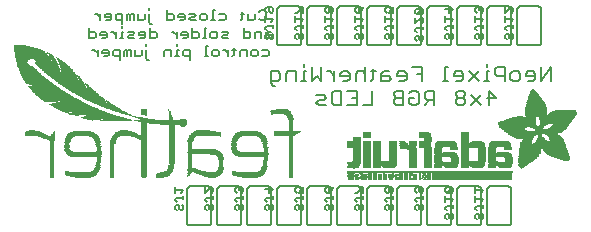
<source format=gbr>
G04 EAGLE Gerber RS-274X export*
G75*
%MOMM*%
%FSLAX34Y34*%
%LPD*%
%INSilkscreen Bottom*%
%IPPOS*%
%AMOC8*
5,1,8,0,0,1.08239X$1,22.5*%
G01*
%ADD10C,0.203200*%
%ADD11C,0.152400*%
%ADD12R,0.914400X0.025400*%
%ADD13R,0.508000X0.025400*%
%ADD14R,0.889000X0.025400*%
%ADD15R,0.406400X0.025400*%
%ADD16R,1.320800X0.025400*%
%ADD17R,0.736600X0.025400*%
%ADD18R,0.660400X0.025400*%
%ADD19R,1.346200X0.025400*%
%ADD20R,1.625600X0.025400*%
%ADD21R,0.939800X0.025400*%
%ADD22R,0.025400X0.025400*%
%ADD23R,0.863600X0.025400*%
%ADD24R,0.431800X0.025400*%
%ADD25R,1.600200X0.025400*%
%ADD26R,1.854200X0.025400*%
%ADD27R,1.066800X0.025400*%
%ADD28R,0.050800X0.025400*%
%ADD29R,1.828800X0.025400*%
%ADD30R,2.032000X0.025400*%
%ADD31R,1.219200X0.025400*%
%ADD32R,0.076200X0.025400*%
%ADD33R,0.990600X0.025400*%
%ADD34R,2.057400X0.025400*%
%ADD35R,2.209800X0.025400*%
%ADD36R,2.362200X0.025400*%
%ADD37R,1.447800X0.025400*%
%ADD38R,0.101600X0.025400*%
%ADD39R,1.092200X0.025400*%
%ADD40R,2.489200X0.025400*%
%ADD41R,1.574800X0.025400*%
%ADD42R,0.127000X0.025400*%
%ADD43R,1.143000X0.025400*%
%ADD44R,2.565400X0.025400*%
%ADD45R,1.676400X0.025400*%
%ADD46R,0.152400X0.025400*%
%ADD47R,1.168400X0.025400*%
%ADD48R,2.590800X0.025400*%
%ADD49R,1.752600X0.025400*%
%ADD50R,0.177800X0.025400*%
%ADD51R,1.193800X0.025400*%
%ADD52R,2.616200X0.025400*%
%ADD53R,0.203200X0.025400*%
%ADD54R,2.641600X0.025400*%
%ADD55R,1.930400X0.025400*%
%ADD56R,0.228600X0.025400*%
%ADD57R,1.244600X0.025400*%
%ADD58R,2.667000X0.025400*%
%ADD59R,0.254000X0.025400*%
%ADD60R,2.692400X0.025400*%
%ADD61R,2.108200X0.025400*%
%ADD62R,0.279400X0.025400*%
%ADD63R,2.717800X0.025400*%
%ADD64R,1.041400X0.025400*%
%ADD65R,2.743200X0.025400*%
%ADD66R,2.260600X0.025400*%
%ADD67R,0.304800X0.025400*%
%ADD68R,0.838200X0.025400*%
%ADD69R,0.685800X0.025400*%
%ADD70R,1.270000X0.025400*%
%ADD71R,0.330200X0.025400*%
%ADD72R,0.609600X0.025400*%
%ADD73R,0.355600X0.025400*%
%ADD74R,0.762000X0.025400*%
%ADD75R,0.635000X0.025400*%
%ADD76R,0.584200X0.025400*%
%ADD77R,0.381000X0.025400*%
%ADD78R,0.533400X0.025400*%
%ADD79R,0.558800X0.025400*%
%ADD80R,0.482600X0.025400*%
%ADD81R,1.117600X0.025400*%
%ADD82R,0.457200X0.025400*%
%ADD83R,0.787400X0.025400*%
%ADD84R,0.711200X0.025400*%
%ADD85R,2.413000X0.025400*%
%ADD86R,2.438400X0.025400*%
%ADD87R,2.540000X0.025400*%
%ADD88R,2.794000X0.025400*%
%ADD89R,2.819400X0.025400*%
%ADD90R,2.844800X0.025400*%
%ADD91R,2.870200X0.025400*%
%ADD92R,1.016000X0.025400*%
%ADD93R,2.895600X0.025400*%
%ADD94R,1.422400X0.025400*%
%ADD95R,2.921000X0.025400*%
%ADD96R,1.803400X0.025400*%
%ADD97R,2.946400X0.025400*%
%ADD98R,2.971800X0.025400*%
%ADD99R,2.997200X0.025400*%
%ADD100R,3.022600X0.025400*%
%ADD101R,2.768600X0.025400*%
%ADD102R,2.514600X0.025400*%
%ADD103R,2.336800X0.025400*%
%ADD104R,0.965200X0.025400*%
%ADD105R,0.812800X0.025400*%
%ADD106R,1.651000X0.025400*%
%ADD107R,1.701800X0.025400*%
%ADD108R,1.727200X0.025400*%
%ADD109R,2.159000X0.025400*%
%ADD110R,1.778000X0.025400*%
%ADD111R,2.082800X0.025400*%
%ADD112R,2.463800X0.025400*%
%ADD113R,2.006600X0.025400*%
%ADD114R,1.905000X0.025400*%
%ADD115R,2.286000X0.025400*%
%ADD116R,1.955800X0.025400*%
%ADD117R,2.235200X0.025400*%
%ADD118R,1.524000X0.025400*%
%ADD119R,1.981200X0.025400*%
%ADD120R,2.184400X0.025400*%
%ADD121R,1.473200X0.025400*%
%ADD122R,1.397000X0.025400*%
%ADD123R,2.387600X0.025400*%
%ADD124R,1.879600X0.025400*%
%ADD125R,1.295400X0.025400*%
%ADD126R,1.549400X0.025400*%
%ADD127R,1.371600X0.025400*%
%ADD128R,3.200400X0.025400*%
%ADD129R,3.378200X0.025400*%
%ADD130R,3.835400X0.025400*%
%ADD131R,3.987800X0.025400*%
%ADD132R,4.089400X0.025400*%
%ADD133R,4.216400X0.025400*%
%ADD134R,2.311400X0.025400*%
%ADD135R,3.225800X0.025400*%
%ADD136R,3.479800X0.025400*%
%ADD137R,3.454400X0.025400*%
%ADD138R,1.498600X0.025400*%
%ADD139R,3.429000X0.025400*%
%ADD140R,3.403600X0.025400*%
%ADD141R,3.352800X0.025400*%
%ADD142R,3.327400X0.025400*%
%ADD143R,3.302000X0.025400*%
%ADD144R,3.276600X0.025400*%
%ADD145R,3.251200X0.025400*%
%ADD146R,3.175000X0.025400*%
%ADD147R,2.133600X0.025400*%
%ADD148R,6.839700X0.016800*%
%ADD149R,0.268300X0.016800*%
%ADD150R,0.268200X0.016800*%
%ADD151R,0.251500X0.016800*%
%ADD152R,0.301800X0.016800*%
%ADD153R,0.251400X0.016800*%
%ADD154R,0.285000X0.016800*%
%ADD155R,0.301700X0.016800*%
%ADD156R,0.419100X0.016800*%
%ADD157R,0.318500X0.016800*%
%ADD158R,0.586700X0.016800*%
%ADD159R,0.586800X0.016800*%
%ADD160R,6.839700X0.016700*%
%ADD161R,0.268300X0.016700*%
%ADD162R,0.251400X0.016700*%
%ADD163R,0.251500X0.016700*%
%ADD164R,0.301800X0.016700*%
%ADD165R,0.285000X0.016700*%
%ADD166R,0.301700X0.016700*%
%ADD167R,0.419100X0.016700*%
%ADD168R,0.318500X0.016700*%
%ADD169R,0.586700X0.016700*%
%ADD170R,0.586800X0.016700*%
%ADD171R,0.318600X0.016800*%
%ADD172R,0.569900X0.016800*%
%ADD173R,0.335300X0.016800*%
%ADD174R,0.234700X0.016800*%
%ADD175R,0.234700X0.016700*%
%ADD176R,0.016700X0.016700*%
%ADD177R,0.318600X0.016700*%
%ADD178R,0.569900X0.016700*%
%ADD179R,0.335300X0.016700*%
%ADD180R,0.217900X0.016800*%
%ADD181R,0.033500X0.016800*%
%ADD182R,0.570000X0.016800*%
%ADD183R,0.201100X0.016700*%
%ADD184R,0.050300X0.016700*%
%ADD185R,0.670500X0.016700*%
%ADD186R,1.005800X0.016700*%
%ADD187R,0.570000X0.016700*%
%ADD188R,0.201100X0.016800*%
%ADD189R,0.067000X0.016800*%
%ADD190R,0.670500X0.016800*%
%ADD191R,1.005800X0.016800*%
%ADD192R,0.184400X0.016800*%
%ADD193R,0.989000X0.016800*%
%ADD194R,0.184400X0.016700*%
%ADD195R,0.067000X0.016700*%
%ADD196R,0.989000X0.016700*%
%ADD197R,0.167600X0.016800*%
%ADD198R,0.083800X0.016800*%
%ADD199R,0.637000X0.016800*%
%ADD200R,0.955500X0.016800*%
%ADD201R,0.150800X0.016800*%
%ADD202R,0.100600X0.016800*%
%ADD203R,0.536400X0.016800*%
%ADD204R,0.854900X0.016800*%
%ADD205R,0.150800X0.016700*%
%ADD206R,0.100600X0.016700*%
%ADD207R,0.352000X0.016700*%
%ADD208R,0.435900X0.016700*%
%ADD209R,0.402400X0.016700*%
%ADD210R,0.368800X0.016700*%
%ADD211R,0.134100X0.016800*%
%ADD212R,0.117300X0.016800*%
%ADD213R,0.435900X0.016800*%
%ADD214R,0.368900X0.016800*%
%ADD215R,0.603500X0.016800*%
%ADD216R,0.134100X0.016700*%
%ADD217R,0.117300X0.016700*%
%ADD218R,0.452600X0.016700*%
%ADD219R,0.620300X0.016700*%
%ADD220R,0.284900X0.016800*%
%ADD221R,0.486200X0.016800*%
%ADD222R,0.653800X0.016800*%
%ADD223R,0.804700X0.016800*%
%ADD224R,0.150900X0.016700*%
%ADD225R,0.268200X0.016700*%
%ADD226R,0.737600X0.016700*%
%ADD227R,0.603500X0.016700*%
%ADD228R,0.922000X0.016700*%
%ADD229R,0.150900X0.016800*%
%ADD230R,0.821400X0.016800*%
%ADD231R,0.972300X0.016800*%
%ADD232R,0.989100X0.016800*%
%ADD233R,0.083800X0.016700*%
%ADD234R,0.167600X0.016700*%
%ADD235R,0.821400X0.016700*%
%ADD236R,0.989100X0.016700*%
%ADD237R,0.201200X0.016700*%
%ADD238R,0.050300X0.016800*%
%ADD239R,0.201200X0.016800*%
%ADD240R,0.217900X0.016700*%
%ADD241R,0.284900X0.016700*%
%ADD242R,0.352100X0.016800*%
%ADD243R,0.620300X0.016800*%
%ADD244R,0.385600X0.016800*%
%ADD245R,0.335200X0.016800*%
%ADD246R,0.385600X0.016700*%
%ADD247R,0.687400X0.016700*%
%ADD248R,13.998000X0.016800*%
%ADD249R,13.998000X0.016700*%
%ADD250R,0.637000X0.016700*%
%ADD251R,0.486100X0.016700*%
%ADD252R,0.637100X0.016700*%
%ADD253R,0.519700X0.016700*%
%ADD254R,0.536500X0.016700*%
%ADD255R,0.787900X0.016800*%
%ADD256R,0.687400X0.016800*%
%ADD257R,0.771200X0.016800*%
%ADD258R,0.637100X0.016800*%
%ADD259R,0.720800X0.016800*%
%ADD260R,0.704100X0.016800*%
%ADD261R,0.754400X0.016800*%
%ADD262R,0.838200X0.016700*%
%ADD263R,0.871800X0.016700*%
%ADD264R,0.871700X0.016700*%
%ADD265R,0.402400X0.016800*%
%ADD266R,0.922100X0.016800*%
%ADD267R,0.938800X0.016800*%
%ADD268R,0.938800X0.016700*%
%ADD269R,1.022600X0.016700*%
%ADD270R,0.972400X0.016700*%
%ADD271R,0.972300X0.016700*%
%ADD272R,0.469400X0.016800*%
%ADD273R,1.072900X0.016800*%
%ADD274R,1.022600X0.016800*%
%ADD275R,1.005900X0.016800*%
%ADD276R,0.502900X0.016800*%
%ADD277R,1.123200X0.016800*%
%ADD278R,1.056200X0.016800*%
%ADD279R,1.123100X0.016800*%
%ADD280R,1.139900X0.016700*%
%ADD281R,1.089600X0.016700*%
%ADD282R,0.553200X0.016800*%
%ADD283R,1.190200X0.016800*%
%ADD284R,1.190300X0.016800*%
%ADD285R,1.039400X0.016800*%
%ADD286R,1.223700X0.016800*%
%ADD287R,1.173500X0.016800*%
%ADD288R,1.223800X0.016800*%
%ADD289R,1.240500X0.016700*%
%ADD290R,1.173500X0.016700*%
%ADD291R,1.240600X0.016700*%
%ADD292R,1.190300X0.016700*%
%ADD293R,1.056200X0.016700*%
%ADD294R,1.274100X0.016800*%
%ADD295R,1.274000X0.016800*%
%ADD296R,1.307600X0.016800*%
%ADD297R,1.257300X0.016800*%
%ADD298R,1.324400X0.016800*%
%ADD299R,0.687300X0.016700*%
%ADD300R,1.324400X0.016700*%
%ADD301R,1.307500X0.016700*%
%ADD302R,1.274100X0.016700*%
%ADD303R,1.072900X0.016700*%
%ADD304R,2.011600X0.016800*%
%ADD305R,1.324300X0.016800*%
%ADD306R,1.978100X0.016800*%
%ADD307R,2.011600X0.016700*%
%ADD308R,1.357900X0.016700*%
%ADD309R,1.994900X0.016700*%
%ADD310R,1.341200X0.016700*%
%ADD311R,1.089700X0.016700*%
%ADD312R,0.754300X0.016800*%
%ADD313R,1.994900X0.016800*%
%ADD314R,1.995000X0.016800*%
%ADD315R,1.089700X0.016800*%
%ADD316R,0.787900X0.016700*%
%ADD317R,1.995000X0.016700*%
%ADD318R,2.028400X0.016800*%
%ADD319R,2.011700X0.016800*%
%ADD320R,1.106500X0.016800*%
%ADD321R,2.028400X0.016700*%
%ADD322R,2.011700X0.016700*%
%ADD323R,1.106500X0.016700*%
%ADD324R,0.888400X0.016800*%
%ADD325R,0.922000X0.016800*%
%ADD326R,0.938700X0.016700*%
%ADD327R,2.045200X0.016800*%
%ADD328R,0.938700X0.016800*%
%ADD329R,0.670600X0.016700*%
%ADD330R,0.888500X0.016700*%
%ADD331R,2.045200X0.016700*%
%ADD332R,0.888400X0.016700*%
%ADD333R,0.804600X0.016800*%
%ADD334R,2.028500X0.016800*%
%ADD335R,1.056100X0.016700*%
%ADD336R,0.771100X0.016700*%
%ADD337R,0.754300X0.016700*%
%ADD338R,2.028500X0.016700*%
%ADD339R,0.737700X0.016700*%
%ADD340R,1.072800X0.016800*%
%ADD341R,0.871700X0.016800*%
%ADD342R,0.737600X0.016800*%
%ADD343R,0.871800X0.016800*%
%ADD344R,1.089600X0.016800*%
%ADD345R,0.704000X0.016800*%
%ADD346R,0.687300X0.016800*%
%ADD347R,0.670600X0.016800*%
%ADD348R,1.123100X0.016700*%
%ADD349R,0.720800X0.016700*%
%ADD350R,0.653700X0.016700*%
%ADD351R,0.653800X0.016700*%
%ADD352R,1.139900X0.016800*%
%ADD353R,1.173400X0.016800*%
%ADD354R,1.190200X0.016700*%
%ADD355R,1.207000X0.016800*%
%ADD356R,1.240500X0.016800*%
%ADD357R,0.469400X0.016700*%
%ADD358R,1.274000X0.016700*%
%ADD359R,0.519600X0.016800*%
%ADD360R,1.341100X0.016800*%
%ADD361R,0.771200X0.016700*%
%ADD362R,1.374600X0.016700*%
%ADD363R,0.838200X0.016800*%
%ADD364R,1.391400X0.016800*%
%ADD365R,1.424900X0.016800*%
%ADD366R,1.441700X0.016700*%
%ADD367R,1.475200X0.016800*%
%ADD368R,1.491900X0.016700*%
%ADD369R,1.525500X0.016800*%
%ADD370R,1.559000X0.016700*%
%ADD371R,1.575800X0.016800*%
%ADD372R,1.307600X0.016700*%
%ADD373R,1.592500X0.016700*%
%ADD374R,1.374700X0.016800*%
%ADD375R,1.609300X0.016800*%
%ADD376R,1.408200X0.016800*%
%ADD377R,1.626100X0.016800*%
%ADD378R,1.626100X0.016700*%
%ADD379R,1.508800X0.016800*%
%ADD380R,1.659600X0.016800*%
%ADD381R,1.559000X0.016800*%
%ADD382R,1.676400X0.016800*%
%ADD383R,1.575800X0.016700*%
%ADD384R,1.676400X0.016700*%
%ADD385R,1.978100X0.016700*%
%ADD386R,1.693100X0.016800*%
%ADD387R,1.642800X0.016800*%
%ADD388R,1.709900X0.016800*%
%ADD389R,1.961300X0.016800*%
%ADD390R,1.726600X0.016700*%
%ADD391R,1.961300X0.016700*%
%ADD392R,1.693200X0.016800*%
%ADD393R,1.726600X0.016800*%
%ADD394R,1.944600X0.016800*%
%ADD395R,1.726700X0.016700*%
%ADD396R,1.743400X0.016700*%
%ADD397R,1.944600X0.016700*%
%ADD398R,1.726700X0.016800*%
%ADD399R,1.760200X0.016800*%
%ADD400R,1.927800X0.016800*%
%ADD401R,1.911000X0.016800*%
%ADD402R,1.793700X0.016700*%
%ADD403R,1.776900X0.016700*%
%ADD404R,1.911100X0.016700*%
%ADD405R,1.894300X0.016700*%
%ADD406R,1.793800X0.016800*%
%ADD407R,1.776900X0.016800*%
%ADD408R,1.911100X0.016800*%
%ADD409R,1.894300X0.016800*%
%ADD410R,1.827300X0.016800*%
%ADD411R,1.810500X0.016800*%
%ADD412R,1.877500X0.016800*%
%ADD413R,1.844100X0.016700*%
%ADD414R,1.810500X0.016700*%
%ADD415R,1.860800X0.016700*%
%ADD416R,1.844000X0.016700*%
%ADD417R,1.860900X0.016800*%
%ADD418R,1.844000X0.016800*%
%ADD419R,1.827200X0.016800*%
%ADD420R,1.860800X0.016800*%
%ADD421R,1.793700X0.016800*%
%ADD422R,1.877600X0.016700*%
%ADD423R,1.827200X0.016700*%
%ADD424R,1.927800X0.016700*%
%ADD425R,1.927900X0.016800*%
%ADD426R,1.944700X0.016700*%
%ADD427R,1.877500X0.016700*%
%ADD428R,1.961400X0.016800*%
%ADD429R,1.961400X0.016700*%
%ADD430R,1.978200X0.016800*%
%ADD431R,1.911000X0.016700*%
%ADD432R,0.620200X0.016800*%
%ADD433R,1.425000X0.016800*%
%ADD434R,0.620200X0.016700*%
%ADD435R,1.425000X0.016700*%
%ADD436R,0.653700X0.016800*%
%ADD437R,0.704100X0.016700*%
%ADD438R,0.804700X0.016700*%
%ADD439R,0.905200X0.016800*%
%ADD440R,1.894400X0.016800*%
%ADD441R,1.927900X0.016700*%
%ADD442R,1.877600X0.016800*%
%ADD443R,3.889300X0.016800*%
%ADD444R,3.872500X0.016700*%
%ADD445R,3.872500X0.016800*%
%ADD446R,3.855700X0.016700*%
%ADD447R,0.754400X0.016700*%
%ADD448R,3.855700X0.016800*%
%ADD449R,3.839000X0.016800*%
%ADD450R,0.720900X0.016800*%
%ADD451R,3.822200X0.016700*%
%ADD452R,2.715700X0.016800*%
%ADD453R,2.632000X0.016800*%
%ADD454R,1.290800X0.016800*%
%ADD455R,2.615200X0.016700*%
%ADD456R,1.257300X0.016700*%
%ADD457R,2.581700X0.016800*%
%ADD458R,1.240600X0.016800*%
%ADD459R,2.564900X0.016800*%
%ADD460R,1.760300X0.016800*%
%ADD461R,2.531400X0.016700*%
%ADD462R,1.156700X0.016700*%
%ADD463R,2.514600X0.016800*%
%ADD464R,0.955600X0.016800*%
%ADD465R,2.497800X0.016800*%
%ADD466R,1.659700X0.016800*%
%ADD467R,2.464300X0.016700*%
%ADD468R,1.039300X0.016700*%
%ADD469R,2.447500X0.016800*%
%ADD470R,1.592500X0.016800*%
%ADD471R,0.536500X0.016800*%
%ADD472R,2.430800X0.016700*%
%ADD473R,1.559100X0.016700*%
%ADD474R,1.542300X0.016700*%
%ADD475R,0.502900X0.016700*%
%ADD476R,2.414000X0.016800*%
%ADD477R,0.905300X0.016800*%
%ADD478R,1.508700X0.016800*%
%ADD479R,0.888500X0.016800*%
%ADD480R,2.397300X0.016800*%
%ADD481R,1.441700X0.016800*%
%ADD482R,0.452700X0.016800*%
%ADD483R,1.290900X0.016700*%
%ADD484R,1.156700X0.016800*%
%ADD485R,0.855000X0.016800*%
%ADD486R,1.123200X0.016700*%
%ADD487R,0.720900X0.016700*%
%ADD488R,1.106400X0.016800*%
%ADD489R,1.106400X0.016700*%
%ADD490R,0.771100X0.016800*%
%ADD491R,0.435800X0.016700*%
%ADD492R,1.592600X0.016700*%
%ADD493R,0.435800X0.016800*%
%ADD494R,1.642900X0.016800*%
%ADD495R,0.402300X0.016800*%
%ADD496R,1.793800X0.016700*%
%ADD497R,0.368800X0.016800*%
%ADD498R,1.056100X0.016800*%
%ADD499R,1.039400X0.016700*%
%ADD500R,2.078800X0.016800*%
%ADD501R,0.335200X0.016700*%
%ADD502R,2.145800X0.016700*%
%ADD503R,2.162600X0.016800*%
%ADD504R,0.352000X0.016800*%
%ADD505R,2.212800X0.016800*%
%ADD506R,2.279900X0.016700*%
%ADD507R,2.330200X0.016800*%
%ADD508R,2.799500X0.016800*%
%ADD509R,2.816300X0.016700*%
%ADD510R,0.955500X0.016700*%
%ADD511R,2.849900X0.016800*%
%ADD512R,2.916900X0.016800*%
%ADD513R,4.224500X0.016700*%
%ADD514R,4.291600X0.016800*%
%ADD515R,4.409000X0.016800*%
%ADD516R,4.509500X0.016700*%
%ADD517R,4.526300X0.016800*%
%ADD518R,4.626800X0.016700*%
%ADD519R,4.693900X0.016800*%
%ADD520R,4.727400X0.016800*%
%ADD521R,2.548200X0.016700*%
%ADD522R,2.179300X0.016700*%
%ADD523R,2.430800X0.016800*%
%ADD524R,2.414000X0.016700*%
%ADD525R,2.414100X0.016800*%
%ADD526R,2.430700X0.016700*%
%ADD527R,2.447600X0.016700*%
%ADD528R,1.559100X0.016800*%
%ADD529R,1.525500X0.016700*%
%ADD530R,1.492000X0.016800*%
%ADD531R,1.491900X0.016800*%
%ADD532R,1.458500X0.016700*%
%ADD533R,2.061900X0.016800*%
%ADD534R,1.408100X0.016700*%
%ADD535R,0.905200X0.016700*%
%ADD536R,2.112300X0.016700*%
%ADD537R,2.179300X0.016800*%
%ADD538R,1.408200X0.016700*%
%ADD539R,2.212900X0.016700*%
%ADD540R,1.140000X0.016800*%
%ADD541R,3.319300X0.016800*%
%ADD542R,1.374700X0.016700*%
%ADD543R,0.402300X0.016700*%
%ADD544R,3.302500X0.016700*%
%ADD545R,3.285700X0.016800*%
%ADD546R,1.357900X0.016800*%
%ADD547R,3.269000X0.016800*%
%ADD548R,3.285800X0.016700*%
%ADD549R,3.268900X0.016800*%
%ADD550R,0.452700X0.016700*%
%ADD551R,3.268900X0.016700*%
%ADD552R,1.391400X0.016700*%
%ADD553R,3.269000X0.016700*%
%ADD554R,1.374600X0.016800*%
%ADD555R,0.519700X0.016800*%
%ADD556R,3.252200X0.016800*%
%ADD557R,3.235400X0.016800*%
%ADD558R,3.235400X0.016700*%
%ADD559R,3.218600X0.016800*%
%ADD560R,3.201900X0.016800*%
%ADD561R,3.201900X0.016700*%
%ADD562R,1.458500X0.016800*%
%ADD563R,1.525600X0.016800*%
%ADD564R,3.185100X0.016800*%
%ADD565R,2.531300X0.016700*%
%ADD566R,3.168400X0.016700*%
%ADD567R,2.531300X0.016800*%
%ADD568R,3.151600X0.016800*%
%ADD569R,2.548100X0.016800*%
%ADD570R,3.134900X0.016800*%
%ADD571R,2.564900X0.016700*%
%ADD572R,3.118100X0.016700*%
%ADD573R,2.581600X0.016800*%
%ADD574R,3.101400X0.016800*%
%ADD575R,2.598400X0.016700*%
%ADD576R,3.067900X0.016700*%
%ADD577R,2.598400X0.016800*%
%ADD578R,3.034300X0.016800*%
%ADD579R,2.615100X0.016800*%
%ADD580R,3.000800X0.016800*%
%ADD581R,2.631900X0.016700*%
%ADD582R,2.950500X0.016700*%
%ADD583R,2.648700X0.016800*%
%ADD584R,2.900200X0.016800*%
%ADD585R,2.665500X0.016800*%
%ADD586R,2.682200X0.016700*%
%ADD587R,2.799600X0.016700*%
%ADD588R,2.699000X0.016800*%
%ADD589R,2.732500X0.016800*%
%ADD590R,2.749300X0.016700*%
%ADD591R,2.632000X0.016700*%
%ADD592R,2.749300X0.016800*%
%ADD593R,2.766100X0.016700*%
%ADD594R,2.766100X0.016800*%
%ADD595R,2.481100X0.016800*%
%ADD596R,2.782900X0.016800*%
%ADD597R,2.380500X0.016700*%
%ADD598R,2.833100X0.016800*%
%ADD599R,1.592600X0.016800*%
%ADD600R,2.849900X0.016700*%
%ADD601R,2.883400X0.016800*%
%ADD602R,2.917000X0.016700*%
%ADD603R,2.933700X0.016800*%
%ADD604R,2.967200X0.016800*%
%ADD605R,2.967200X0.016700*%
%ADD606R,3.017500X0.016700*%
%ADD607R,3.051000X0.016800*%
%ADD608R,0.788000X0.016800*%
%ADD609R,3.084600X0.016800*%
%ADD610R,2.397300X0.016700*%
%ADD611R,2.397200X0.016800*%
%ADD612R,1.760200X0.016700*%
%ADD613R,2.397200X0.016700*%
%ADD614R,1.827300X0.016700*%
%ADD615R,2.380500X0.016800*%
%ADD616R,2.363700X0.016800*%
%ADD617R,2.363700X0.016700*%
%ADD618R,2.346900X0.016800*%
%ADD619R,2.296600X0.016700*%
%ADD620R,2.279900X0.016800*%
%ADD621R,2.246300X0.016800*%
%ADD622R,2.229600X0.016700*%
%ADD623R,2.129100X0.016800*%
%ADD624R,2.112300X0.016800*%
%ADD625R,1.609300X0.016700*%
%ADD626R,1.743400X0.016800*%
%ADD627R,1.693100X0.016700*%
%ADD628R,1.659700X0.016700*%
%ADD629R,1.575900X0.016800*%
%ADD630R,1.575900X0.016700*%
%ADD631R,1.475200X0.016700*%
%ADD632R,1.324300X0.016700*%
%ADD633R,1.290800X0.016700*%
%ADD634R,1.207000X0.016700*%
%ADD635R,0.854900X0.016700*%
%ADD636R,0.821500X0.016700*%
%ADD637R,0.821500X0.016800*%
%ADD638R,0.218000X0.016800*%


D10*
X463034Y143764D02*
X463034Y155966D01*
X454899Y143764D01*
X454899Y155966D01*
X447903Y143764D02*
X443835Y143764D01*
X447903Y143764D02*
X449937Y145798D01*
X449937Y149865D01*
X447903Y151899D01*
X443835Y151899D01*
X441802Y149865D01*
X441802Y147831D01*
X449937Y147831D01*
X434806Y143764D02*
X430738Y143764D01*
X428704Y145798D01*
X428704Y149865D01*
X430738Y151899D01*
X434806Y151899D01*
X436839Y149865D01*
X436839Y145798D01*
X434806Y143764D01*
X423742Y143764D02*
X423742Y155966D01*
X417641Y155966D01*
X415607Y153933D01*
X415607Y149865D01*
X417641Y147831D01*
X423742Y147831D01*
X410645Y151899D02*
X408611Y151899D01*
X408611Y143764D01*
X410645Y143764D02*
X406577Y143764D01*
X408611Y155966D02*
X408611Y158000D01*
X401913Y151899D02*
X393778Y143764D01*
X401913Y143764D02*
X393778Y151899D01*
X386782Y143764D02*
X382715Y143764D01*
X386782Y143764D02*
X388816Y145798D01*
X388816Y149865D01*
X386782Y151899D01*
X382715Y151899D01*
X380681Y149865D01*
X380681Y147831D01*
X388816Y147831D01*
X375719Y155966D02*
X373685Y155966D01*
X373685Y143764D01*
X375719Y143764D02*
X371651Y143764D01*
X353890Y143764D02*
X353890Y155966D01*
X345755Y155966D01*
X349823Y149865D02*
X353890Y149865D01*
X338759Y143764D02*
X334692Y143764D01*
X338759Y143764D02*
X340793Y145798D01*
X340793Y149865D01*
X338759Y151899D01*
X334692Y151899D01*
X332658Y149865D01*
X332658Y147831D01*
X340793Y147831D01*
X325662Y151899D02*
X321594Y151899D01*
X319561Y149865D01*
X319561Y143764D01*
X325662Y143764D01*
X327696Y145798D01*
X325662Y147831D01*
X319561Y147831D01*
X312565Y145798D02*
X312565Y153933D01*
X312565Y145798D02*
X310531Y143764D01*
X310531Y151899D02*
X314598Y151899D01*
X305867Y155966D02*
X305867Y143764D01*
X305867Y149865D02*
X303833Y151899D01*
X299766Y151899D01*
X297732Y149865D01*
X297732Y143764D01*
X290736Y143764D02*
X286668Y143764D01*
X290736Y143764D02*
X292770Y145798D01*
X292770Y149865D01*
X290736Y151899D01*
X286668Y151899D01*
X284635Y149865D01*
X284635Y147831D01*
X292770Y147831D01*
X279672Y143764D02*
X279672Y151899D01*
X275605Y151899D02*
X279672Y147831D01*
X275605Y151899D02*
X273571Y151899D01*
X268758Y155966D02*
X268758Y143764D01*
X264690Y147831D01*
X260623Y143764D01*
X260623Y155966D01*
X255661Y151899D02*
X253627Y151899D01*
X253627Y143764D01*
X255661Y143764D02*
X251593Y143764D01*
X253627Y155966D02*
X253627Y158000D01*
X246929Y151899D02*
X246929Y143764D01*
X246929Y151899D02*
X240828Y151899D01*
X238794Y149865D01*
X238794Y143764D01*
X229764Y139697D02*
X227731Y139697D01*
X225697Y141730D01*
X225697Y151899D01*
X231798Y151899D01*
X233832Y149865D01*
X233832Y145798D01*
X231798Y143764D01*
X225697Y143764D01*
X410556Y135646D02*
X410556Y123444D01*
X416658Y129545D02*
X410556Y135646D01*
X408523Y129545D02*
X416658Y129545D01*
X403560Y131579D02*
X395425Y123444D01*
X403560Y123444D02*
X395425Y131579D01*
X390463Y133613D02*
X388429Y135646D01*
X384362Y135646D01*
X382328Y133613D01*
X382328Y131579D01*
X384362Y129545D01*
X382328Y127511D01*
X382328Y125478D01*
X384362Y123444D01*
X388429Y123444D01*
X390463Y125478D01*
X390463Y127511D01*
X388429Y129545D01*
X390463Y131579D01*
X390463Y133613D01*
X388429Y129545D02*
X384362Y129545D01*
X364269Y123444D02*
X364269Y135646D01*
X358167Y135646D01*
X356134Y133613D01*
X356134Y129545D01*
X358167Y127511D01*
X364269Y127511D01*
X360201Y127511D02*
X356134Y123444D01*
X345070Y135646D02*
X343036Y133613D01*
X345070Y135646D02*
X349138Y135646D01*
X351171Y133613D01*
X351171Y125478D01*
X349138Y123444D01*
X345070Y123444D01*
X343036Y125478D01*
X343036Y129545D01*
X347104Y129545D01*
X338074Y123444D02*
X338074Y135646D01*
X331973Y135646D01*
X329939Y133613D01*
X329939Y131579D01*
X331973Y129545D01*
X329939Y127511D01*
X329939Y125478D01*
X331973Y123444D01*
X338074Y123444D01*
X338074Y129545D02*
X331973Y129545D01*
X311880Y135646D02*
X311880Y123444D01*
X303745Y123444D01*
X298782Y135646D02*
X290647Y135646D01*
X298782Y135646D02*
X298782Y123444D01*
X290647Y123444D01*
X294715Y129545D02*
X298782Y129545D01*
X285685Y135646D02*
X285685Y123444D01*
X279584Y123444D01*
X277550Y125478D01*
X277550Y133613D01*
X279584Y135646D01*
X285685Y135646D01*
X272588Y123444D02*
X266487Y123444D01*
X264453Y125478D01*
X266487Y127511D01*
X270554Y127511D01*
X272588Y129545D01*
X270554Y131579D01*
X264453Y131579D01*
D11*
X216128Y202275D02*
X217568Y203715D01*
X220449Y203715D01*
X221890Y202275D01*
X221890Y196513D01*
X220449Y195072D01*
X217568Y195072D01*
X216128Y196513D01*
X212535Y196513D02*
X212535Y200834D01*
X212535Y196513D02*
X211094Y195072D01*
X206773Y195072D01*
X206773Y200834D01*
X201739Y202275D02*
X201739Y196513D01*
X200298Y195072D01*
X200298Y200834D02*
X203180Y200834D01*
X186147Y200834D02*
X181825Y200834D01*
X186147Y200834D02*
X187588Y199394D01*
X187588Y196513D01*
X186147Y195072D01*
X181825Y195072D01*
X178232Y203715D02*
X176792Y203715D01*
X176792Y195072D01*
X178232Y195072D02*
X175351Y195072D01*
X170555Y195072D02*
X167674Y195072D01*
X166233Y196513D01*
X166233Y199394D01*
X167674Y200834D01*
X170555Y200834D01*
X171996Y199394D01*
X171996Y196513D01*
X170555Y195072D01*
X162640Y195072D02*
X158319Y195072D01*
X156878Y196513D01*
X158319Y197953D01*
X161200Y197953D01*
X162640Y199394D01*
X161200Y200834D01*
X156878Y200834D01*
X151845Y195072D02*
X148964Y195072D01*
X151845Y195072D02*
X153285Y196513D01*
X153285Y199394D01*
X151845Y200834D01*
X148964Y200834D01*
X147523Y199394D01*
X147523Y197953D01*
X153285Y197953D01*
X138168Y195072D02*
X138168Y203715D01*
X138168Y195072D02*
X142490Y195072D01*
X143930Y196513D01*
X143930Y199394D01*
X142490Y200834D01*
X138168Y200834D01*
X125220Y192191D02*
X123779Y192191D01*
X122339Y193631D01*
X122339Y200834D01*
X122339Y203715D02*
X122339Y205156D01*
X118983Y200834D02*
X118983Y196513D01*
X117542Y195072D01*
X113221Y195072D01*
X113221Y200834D01*
X109628Y200834D02*
X109628Y195072D01*
X109628Y200834D02*
X108187Y200834D01*
X106747Y199394D01*
X106747Y195072D01*
X106747Y199394D02*
X105306Y200834D01*
X103866Y199394D01*
X103866Y195072D01*
X100273Y192191D02*
X100273Y200834D01*
X95951Y200834D01*
X94510Y199394D01*
X94510Y196513D01*
X95951Y195072D01*
X100273Y195072D01*
X89477Y195072D02*
X86596Y195072D01*
X89477Y195072D02*
X90917Y196513D01*
X90917Y199394D01*
X89477Y200834D01*
X86596Y200834D01*
X85155Y199394D01*
X85155Y197953D01*
X90917Y197953D01*
X81562Y195072D02*
X81562Y200834D01*
X81562Y197953D02*
X78681Y200834D01*
X77241Y200834D01*
X223025Y185594D02*
X225907Y185594D01*
X223025Y185594D02*
X221585Y184154D01*
X221585Y179832D01*
X225907Y179832D01*
X227347Y181273D01*
X225907Y182713D01*
X221585Y182713D01*
X217992Y179832D02*
X217992Y185594D01*
X213670Y185594D01*
X212230Y184154D01*
X212230Y179832D01*
X202875Y179832D02*
X202875Y188475D01*
X202875Y179832D02*
X207196Y179832D01*
X208637Y181273D01*
X208637Y184154D01*
X207196Y185594D01*
X202875Y185594D01*
X189926Y179832D02*
X185605Y179832D01*
X184164Y181273D01*
X185605Y182713D01*
X188486Y182713D01*
X189926Y184154D01*
X188486Y185594D01*
X184164Y185594D01*
X179131Y179832D02*
X176250Y179832D01*
X174809Y181273D01*
X174809Y184154D01*
X176250Y185594D01*
X179131Y185594D01*
X180571Y184154D01*
X180571Y181273D01*
X179131Y179832D01*
X171216Y188475D02*
X169775Y188475D01*
X169775Y179832D01*
X168335Y179832D02*
X171216Y179832D01*
X159217Y179832D02*
X159217Y188475D01*
X159217Y179832D02*
X163539Y179832D01*
X164979Y181273D01*
X164979Y184154D01*
X163539Y185594D01*
X159217Y185594D01*
X154184Y179832D02*
X151302Y179832D01*
X154184Y179832D02*
X155624Y181273D01*
X155624Y184154D01*
X154184Y185594D01*
X151302Y185594D01*
X149862Y184154D01*
X149862Y182713D01*
X155624Y182713D01*
X146269Y179832D02*
X146269Y185594D01*
X146269Y182713D02*
X143388Y185594D01*
X141947Y185594D01*
X123355Y188475D02*
X123355Y179832D01*
X127677Y179832D01*
X129118Y181273D01*
X129118Y184154D01*
X127677Y185594D01*
X123355Y185594D01*
X118322Y179832D02*
X115441Y179832D01*
X118322Y179832D02*
X119763Y181273D01*
X119763Y184154D01*
X118322Y185594D01*
X115441Y185594D01*
X114000Y184154D01*
X114000Y182713D01*
X119763Y182713D01*
X110407Y179832D02*
X106086Y179832D01*
X104645Y181273D01*
X106086Y182713D01*
X108967Y182713D01*
X110407Y184154D01*
X108967Y185594D01*
X104645Y185594D01*
X101052Y185594D02*
X99612Y185594D01*
X99612Y179832D01*
X101052Y179832D02*
X98171Y179832D01*
X99612Y188475D02*
X99612Y189916D01*
X94815Y185594D02*
X94815Y179832D01*
X94815Y182713D02*
X91934Y185594D01*
X90494Y185594D01*
X85579Y179832D02*
X82698Y179832D01*
X85579Y179832D02*
X87019Y181273D01*
X87019Y184154D01*
X85579Y185594D01*
X82698Y185594D01*
X81257Y184154D01*
X81257Y182713D01*
X87019Y182713D01*
X71902Y179832D02*
X71902Y188475D01*
X71902Y179832D02*
X76224Y179832D01*
X77664Y181273D01*
X77664Y184154D01*
X76224Y185594D01*
X71902Y185594D01*
X218467Y170354D02*
X222788Y170354D01*
X224229Y168914D01*
X224229Y166033D01*
X222788Y164592D01*
X218467Y164592D01*
X213433Y164592D02*
X210552Y164592D01*
X209111Y166033D01*
X209111Y168914D01*
X210552Y170354D01*
X213433Y170354D01*
X214874Y168914D01*
X214874Y166033D01*
X213433Y164592D01*
X205518Y164592D02*
X205518Y170354D01*
X201197Y170354D01*
X199756Y168914D01*
X199756Y164592D01*
X194723Y166033D02*
X194723Y171795D01*
X194723Y166033D02*
X193282Y164592D01*
X193282Y170354D02*
X196163Y170354D01*
X189926Y170354D02*
X189926Y164592D01*
X189926Y167473D02*
X187045Y170354D01*
X185605Y170354D01*
X180690Y164592D02*
X177809Y164592D01*
X176368Y166033D01*
X176368Y168914D01*
X177809Y170354D01*
X180690Y170354D01*
X182130Y168914D01*
X182130Y166033D01*
X180690Y164592D01*
X172775Y173235D02*
X171335Y173235D01*
X171335Y164592D01*
X172775Y164592D02*
X169894Y164592D01*
X157183Y161711D02*
X157183Y170354D01*
X152862Y170354D01*
X151421Y168914D01*
X151421Y166033D01*
X152862Y164592D01*
X157183Y164592D01*
X147828Y170354D02*
X146388Y170354D01*
X146388Y164592D01*
X147828Y164592D02*
X144947Y164592D01*
X146388Y173235D02*
X146388Y174676D01*
X141591Y170354D02*
X141591Y164592D01*
X141591Y170354D02*
X137270Y170354D01*
X135829Y168914D01*
X135829Y164592D01*
X122881Y161711D02*
X121440Y161711D01*
X120000Y163151D01*
X120000Y170354D01*
X120000Y173235D02*
X120000Y174676D01*
X116644Y170354D02*
X116644Y166033D01*
X115204Y164592D01*
X110882Y164592D01*
X110882Y170354D01*
X107289Y170354D02*
X107289Y164592D01*
X107289Y170354D02*
X105848Y170354D01*
X104408Y168914D01*
X104408Y164592D01*
X104408Y168914D02*
X102967Y170354D01*
X101527Y168914D01*
X101527Y164592D01*
X97934Y161711D02*
X97934Y170354D01*
X93612Y170354D01*
X92172Y168914D01*
X92172Y166033D01*
X93612Y164592D01*
X97934Y164592D01*
X87138Y164592D02*
X84257Y164592D01*
X87138Y164592D02*
X88579Y166033D01*
X88579Y168914D01*
X87138Y170354D01*
X84257Y170354D01*
X82816Y168914D01*
X82816Y167473D01*
X88579Y167473D01*
X79223Y164592D02*
X79223Y170354D01*
X79223Y167473D02*
X76342Y170354D01*
X74902Y170354D01*
D10*
X175260Y52070D02*
X175260Y24130D01*
X157480Y21590D02*
X157380Y21592D01*
X157281Y21598D01*
X157181Y21608D01*
X157083Y21621D01*
X156984Y21639D01*
X156887Y21660D01*
X156791Y21685D01*
X156695Y21714D01*
X156601Y21747D01*
X156508Y21783D01*
X156417Y21823D01*
X156327Y21867D01*
X156239Y21914D01*
X156153Y21964D01*
X156069Y22018D01*
X155987Y22075D01*
X155908Y22135D01*
X155830Y22199D01*
X155756Y22265D01*
X155684Y22334D01*
X155615Y22406D01*
X155549Y22480D01*
X155485Y22558D01*
X155425Y22637D01*
X155368Y22719D01*
X155314Y22803D01*
X155264Y22889D01*
X155217Y22977D01*
X155173Y23067D01*
X155133Y23158D01*
X155097Y23251D01*
X155064Y23345D01*
X155035Y23441D01*
X155010Y23537D01*
X154989Y23634D01*
X154971Y23733D01*
X154958Y23831D01*
X154948Y23931D01*
X154942Y24030D01*
X154940Y24130D01*
X154940Y52070D02*
X154942Y52170D01*
X154948Y52269D01*
X154958Y52369D01*
X154971Y52467D01*
X154989Y52566D01*
X155010Y52663D01*
X155035Y52759D01*
X155064Y52855D01*
X155097Y52949D01*
X155133Y53042D01*
X155173Y53133D01*
X155217Y53223D01*
X155264Y53311D01*
X155314Y53397D01*
X155368Y53481D01*
X155425Y53563D01*
X155485Y53642D01*
X155549Y53720D01*
X155615Y53794D01*
X155684Y53866D01*
X155756Y53935D01*
X155830Y54001D01*
X155908Y54065D01*
X155987Y54125D01*
X156069Y54182D01*
X156153Y54236D01*
X156239Y54286D01*
X156327Y54333D01*
X156417Y54377D01*
X156508Y54417D01*
X156601Y54453D01*
X156695Y54486D01*
X156791Y54515D01*
X156887Y54540D01*
X156984Y54561D01*
X157083Y54579D01*
X157181Y54592D01*
X157281Y54602D01*
X157380Y54608D01*
X157480Y54610D01*
X172720Y54610D02*
X172820Y54608D01*
X172919Y54602D01*
X173019Y54592D01*
X173117Y54579D01*
X173216Y54561D01*
X173313Y54540D01*
X173409Y54515D01*
X173505Y54486D01*
X173599Y54453D01*
X173692Y54417D01*
X173783Y54377D01*
X173873Y54333D01*
X173961Y54286D01*
X174047Y54236D01*
X174131Y54182D01*
X174213Y54125D01*
X174292Y54065D01*
X174370Y54001D01*
X174444Y53935D01*
X174516Y53866D01*
X174585Y53794D01*
X174651Y53720D01*
X174715Y53642D01*
X174775Y53563D01*
X174832Y53481D01*
X174886Y53397D01*
X174936Y53311D01*
X174983Y53223D01*
X175027Y53133D01*
X175067Y53042D01*
X175103Y52949D01*
X175136Y52855D01*
X175165Y52759D01*
X175190Y52663D01*
X175211Y52566D01*
X175229Y52467D01*
X175242Y52369D01*
X175252Y52269D01*
X175258Y52170D01*
X175260Y52070D01*
X175260Y24130D02*
X175258Y24030D01*
X175252Y23931D01*
X175242Y23831D01*
X175229Y23733D01*
X175211Y23634D01*
X175190Y23537D01*
X175165Y23441D01*
X175136Y23345D01*
X175103Y23251D01*
X175067Y23158D01*
X175027Y23067D01*
X174983Y22977D01*
X174936Y22889D01*
X174886Y22803D01*
X174832Y22719D01*
X174775Y22637D01*
X174715Y22558D01*
X174651Y22480D01*
X174585Y22406D01*
X174516Y22334D01*
X174444Y22265D01*
X174370Y22199D01*
X174292Y22135D01*
X174213Y22075D01*
X174131Y22018D01*
X174047Y21964D01*
X173961Y21914D01*
X173873Y21867D01*
X173783Y21823D01*
X173692Y21783D01*
X173599Y21747D01*
X173505Y21714D01*
X173409Y21685D01*
X173313Y21660D01*
X173216Y21639D01*
X173117Y21621D01*
X173019Y21608D01*
X172919Y21598D01*
X172820Y21592D01*
X172720Y21590D01*
X157480Y21590D01*
X157480Y54610D02*
X172720Y54610D01*
X154940Y52070D02*
X154940Y24130D01*
D11*
X151644Y37494D02*
X150542Y38596D01*
X151644Y37494D02*
X151644Y35291D01*
X150542Y34190D01*
X149440Y34190D01*
X148339Y35291D01*
X148339Y37494D01*
X147237Y38596D01*
X146136Y38596D01*
X145034Y37494D01*
X145034Y35291D01*
X146136Y34190D01*
X146136Y41674D02*
X145034Y42775D01*
X145034Y43877D01*
X146136Y44979D01*
X151644Y44979D01*
X151644Y46080D02*
X151644Y43877D01*
X149440Y49158D02*
X151644Y51361D01*
X145034Y51361D01*
X145034Y49158D02*
X145034Y53564D01*
D10*
X200660Y52070D02*
X200660Y24130D01*
X182880Y21590D02*
X182780Y21592D01*
X182681Y21598D01*
X182581Y21608D01*
X182483Y21621D01*
X182384Y21639D01*
X182287Y21660D01*
X182191Y21685D01*
X182095Y21714D01*
X182001Y21747D01*
X181908Y21783D01*
X181817Y21823D01*
X181727Y21867D01*
X181639Y21914D01*
X181553Y21964D01*
X181469Y22018D01*
X181387Y22075D01*
X181308Y22135D01*
X181230Y22199D01*
X181156Y22265D01*
X181084Y22334D01*
X181015Y22406D01*
X180949Y22480D01*
X180885Y22558D01*
X180825Y22637D01*
X180768Y22719D01*
X180714Y22803D01*
X180664Y22889D01*
X180617Y22977D01*
X180573Y23067D01*
X180533Y23158D01*
X180497Y23251D01*
X180464Y23345D01*
X180435Y23441D01*
X180410Y23537D01*
X180389Y23634D01*
X180371Y23733D01*
X180358Y23831D01*
X180348Y23931D01*
X180342Y24030D01*
X180340Y24130D01*
X180340Y52070D02*
X180342Y52170D01*
X180348Y52269D01*
X180358Y52369D01*
X180371Y52467D01*
X180389Y52566D01*
X180410Y52663D01*
X180435Y52759D01*
X180464Y52855D01*
X180497Y52949D01*
X180533Y53042D01*
X180573Y53133D01*
X180617Y53223D01*
X180664Y53311D01*
X180714Y53397D01*
X180768Y53481D01*
X180825Y53563D01*
X180885Y53642D01*
X180949Y53720D01*
X181015Y53794D01*
X181084Y53866D01*
X181156Y53935D01*
X181230Y54001D01*
X181308Y54065D01*
X181387Y54125D01*
X181469Y54182D01*
X181553Y54236D01*
X181639Y54286D01*
X181727Y54333D01*
X181817Y54377D01*
X181908Y54417D01*
X182001Y54453D01*
X182095Y54486D01*
X182191Y54515D01*
X182287Y54540D01*
X182384Y54561D01*
X182483Y54579D01*
X182581Y54592D01*
X182681Y54602D01*
X182780Y54608D01*
X182880Y54610D01*
X198120Y54610D02*
X198220Y54608D01*
X198319Y54602D01*
X198419Y54592D01*
X198517Y54579D01*
X198616Y54561D01*
X198713Y54540D01*
X198809Y54515D01*
X198905Y54486D01*
X198999Y54453D01*
X199092Y54417D01*
X199183Y54377D01*
X199273Y54333D01*
X199361Y54286D01*
X199447Y54236D01*
X199531Y54182D01*
X199613Y54125D01*
X199692Y54065D01*
X199770Y54001D01*
X199844Y53935D01*
X199916Y53866D01*
X199985Y53794D01*
X200051Y53720D01*
X200115Y53642D01*
X200175Y53563D01*
X200232Y53481D01*
X200286Y53397D01*
X200336Y53311D01*
X200383Y53223D01*
X200427Y53133D01*
X200467Y53042D01*
X200503Y52949D01*
X200536Y52855D01*
X200565Y52759D01*
X200590Y52663D01*
X200611Y52566D01*
X200629Y52467D01*
X200642Y52369D01*
X200652Y52269D01*
X200658Y52170D01*
X200660Y52070D01*
X200660Y24130D02*
X200658Y24030D01*
X200652Y23931D01*
X200642Y23831D01*
X200629Y23733D01*
X200611Y23634D01*
X200590Y23537D01*
X200565Y23441D01*
X200536Y23345D01*
X200503Y23251D01*
X200467Y23158D01*
X200427Y23067D01*
X200383Y22977D01*
X200336Y22889D01*
X200286Y22803D01*
X200232Y22719D01*
X200175Y22637D01*
X200115Y22558D01*
X200051Y22480D01*
X199985Y22406D01*
X199916Y22334D01*
X199844Y22265D01*
X199770Y22199D01*
X199692Y22135D01*
X199613Y22075D01*
X199531Y22018D01*
X199447Y21964D01*
X199361Y21914D01*
X199273Y21867D01*
X199183Y21823D01*
X199092Y21783D01*
X198999Y21747D01*
X198905Y21714D01*
X198809Y21685D01*
X198713Y21660D01*
X198616Y21639D01*
X198517Y21621D01*
X198419Y21608D01*
X198319Y21598D01*
X198220Y21592D01*
X198120Y21590D01*
X182880Y21590D01*
X182880Y54610D02*
X198120Y54610D01*
X180340Y52070D02*
X180340Y24130D01*
D11*
X177044Y37494D02*
X175942Y38596D01*
X177044Y37494D02*
X177044Y35291D01*
X175942Y34190D01*
X174840Y34190D01*
X173739Y35291D01*
X173739Y37494D01*
X172637Y38596D01*
X171536Y38596D01*
X170434Y37494D01*
X170434Y35291D01*
X171536Y34190D01*
X171536Y41674D02*
X170434Y42775D01*
X170434Y43877D01*
X171536Y44979D01*
X177044Y44979D01*
X177044Y46080D02*
X177044Y43877D01*
X170434Y49158D02*
X170434Y53564D01*
X170434Y49158D02*
X174840Y53564D01*
X175942Y53564D01*
X177044Y52463D01*
X177044Y50259D01*
X175942Y49158D01*
D10*
X226060Y52070D02*
X226060Y24130D01*
X208280Y21590D02*
X208180Y21592D01*
X208081Y21598D01*
X207981Y21608D01*
X207883Y21621D01*
X207784Y21639D01*
X207687Y21660D01*
X207591Y21685D01*
X207495Y21714D01*
X207401Y21747D01*
X207308Y21783D01*
X207217Y21823D01*
X207127Y21867D01*
X207039Y21914D01*
X206953Y21964D01*
X206869Y22018D01*
X206787Y22075D01*
X206708Y22135D01*
X206630Y22199D01*
X206556Y22265D01*
X206484Y22334D01*
X206415Y22406D01*
X206349Y22480D01*
X206285Y22558D01*
X206225Y22637D01*
X206168Y22719D01*
X206114Y22803D01*
X206064Y22889D01*
X206017Y22977D01*
X205973Y23067D01*
X205933Y23158D01*
X205897Y23251D01*
X205864Y23345D01*
X205835Y23441D01*
X205810Y23537D01*
X205789Y23634D01*
X205771Y23733D01*
X205758Y23831D01*
X205748Y23931D01*
X205742Y24030D01*
X205740Y24130D01*
X205740Y52070D02*
X205742Y52170D01*
X205748Y52269D01*
X205758Y52369D01*
X205771Y52467D01*
X205789Y52566D01*
X205810Y52663D01*
X205835Y52759D01*
X205864Y52855D01*
X205897Y52949D01*
X205933Y53042D01*
X205973Y53133D01*
X206017Y53223D01*
X206064Y53311D01*
X206114Y53397D01*
X206168Y53481D01*
X206225Y53563D01*
X206285Y53642D01*
X206349Y53720D01*
X206415Y53794D01*
X206484Y53866D01*
X206556Y53935D01*
X206630Y54001D01*
X206708Y54065D01*
X206787Y54125D01*
X206869Y54182D01*
X206953Y54236D01*
X207039Y54286D01*
X207127Y54333D01*
X207217Y54377D01*
X207308Y54417D01*
X207401Y54453D01*
X207495Y54486D01*
X207591Y54515D01*
X207687Y54540D01*
X207784Y54561D01*
X207883Y54579D01*
X207981Y54592D01*
X208081Y54602D01*
X208180Y54608D01*
X208280Y54610D01*
X223520Y54610D02*
X223620Y54608D01*
X223719Y54602D01*
X223819Y54592D01*
X223917Y54579D01*
X224016Y54561D01*
X224113Y54540D01*
X224209Y54515D01*
X224305Y54486D01*
X224399Y54453D01*
X224492Y54417D01*
X224583Y54377D01*
X224673Y54333D01*
X224761Y54286D01*
X224847Y54236D01*
X224931Y54182D01*
X225013Y54125D01*
X225092Y54065D01*
X225170Y54001D01*
X225244Y53935D01*
X225316Y53866D01*
X225385Y53794D01*
X225451Y53720D01*
X225515Y53642D01*
X225575Y53563D01*
X225632Y53481D01*
X225686Y53397D01*
X225736Y53311D01*
X225783Y53223D01*
X225827Y53133D01*
X225867Y53042D01*
X225903Y52949D01*
X225936Y52855D01*
X225965Y52759D01*
X225990Y52663D01*
X226011Y52566D01*
X226029Y52467D01*
X226042Y52369D01*
X226052Y52269D01*
X226058Y52170D01*
X226060Y52070D01*
X226060Y24130D02*
X226058Y24030D01*
X226052Y23931D01*
X226042Y23831D01*
X226029Y23733D01*
X226011Y23634D01*
X225990Y23537D01*
X225965Y23441D01*
X225936Y23345D01*
X225903Y23251D01*
X225867Y23158D01*
X225827Y23067D01*
X225783Y22977D01*
X225736Y22889D01*
X225686Y22803D01*
X225632Y22719D01*
X225575Y22637D01*
X225515Y22558D01*
X225451Y22480D01*
X225385Y22406D01*
X225316Y22334D01*
X225244Y22265D01*
X225170Y22199D01*
X225092Y22135D01*
X225013Y22075D01*
X224931Y22018D01*
X224847Y21964D01*
X224761Y21914D01*
X224673Y21867D01*
X224583Y21823D01*
X224492Y21783D01*
X224399Y21747D01*
X224305Y21714D01*
X224209Y21685D01*
X224113Y21660D01*
X224016Y21639D01*
X223917Y21621D01*
X223819Y21608D01*
X223719Y21598D01*
X223620Y21592D01*
X223520Y21590D01*
X208280Y21590D01*
X208280Y54610D02*
X223520Y54610D01*
X205740Y52070D02*
X205740Y24130D01*
D11*
X202444Y37494D02*
X201342Y38596D01*
X202444Y37494D02*
X202444Y35291D01*
X201342Y34190D01*
X200240Y34190D01*
X199139Y35291D01*
X199139Y37494D01*
X198037Y38596D01*
X196936Y38596D01*
X195834Y37494D01*
X195834Y35291D01*
X196936Y34190D01*
X196936Y41674D02*
X195834Y42775D01*
X195834Y43877D01*
X196936Y44979D01*
X202444Y44979D01*
X202444Y46080D02*
X202444Y43877D01*
X201342Y49158D02*
X202444Y50259D01*
X202444Y52463D01*
X201342Y53564D01*
X200240Y53564D01*
X199139Y52463D01*
X199139Y51361D01*
X199139Y52463D02*
X198037Y53564D01*
X196936Y53564D01*
X195834Y52463D01*
X195834Y50259D01*
X196936Y49158D01*
D10*
X251460Y52070D02*
X251460Y24130D01*
X233680Y21590D02*
X233580Y21592D01*
X233481Y21598D01*
X233381Y21608D01*
X233283Y21621D01*
X233184Y21639D01*
X233087Y21660D01*
X232991Y21685D01*
X232895Y21714D01*
X232801Y21747D01*
X232708Y21783D01*
X232617Y21823D01*
X232527Y21867D01*
X232439Y21914D01*
X232353Y21964D01*
X232269Y22018D01*
X232187Y22075D01*
X232108Y22135D01*
X232030Y22199D01*
X231956Y22265D01*
X231884Y22334D01*
X231815Y22406D01*
X231749Y22480D01*
X231685Y22558D01*
X231625Y22637D01*
X231568Y22719D01*
X231514Y22803D01*
X231464Y22889D01*
X231417Y22977D01*
X231373Y23067D01*
X231333Y23158D01*
X231297Y23251D01*
X231264Y23345D01*
X231235Y23441D01*
X231210Y23537D01*
X231189Y23634D01*
X231171Y23733D01*
X231158Y23831D01*
X231148Y23931D01*
X231142Y24030D01*
X231140Y24130D01*
X231140Y52070D02*
X231142Y52170D01*
X231148Y52269D01*
X231158Y52369D01*
X231171Y52467D01*
X231189Y52566D01*
X231210Y52663D01*
X231235Y52759D01*
X231264Y52855D01*
X231297Y52949D01*
X231333Y53042D01*
X231373Y53133D01*
X231417Y53223D01*
X231464Y53311D01*
X231514Y53397D01*
X231568Y53481D01*
X231625Y53563D01*
X231685Y53642D01*
X231749Y53720D01*
X231815Y53794D01*
X231884Y53866D01*
X231956Y53935D01*
X232030Y54001D01*
X232108Y54065D01*
X232187Y54125D01*
X232269Y54182D01*
X232353Y54236D01*
X232439Y54286D01*
X232527Y54333D01*
X232617Y54377D01*
X232708Y54417D01*
X232801Y54453D01*
X232895Y54486D01*
X232991Y54515D01*
X233087Y54540D01*
X233184Y54561D01*
X233283Y54579D01*
X233381Y54592D01*
X233481Y54602D01*
X233580Y54608D01*
X233680Y54610D01*
X248920Y54610D02*
X249020Y54608D01*
X249119Y54602D01*
X249219Y54592D01*
X249317Y54579D01*
X249416Y54561D01*
X249513Y54540D01*
X249609Y54515D01*
X249705Y54486D01*
X249799Y54453D01*
X249892Y54417D01*
X249983Y54377D01*
X250073Y54333D01*
X250161Y54286D01*
X250247Y54236D01*
X250331Y54182D01*
X250413Y54125D01*
X250492Y54065D01*
X250570Y54001D01*
X250644Y53935D01*
X250716Y53866D01*
X250785Y53794D01*
X250851Y53720D01*
X250915Y53642D01*
X250975Y53563D01*
X251032Y53481D01*
X251086Y53397D01*
X251136Y53311D01*
X251183Y53223D01*
X251227Y53133D01*
X251267Y53042D01*
X251303Y52949D01*
X251336Y52855D01*
X251365Y52759D01*
X251390Y52663D01*
X251411Y52566D01*
X251429Y52467D01*
X251442Y52369D01*
X251452Y52269D01*
X251458Y52170D01*
X251460Y52070D01*
X251460Y24130D02*
X251458Y24030D01*
X251452Y23931D01*
X251442Y23831D01*
X251429Y23733D01*
X251411Y23634D01*
X251390Y23537D01*
X251365Y23441D01*
X251336Y23345D01*
X251303Y23251D01*
X251267Y23158D01*
X251227Y23067D01*
X251183Y22977D01*
X251136Y22889D01*
X251086Y22803D01*
X251032Y22719D01*
X250975Y22637D01*
X250915Y22558D01*
X250851Y22480D01*
X250785Y22406D01*
X250716Y22334D01*
X250644Y22265D01*
X250570Y22199D01*
X250492Y22135D01*
X250413Y22075D01*
X250331Y22018D01*
X250247Y21964D01*
X250161Y21914D01*
X250073Y21867D01*
X249983Y21823D01*
X249892Y21783D01*
X249799Y21747D01*
X249705Y21714D01*
X249609Y21685D01*
X249513Y21660D01*
X249416Y21639D01*
X249317Y21621D01*
X249219Y21608D01*
X249119Y21598D01*
X249020Y21592D01*
X248920Y21590D01*
X233680Y21590D01*
X233680Y54610D02*
X248920Y54610D01*
X231140Y52070D02*
X231140Y24130D01*
D11*
X227844Y37494D02*
X226742Y38596D01*
X227844Y37494D02*
X227844Y35291D01*
X226742Y34190D01*
X225640Y34190D01*
X224539Y35291D01*
X224539Y37494D01*
X223437Y38596D01*
X222336Y38596D01*
X221234Y37494D01*
X221234Y35291D01*
X222336Y34190D01*
X222336Y41674D02*
X221234Y42775D01*
X221234Y43877D01*
X222336Y44979D01*
X227844Y44979D01*
X227844Y46080D02*
X227844Y43877D01*
X227844Y52463D02*
X221234Y52463D01*
X224539Y49158D02*
X227844Y52463D01*
X224539Y53564D02*
X224539Y49158D01*
D10*
X276860Y52070D02*
X276860Y24130D01*
X259080Y21590D02*
X258980Y21592D01*
X258881Y21598D01*
X258781Y21608D01*
X258683Y21621D01*
X258584Y21639D01*
X258487Y21660D01*
X258391Y21685D01*
X258295Y21714D01*
X258201Y21747D01*
X258108Y21783D01*
X258017Y21823D01*
X257927Y21867D01*
X257839Y21914D01*
X257753Y21964D01*
X257669Y22018D01*
X257587Y22075D01*
X257508Y22135D01*
X257430Y22199D01*
X257356Y22265D01*
X257284Y22334D01*
X257215Y22406D01*
X257149Y22480D01*
X257085Y22558D01*
X257025Y22637D01*
X256968Y22719D01*
X256914Y22803D01*
X256864Y22889D01*
X256817Y22977D01*
X256773Y23067D01*
X256733Y23158D01*
X256697Y23251D01*
X256664Y23345D01*
X256635Y23441D01*
X256610Y23537D01*
X256589Y23634D01*
X256571Y23733D01*
X256558Y23831D01*
X256548Y23931D01*
X256542Y24030D01*
X256540Y24130D01*
X256540Y52070D02*
X256542Y52170D01*
X256548Y52269D01*
X256558Y52369D01*
X256571Y52467D01*
X256589Y52566D01*
X256610Y52663D01*
X256635Y52759D01*
X256664Y52855D01*
X256697Y52949D01*
X256733Y53042D01*
X256773Y53133D01*
X256817Y53223D01*
X256864Y53311D01*
X256914Y53397D01*
X256968Y53481D01*
X257025Y53563D01*
X257085Y53642D01*
X257149Y53720D01*
X257215Y53794D01*
X257284Y53866D01*
X257356Y53935D01*
X257430Y54001D01*
X257508Y54065D01*
X257587Y54125D01*
X257669Y54182D01*
X257753Y54236D01*
X257839Y54286D01*
X257927Y54333D01*
X258017Y54377D01*
X258108Y54417D01*
X258201Y54453D01*
X258295Y54486D01*
X258391Y54515D01*
X258487Y54540D01*
X258584Y54561D01*
X258683Y54579D01*
X258781Y54592D01*
X258881Y54602D01*
X258980Y54608D01*
X259080Y54610D01*
X274320Y54610D02*
X274420Y54608D01*
X274519Y54602D01*
X274619Y54592D01*
X274717Y54579D01*
X274816Y54561D01*
X274913Y54540D01*
X275009Y54515D01*
X275105Y54486D01*
X275199Y54453D01*
X275292Y54417D01*
X275383Y54377D01*
X275473Y54333D01*
X275561Y54286D01*
X275647Y54236D01*
X275731Y54182D01*
X275813Y54125D01*
X275892Y54065D01*
X275970Y54001D01*
X276044Y53935D01*
X276116Y53866D01*
X276185Y53794D01*
X276251Y53720D01*
X276315Y53642D01*
X276375Y53563D01*
X276432Y53481D01*
X276486Y53397D01*
X276536Y53311D01*
X276583Y53223D01*
X276627Y53133D01*
X276667Y53042D01*
X276703Y52949D01*
X276736Y52855D01*
X276765Y52759D01*
X276790Y52663D01*
X276811Y52566D01*
X276829Y52467D01*
X276842Y52369D01*
X276852Y52269D01*
X276858Y52170D01*
X276860Y52070D01*
X276860Y24130D02*
X276858Y24030D01*
X276852Y23931D01*
X276842Y23831D01*
X276829Y23733D01*
X276811Y23634D01*
X276790Y23537D01*
X276765Y23441D01*
X276736Y23345D01*
X276703Y23251D01*
X276667Y23158D01*
X276627Y23067D01*
X276583Y22977D01*
X276536Y22889D01*
X276486Y22803D01*
X276432Y22719D01*
X276375Y22637D01*
X276315Y22558D01*
X276251Y22480D01*
X276185Y22406D01*
X276116Y22334D01*
X276044Y22265D01*
X275970Y22199D01*
X275892Y22135D01*
X275813Y22075D01*
X275731Y22018D01*
X275647Y21964D01*
X275561Y21914D01*
X275473Y21867D01*
X275383Y21823D01*
X275292Y21783D01*
X275199Y21747D01*
X275105Y21714D01*
X275009Y21685D01*
X274913Y21660D01*
X274816Y21639D01*
X274717Y21621D01*
X274619Y21608D01*
X274519Y21598D01*
X274420Y21592D01*
X274320Y21590D01*
X259080Y21590D01*
X259080Y54610D02*
X274320Y54610D01*
X256540Y52070D02*
X256540Y24130D01*
D11*
X253244Y37494D02*
X252142Y38596D01*
X253244Y37494D02*
X253244Y35291D01*
X252142Y34190D01*
X251040Y34190D01*
X249939Y35291D01*
X249939Y37494D01*
X248837Y38596D01*
X247736Y38596D01*
X246634Y37494D01*
X246634Y35291D01*
X247736Y34190D01*
X247736Y41674D02*
X246634Y42775D01*
X246634Y43877D01*
X247736Y44979D01*
X253244Y44979D01*
X253244Y46080D02*
X253244Y43877D01*
X253244Y49158D02*
X253244Y53564D01*
X253244Y49158D02*
X249939Y49158D01*
X251040Y51361D01*
X251040Y52463D01*
X249939Y53564D01*
X247736Y53564D01*
X246634Y52463D01*
X246634Y50259D01*
X247736Y49158D01*
D10*
X302260Y52070D02*
X302260Y24130D01*
X284480Y21590D02*
X284380Y21592D01*
X284281Y21598D01*
X284181Y21608D01*
X284083Y21621D01*
X283984Y21639D01*
X283887Y21660D01*
X283791Y21685D01*
X283695Y21714D01*
X283601Y21747D01*
X283508Y21783D01*
X283417Y21823D01*
X283327Y21867D01*
X283239Y21914D01*
X283153Y21964D01*
X283069Y22018D01*
X282987Y22075D01*
X282908Y22135D01*
X282830Y22199D01*
X282756Y22265D01*
X282684Y22334D01*
X282615Y22406D01*
X282549Y22480D01*
X282485Y22558D01*
X282425Y22637D01*
X282368Y22719D01*
X282314Y22803D01*
X282264Y22889D01*
X282217Y22977D01*
X282173Y23067D01*
X282133Y23158D01*
X282097Y23251D01*
X282064Y23345D01*
X282035Y23441D01*
X282010Y23537D01*
X281989Y23634D01*
X281971Y23733D01*
X281958Y23831D01*
X281948Y23931D01*
X281942Y24030D01*
X281940Y24130D01*
X281940Y52070D02*
X281942Y52170D01*
X281948Y52269D01*
X281958Y52369D01*
X281971Y52467D01*
X281989Y52566D01*
X282010Y52663D01*
X282035Y52759D01*
X282064Y52855D01*
X282097Y52949D01*
X282133Y53042D01*
X282173Y53133D01*
X282217Y53223D01*
X282264Y53311D01*
X282314Y53397D01*
X282368Y53481D01*
X282425Y53563D01*
X282485Y53642D01*
X282549Y53720D01*
X282615Y53794D01*
X282684Y53866D01*
X282756Y53935D01*
X282830Y54001D01*
X282908Y54065D01*
X282987Y54125D01*
X283069Y54182D01*
X283153Y54236D01*
X283239Y54286D01*
X283327Y54333D01*
X283417Y54377D01*
X283508Y54417D01*
X283601Y54453D01*
X283695Y54486D01*
X283791Y54515D01*
X283887Y54540D01*
X283984Y54561D01*
X284083Y54579D01*
X284181Y54592D01*
X284281Y54602D01*
X284380Y54608D01*
X284480Y54610D01*
X299720Y54610D02*
X299820Y54608D01*
X299919Y54602D01*
X300019Y54592D01*
X300117Y54579D01*
X300216Y54561D01*
X300313Y54540D01*
X300409Y54515D01*
X300505Y54486D01*
X300599Y54453D01*
X300692Y54417D01*
X300783Y54377D01*
X300873Y54333D01*
X300961Y54286D01*
X301047Y54236D01*
X301131Y54182D01*
X301213Y54125D01*
X301292Y54065D01*
X301370Y54001D01*
X301444Y53935D01*
X301516Y53866D01*
X301585Y53794D01*
X301651Y53720D01*
X301715Y53642D01*
X301775Y53563D01*
X301832Y53481D01*
X301886Y53397D01*
X301936Y53311D01*
X301983Y53223D01*
X302027Y53133D01*
X302067Y53042D01*
X302103Y52949D01*
X302136Y52855D01*
X302165Y52759D01*
X302190Y52663D01*
X302211Y52566D01*
X302229Y52467D01*
X302242Y52369D01*
X302252Y52269D01*
X302258Y52170D01*
X302260Y52070D01*
X302260Y24130D02*
X302258Y24030D01*
X302252Y23931D01*
X302242Y23831D01*
X302229Y23733D01*
X302211Y23634D01*
X302190Y23537D01*
X302165Y23441D01*
X302136Y23345D01*
X302103Y23251D01*
X302067Y23158D01*
X302027Y23067D01*
X301983Y22977D01*
X301936Y22889D01*
X301886Y22803D01*
X301832Y22719D01*
X301775Y22637D01*
X301715Y22558D01*
X301651Y22480D01*
X301585Y22406D01*
X301516Y22334D01*
X301444Y22265D01*
X301370Y22199D01*
X301292Y22135D01*
X301213Y22075D01*
X301131Y22018D01*
X301047Y21964D01*
X300961Y21914D01*
X300873Y21867D01*
X300783Y21823D01*
X300692Y21783D01*
X300599Y21747D01*
X300505Y21714D01*
X300409Y21685D01*
X300313Y21660D01*
X300216Y21639D01*
X300117Y21621D01*
X300019Y21608D01*
X299919Y21598D01*
X299820Y21592D01*
X299720Y21590D01*
X284480Y21590D01*
X284480Y54610D02*
X299720Y54610D01*
X281940Y52070D02*
X281940Y24130D01*
D11*
X278644Y37494D02*
X277542Y38596D01*
X278644Y37494D02*
X278644Y35291D01*
X277542Y34190D01*
X276440Y34190D01*
X275339Y35291D01*
X275339Y37494D01*
X274237Y38596D01*
X273136Y38596D01*
X272034Y37494D01*
X272034Y35291D01*
X273136Y34190D01*
X273136Y41674D02*
X272034Y42775D01*
X272034Y43877D01*
X273136Y44979D01*
X278644Y44979D01*
X278644Y46080D02*
X278644Y43877D01*
X277542Y51361D02*
X278644Y53564D01*
X277542Y51361D02*
X275339Y49158D01*
X273136Y49158D01*
X272034Y50259D01*
X272034Y52463D01*
X273136Y53564D01*
X274237Y53564D01*
X275339Y52463D01*
X275339Y49158D01*
D10*
X327660Y52070D02*
X327660Y24130D01*
X309880Y21590D02*
X309780Y21592D01*
X309681Y21598D01*
X309581Y21608D01*
X309483Y21621D01*
X309384Y21639D01*
X309287Y21660D01*
X309191Y21685D01*
X309095Y21714D01*
X309001Y21747D01*
X308908Y21783D01*
X308817Y21823D01*
X308727Y21867D01*
X308639Y21914D01*
X308553Y21964D01*
X308469Y22018D01*
X308387Y22075D01*
X308308Y22135D01*
X308230Y22199D01*
X308156Y22265D01*
X308084Y22334D01*
X308015Y22406D01*
X307949Y22480D01*
X307885Y22558D01*
X307825Y22637D01*
X307768Y22719D01*
X307714Y22803D01*
X307664Y22889D01*
X307617Y22977D01*
X307573Y23067D01*
X307533Y23158D01*
X307497Y23251D01*
X307464Y23345D01*
X307435Y23441D01*
X307410Y23537D01*
X307389Y23634D01*
X307371Y23733D01*
X307358Y23831D01*
X307348Y23931D01*
X307342Y24030D01*
X307340Y24130D01*
X307340Y52070D02*
X307342Y52170D01*
X307348Y52269D01*
X307358Y52369D01*
X307371Y52467D01*
X307389Y52566D01*
X307410Y52663D01*
X307435Y52759D01*
X307464Y52855D01*
X307497Y52949D01*
X307533Y53042D01*
X307573Y53133D01*
X307617Y53223D01*
X307664Y53311D01*
X307714Y53397D01*
X307768Y53481D01*
X307825Y53563D01*
X307885Y53642D01*
X307949Y53720D01*
X308015Y53794D01*
X308084Y53866D01*
X308156Y53935D01*
X308230Y54001D01*
X308308Y54065D01*
X308387Y54125D01*
X308469Y54182D01*
X308553Y54236D01*
X308639Y54286D01*
X308727Y54333D01*
X308817Y54377D01*
X308908Y54417D01*
X309001Y54453D01*
X309095Y54486D01*
X309191Y54515D01*
X309287Y54540D01*
X309384Y54561D01*
X309483Y54579D01*
X309581Y54592D01*
X309681Y54602D01*
X309780Y54608D01*
X309880Y54610D01*
X325120Y54610D02*
X325220Y54608D01*
X325319Y54602D01*
X325419Y54592D01*
X325517Y54579D01*
X325616Y54561D01*
X325713Y54540D01*
X325809Y54515D01*
X325905Y54486D01*
X325999Y54453D01*
X326092Y54417D01*
X326183Y54377D01*
X326273Y54333D01*
X326361Y54286D01*
X326447Y54236D01*
X326531Y54182D01*
X326613Y54125D01*
X326692Y54065D01*
X326770Y54001D01*
X326844Y53935D01*
X326916Y53866D01*
X326985Y53794D01*
X327051Y53720D01*
X327115Y53642D01*
X327175Y53563D01*
X327232Y53481D01*
X327286Y53397D01*
X327336Y53311D01*
X327383Y53223D01*
X327427Y53133D01*
X327467Y53042D01*
X327503Y52949D01*
X327536Y52855D01*
X327565Y52759D01*
X327590Y52663D01*
X327611Y52566D01*
X327629Y52467D01*
X327642Y52369D01*
X327652Y52269D01*
X327658Y52170D01*
X327660Y52070D01*
X327660Y24130D02*
X327658Y24030D01*
X327652Y23931D01*
X327642Y23831D01*
X327629Y23733D01*
X327611Y23634D01*
X327590Y23537D01*
X327565Y23441D01*
X327536Y23345D01*
X327503Y23251D01*
X327467Y23158D01*
X327427Y23067D01*
X327383Y22977D01*
X327336Y22889D01*
X327286Y22803D01*
X327232Y22719D01*
X327175Y22637D01*
X327115Y22558D01*
X327051Y22480D01*
X326985Y22406D01*
X326916Y22334D01*
X326844Y22265D01*
X326770Y22199D01*
X326692Y22135D01*
X326613Y22075D01*
X326531Y22018D01*
X326447Y21964D01*
X326361Y21914D01*
X326273Y21867D01*
X326183Y21823D01*
X326092Y21783D01*
X325999Y21747D01*
X325905Y21714D01*
X325809Y21685D01*
X325713Y21660D01*
X325616Y21639D01*
X325517Y21621D01*
X325419Y21608D01*
X325319Y21598D01*
X325220Y21592D01*
X325120Y21590D01*
X309880Y21590D01*
X309880Y54610D02*
X325120Y54610D01*
X307340Y52070D02*
X307340Y24130D01*
D11*
X304044Y37494D02*
X302942Y38596D01*
X304044Y37494D02*
X304044Y35291D01*
X302942Y34190D01*
X301840Y34190D01*
X300739Y35291D01*
X300739Y37494D01*
X299637Y38596D01*
X298536Y38596D01*
X297434Y37494D01*
X297434Y35291D01*
X298536Y34190D01*
X298536Y41674D02*
X297434Y42775D01*
X297434Y43877D01*
X298536Y44979D01*
X304044Y44979D01*
X304044Y46080D02*
X304044Y43877D01*
X304044Y49158D02*
X304044Y53564D01*
X302942Y53564D01*
X298536Y49158D01*
X297434Y49158D01*
D10*
X353060Y52070D02*
X353060Y24130D01*
X335280Y21590D02*
X335180Y21592D01*
X335081Y21598D01*
X334981Y21608D01*
X334883Y21621D01*
X334784Y21639D01*
X334687Y21660D01*
X334591Y21685D01*
X334495Y21714D01*
X334401Y21747D01*
X334308Y21783D01*
X334217Y21823D01*
X334127Y21867D01*
X334039Y21914D01*
X333953Y21964D01*
X333869Y22018D01*
X333787Y22075D01*
X333708Y22135D01*
X333630Y22199D01*
X333556Y22265D01*
X333484Y22334D01*
X333415Y22406D01*
X333349Y22480D01*
X333285Y22558D01*
X333225Y22637D01*
X333168Y22719D01*
X333114Y22803D01*
X333064Y22889D01*
X333017Y22977D01*
X332973Y23067D01*
X332933Y23158D01*
X332897Y23251D01*
X332864Y23345D01*
X332835Y23441D01*
X332810Y23537D01*
X332789Y23634D01*
X332771Y23733D01*
X332758Y23831D01*
X332748Y23931D01*
X332742Y24030D01*
X332740Y24130D01*
X332740Y52070D02*
X332742Y52170D01*
X332748Y52269D01*
X332758Y52369D01*
X332771Y52467D01*
X332789Y52566D01*
X332810Y52663D01*
X332835Y52759D01*
X332864Y52855D01*
X332897Y52949D01*
X332933Y53042D01*
X332973Y53133D01*
X333017Y53223D01*
X333064Y53311D01*
X333114Y53397D01*
X333168Y53481D01*
X333225Y53563D01*
X333285Y53642D01*
X333349Y53720D01*
X333415Y53794D01*
X333484Y53866D01*
X333556Y53935D01*
X333630Y54001D01*
X333708Y54065D01*
X333787Y54125D01*
X333869Y54182D01*
X333953Y54236D01*
X334039Y54286D01*
X334127Y54333D01*
X334217Y54377D01*
X334308Y54417D01*
X334401Y54453D01*
X334495Y54486D01*
X334591Y54515D01*
X334687Y54540D01*
X334784Y54561D01*
X334883Y54579D01*
X334981Y54592D01*
X335081Y54602D01*
X335180Y54608D01*
X335280Y54610D01*
X350520Y54610D02*
X350620Y54608D01*
X350719Y54602D01*
X350819Y54592D01*
X350917Y54579D01*
X351016Y54561D01*
X351113Y54540D01*
X351209Y54515D01*
X351305Y54486D01*
X351399Y54453D01*
X351492Y54417D01*
X351583Y54377D01*
X351673Y54333D01*
X351761Y54286D01*
X351847Y54236D01*
X351931Y54182D01*
X352013Y54125D01*
X352092Y54065D01*
X352170Y54001D01*
X352244Y53935D01*
X352316Y53866D01*
X352385Y53794D01*
X352451Y53720D01*
X352515Y53642D01*
X352575Y53563D01*
X352632Y53481D01*
X352686Y53397D01*
X352736Y53311D01*
X352783Y53223D01*
X352827Y53133D01*
X352867Y53042D01*
X352903Y52949D01*
X352936Y52855D01*
X352965Y52759D01*
X352990Y52663D01*
X353011Y52566D01*
X353029Y52467D01*
X353042Y52369D01*
X353052Y52269D01*
X353058Y52170D01*
X353060Y52070D01*
X353060Y24130D02*
X353058Y24030D01*
X353052Y23931D01*
X353042Y23831D01*
X353029Y23733D01*
X353011Y23634D01*
X352990Y23537D01*
X352965Y23441D01*
X352936Y23345D01*
X352903Y23251D01*
X352867Y23158D01*
X352827Y23067D01*
X352783Y22977D01*
X352736Y22889D01*
X352686Y22803D01*
X352632Y22719D01*
X352575Y22637D01*
X352515Y22558D01*
X352451Y22480D01*
X352385Y22406D01*
X352316Y22334D01*
X352244Y22265D01*
X352170Y22199D01*
X352092Y22135D01*
X352013Y22075D01*
X351931Y22018D01*
X351847Y21964D01*
X351761Y21914D01*
X351673Y21867D01*
X351583Y21823D01*
X351492Y21783D01*
X351399Y21747D01*
X351305Y21714D01*
X351209Y21685D01*
X351113Y21660D01*
X351016Y21639D01*
X350917Y21621D01*
X350819Y21608D01*
X350719Y21598D01*
X350620Y21592D01*
X350520Y21590D01*
X335280Y21590D01*
X335280Y54610D02*
X350520Y54610D01*
X332740Y52070D02*
X332740Y24130D01*
D11*
X329444Y37494D02*
X328342Y38596D01*
X329444Y37494D02*
X329444Y35291D01*
X328342Y34190D01*
X327240Y34190D01*
X326139Y35291D01*
X326139Y37494D01*
X325037Y38596D01*
X323936Y38596D01*
X322834Y37494D01*
X322834Y35291D01*
X323936Y34190D01*
X323936Y41674D02*
X322834Y42775D01*
X322834Y43877D01*
X323936Y44979D01*
X329444Y44979D01*
X329444Y46080D02*
X329444Y43877D01*
X328342Y49158D02*
X329444Y50259D01*
X329444Y52463D01*
X328342Y53564D01*
X327240Y53564D01*
X326139Y52463D01*
X325037Y53564D01*
X323936Y53564D01*
X322834Y52463D01*
X322834Y50259D01*
X323936Y49158D01*
X325037Y49158D01*
X326139Y50259D01*
X327240Y49158D01*
X328342Y49158D01*
X326139Y50259D02*
X326139Y52463D01*
D10*
X378460Y52070D02*
X378460Y24130D01*
X360680Y21590D02*
X360580Y21592D01*
X360481Y21598D01*
X360381Y21608D01*
X360283Y21621D01*
X360184Y21639D01*
X360087Y21660D01*
X359991Y21685D01*
X359895Y21714D01*
X359801Y21747D01*
X359708Y21783D01*
X359617Y21823D01*
X359527Y21867D01*
X359439Y21914D01*
X359353Y21964D01*
X359269Y22018D01*
X359187Y22075D01*
X359108Y22135D01*
X359030Y22199D01*
X358956Y22265D01*
X358884Y22334D01*
X358815Y22406D01*
X358749Y22480D01*
X358685Y22558D01*
X358625Y22637D01*
X358568Y22719D01*
X358514Y22803D01*
X358464Y22889D01*
X358417Y22977D01*
X358373Y23067D01*
X358333Y23158D01*
X358297Y23251D01*
X358264Y23345D01*
X358235Y23441D01*
X358210Y23537D01*
X358189Y23634D01*
X358171Y23733D01*
X358158Y23831D01*
X358148Y23931D01*
X358142Y24030D01*
X358140Y24130D01*
X358140Y52070D02*
X358142Y52170D01*
X358148Y52269D01*
X358158Y52369D01*
X358171Y52467D01*
X358189Y52566D01*
X358210Y52663D01*
X358235Y52759D01*
X358264Y52855D01*
X358297Y52949D01*
X358333Y53042D01*
X358373Y53133D01*
X358417Y53223D01*
X358464Y53311D01*
X358514Y53397D01*
X358568Y53481D01*
X358625Y53563D01*
X358685Y53642D01*
X358749Y53720D01*
X358815Y53794D01*
X358884Y53866D01*
X358956Y53935D01*
X359030Y54001D01*
X359108Y54065D01*
X359187Y54125D01*
X359269Y54182D01*
X359353Y54236D01*
X359439Y54286D01*
X359527Y54333D01*
X359617Y54377D01*
X359708Y54417D01*
X359801Y54453D01*
X359895Y54486D01*
X359991Y54515D01*
X360087Y54540D01*
X360184Y54561D01*
X360283Y54579D01*
X360381Y54592D01*
X360481Y54602D01*
X360580Y54608D01*
X360680Y54610D01*
X375920Y54610D02*
X376020Y54608D01*
X376119Y54602D01*
X376219Y54592D01*
X376317Y54579D01*
X376416Y54561D01*
X376513Y54540D01*
X376609Y54515D01*
X376705Y54486D01*
X376799Y54453D01*
X376892Y54417D01*
X376983Y54377D01*
X377073Y54333D01*
X377161Y54286D01*
X377247Y54236D01*
X377331Y54182D01*
X377413Y54125D01*
X377492Y54065D01*
X377570Y54001D01*
X377644Y53935D01*
X377716Y53866D01*
X377785Y53794D01*
X377851Y53720D01*
X377915Y53642D01*
X377975Y53563D01*
X378032Y53481D01*
X378086Y53397D01*
X378136Y53311D01*
X378183Y53223D01*
X378227Y53133D01*
X378267Y53042D01*
X378303Y52949D01*
X378336Y52855D01*
X378365Y52759D01*
X378390Y52663D01*
X378411Y52566D01*
X378429Y52467D01*
X378442Y52369D01*
X378452Y52269D01*
X378458Y52170D01*
X378460Y52070D01*
X378460Y24130D02*
X378458Y24030D01*
X378452Y23931D01*
X378442Y23831D01*
X378429Y23733D01*
X378411Y23634D01*
X378390Y23537D01*
X378365Y23441D01*
X378336Y23345D01*
X378303Y23251D01*
X378267Y23158D01*
X378227Y23067D01*
X378183Y22977D01*
X378136Y22889D01*
X378086Y22803D01*
X378032Y22719D01*
X377975Y22637D01*
X377915Y22558D01*
X377851Y22480D01*
X377785Y22406D01*
X377716Y22334D01*
X377644Y22265D01*
X377570Y22199D01*
X377492Y22135D01*
X377413Y22075D01*
X377331Y22018D01*
X377247Y21964D01*
X377161Y21914D01*
X377073Y21867D01*
X376983Y21823D01*
X376892Y21783D01*
X376799Y21747D01*
X376705Y21714D01*
X376609Y21685D01*
X376513Y21660D01*
X376416Y21639D01*
X376317Y21621D01*
X376219Y21608D01*
X376119Y21598D01*
X376020Y21592D01*
X375920Y21590D01*
X360680Y21590D01*
X360680Y54610D02*
X375920Y54610D01*
X358140Y52070D02*
X358140Y24130D01*
D11*
X354844Y37494D02*
X353742Y38596D01*
X354844Y37494D02*
X354844Y35291D01*
X353742Y34190D01*
X352640Y34190D01*
X351539Y35291D01*
X351539Y37494D01*
X350437Y38596D01*
X349336Y38596D01*
X348234Y37494D01*
X348234Y35291D01*
X349336Y34190D01*
X349336Y41674D02*
X348234Y42775D01*
X348234Y43877D01*
X349336Y44979D01*
X354844Y44979D01*
X354844Y46080D02*
X354844Y43877D01*
X349336Y49158D02*
X348234Y50259D01*
X348234Y52463D01*
X349336Y53564D01*
X353742Y53564D01*
X354844Y52463D01*
X354844Y50259D01*
X353742Y49158D01*
X352640Y49158D01*
X351539Y50259D01*
X351539Y53564D01*
D10*
X403860Y52070D02*
X403860Y24130D01*
X386080Y21590D02*
X385980Y21592D01*
X385881Y21598D01*
X385781Y21608D01*
X385683Y21621D01*
X385584Y21639D01*
X385487Y21660D01*
X385391Y21685D01*
X385295Y21714D01*
X385201Y21747D01*
X385108Y21783D01*
X385017Y21823D01*
X384927Y21867D01*
X384839Y21914D01*
X384753Y21964D01*
X384669Y22018D01*
X384587Y22075D01*
X384508Y22135D01*
X384430Y22199D01*
X384356Y22265D01*
X384284Y22334D01*
X384215Y22406D01*
X384149Y22480D01*
X384085Y22558D01*
X384025Y22637D01*
X383968Y22719D01*
X383914Y22803D01*
X383864Y22889D01*
X383817Y22977D01*
X383773Y23067D01*
X383733Y23158D01*
X383697Y23251D01*
X383664Y23345D01*
X383635Y23441D01*
X383610Y23537D01*
X383589Y23634D01*
X383571Y23733D01*
X383558Y23831D01*
X383548Y23931D01*
X383542Y24030D01*
X383540Y24130D01*
X383540Y52070D02*
X383542Y52170D01*
X383548Y52269D01*
X383558Y52369D01*
X383571Y52467D01*
X383589Y52566D01*
X383610Y52663D01*
X383635Y52759D01*
X383664Y52855D01*
X383697Y52949D01*
X383733Y53042D01*
X383773Y53133D01*
X383817Y53223D01*
X383864Y53311D01*
X383914Y53397D01*
X383968Y53481D01*
X384025Y53563D01*
X384085Y53642D01*
X384149Y53720D01*
X384215Y53794D01*
X384284Y53866D01*
X384356Y53935D01*
X384430Y54001D01*
X384508Y54065D01*
X384587Y54125D01*
X384669Y54182D01*
X384753Y54236D01*
X384839Y54286D01*
X384927Y54333D01*
X385017Y54377D01*
X385108Y54417D01*
X385201Y54453D01*
X385295Y54486D01*
X385391Y54515D01*
X385487Y54540D01*
X385584Y54561D01*
X385683Y54579D01*
X385781Y54592D01*
X385881Y54602D01*
X385980Y54608D01*
X386080Y54610D01*
X401320Y54610D02*
X401420Y54608D01*
X401519Y54602D01*
X401619Y54592D01*
X401717Y54579D01*
X401816Y54561D01*
X401913Y54540D01*
X402009Y54515D01*
X402105Y54486D01*
X402199Y54453D01*
X402292Y54417D01*
X402383Y54377D01*
X402473Y54333D01*
X402561Y54286D01*
X402647Y54236D01*
X402731Y54182D01*
X402813Y54125D01*
X402892Y54065D01*
X402970Y54001D01*
X403044Y53935D01*
X403116Y53866D01*
X403185Y53794D01*
X403251Y53720D01*
X403315Y53642D01*
X403375Y53563D01*
X403432Y53481D01*
X403486Y53397D01*
X403536Y53311D01*
X403583Y53223D01*
X403627Y53133D01*
X403667Y53042D01*
X403703Y52949D01*
X403736Y52855D01*
X403765Y52759D01*
X403790Y52663D01*
X403811Y52566D01*
X403829Y52467D01*
X403842Y52369D01*
X403852Y52269D01*
X403858Y52170D01*
X403860Y52070D01*
X403860Y24130D02*
X403858Y24030D01*
X403852Y23931D01*
X403842Y23831D01*
X403829Y23733D01*
X403811Y23634D01*
X403790Y23537D01*
X403765Y23441D01*
X403736Y23345D01*
X403703Y23251D01*
X403667Y23158D01*
X403627Y23067D01*
X403583Y22977D01*
X403536Y22889D01*
X403486Y22803D01*
X403432Y22719D01*
X403375Y22637D01*
X403315Y22558D01*
X403251Y22480D01*
X403185Y22406D01*
X403116Y22334D01*
X403044Y22265D01*
X402970Y22199D01*
X402892Y22135D01*
X402813Y22075D01*
X402731Y22018D01*
X402647Y21964D01*
X402561Y21914D01*
X402473Y21867D01*
X402383Y21823D01*
X402292Y21783D01*
X402199Y21747D01*
X402105Y21714D01*
X402009Y21685D01*
X401913Y21660D01*
X401816Y21639D01*
X401717Y21621D01*
X401619Y21608D01*
X401519Y21598D01*
X401420Y21592D01*
X401320Y21590D01*
X386080Y21590D01*
X386080Y54610D02*
X401320Y54610D01*
X383540Y52070D02*
X383540Y24130D01*
D11*
X380244Y30010D02*
X379142Y31112D01*
X380244Y30010D02*
X380244Y27807D01*
X379142Y26705D01*
X378040Y26705D01*
X376939Y27807D01*
X376939Y30010D01*
X375837Y31112D01*
X374736Y31112D01*
X373634Y30010D01*
X373634Y27807D01*
X374736Y26705D01*
X374736Y34190D02*
X373634Y35291D01*
X373634Y36393D01*
X374736Y37494D01*
X380244Y37494D01*
X380244Y36393D02*
X380244Y38596D01*
X378040Y41674D02*
X380244Y43877D01*
X373634Y43877D01*
X373634Y41674D02*
X373634Y46080D01*
X374736Y49158D02*
X379142Y49158D01*
X380244Y50259D01*
X380244Y52463D01*
X379142Y53564D01*
X374736Y53564D01*
X373634Y52463D01*
X373634Y50259D01*
X374736Y49158D01*
X379142Y53564D01*
D10*
X429260Y52070D02*
X429260Y24130D01*
X411480Y21590D02*
X411380Y21592D01*
X411281Y21598D01*
X411181Y21608D01*
X411083Y21621D01*
X410984Y21639D01*
X410887Y21660D01*
X410791Y21685D01*
X410695Y21714D01*
X410601Y21747D01*
X410508Y21783D01*
X410417Y21823D01*
X410327Y21867D01*
X410239Y21914D01*
X410153Y21964D01*
X410069Y22018D01*
X409987Y22075D01*
X409908Y22135D01*
X409830Y22199D01*
X409756Y22265D01*
X409684Y22334D01*
X409615Y22406D01*
X409549Y22480D01*
X409485Y22558D01*
X409425Y22637D01*
X409368Y22719D01*
X409314Y22803D01*
X409264Y22889D01*
X409217Y22977D01*
X409173Y23067D01*
X409133Y23158D01*
X409097Y23251D01*
X409064Y23345D01*
X409035Y23441D01*
X409010Y23537D01*
X408989Y23634D01*
X408971Y23733D01*
X408958Y23831D01*
X408948Y23931D01*
X408942Y24030D01*
X408940Y24130D01*
X408940Y52070D02*
X408942Y52170D01*
X408948Y52269D01*
X408958Y52369D01*
X408971Y52467D01*
X408989Y52566D01*
X409010Y52663D01*
X409035Y52759D01*
X409064Y52855D01*
X409097Y52949D01*
X409133Y53042D01*
X409173Y53133D01*
X409217Y53223D01*
X409264Y53311D01*
X409314Y53397D01*
X409368Y53481D01*
X409425Y53563D01*
X409485Y53642D01*
X409549Y53720D01*
X409615Y53794D01*
X409684Y53866D01*
X409756Y53935D01*
X409830Y54001D01*
X409908Y54065D01*
X409987Y54125D01*
X410069Y54182D01*
X410153Y54236D01*
X410239Y54286D01*
X410327Y54333D01*
X410417Y54377D01*
X410508Y54417D01*
X410601Y54453D01*
X410695Y54486D01*
X410791Y54515D01*
X410887Y54540D01*
X410984Y54561D01*
X411083Y54579D01*
X411181Y54592D01*
X411281Y54602D01*
X411380Y54608D01*
X411480Y54610D01*
X426720Y54610D02*
X426820Y54608D01*
X426919Y54602D01*
X427019Y54592D01*
X427117Y54579D01*
X427216Y54561D01*
X427313Y54540D01*
X427409Y54515D01*
X427505Y54486D01*
X427599Y54453D01*
X427692Y54417D01*
X427783Y54377D01*
X427873Y54333D01*
X427961Y54286D01*
X428047Y54236D01*
X428131Y54182D01*
X428213Y54125D01*
X428292Y54065D01*
X428370Y54001D01*
X428444Y53935D01*
X428516Y53866D01*
X428585Y53794D01*
X428651Y53720D01*
X428715Y53642D01*
X428775Y53563D01*
X428832Y53481D01*
X428886Y53397D01*
X428936Y53311D01*
X428983Y53223D01*
X429027Y53133D01*
X429067Y53042D01*
X429103Y52949D01*
X429136Y52855D01*
X429165Y52759D01*
X429190Y52663D01*
X429211Y52566D01*
X429229Y52467D01*
X429242Y52369D01*
X429252Y52269D01*
X429258Y52170D01*
X429260Y52070D01*
X429260Y24130D02*
X429258Y24030D01*
X429252Y23931D01*
X429242Y23831D01*
X429229Y23733D01*
X429211Y23634D01*
X429190Y23537D01*
X429165Y23441D01*
X429136Y23345D01*
X429103Y23251D01*
X429067Y23158D01*
X429027Y23067D01*
X428983Y22977D01*
X428936Y22889D01*
X428886Y22803D01*
X428832Y22719D01*
X428775Y22637D01*
X428715Y22558D01*
X428651Y22480D01*
X428585Y22406D01*
X428516Y22334D01*
X428444Y22265D01*
X428370Y22199D01*
X428292Y22135D01*
X428213Y22075D01*
X428131Y22018D01*
X428047Y21964D01*
X427961Y21914D01*
X427873Y21867D01*
X427783Y21823D01*
X427692Y21783D01*
X427599Y21747D01*
X427505Y21714D01*
X427409Y21685D01*
X427313Y21660D01*
X427216Y21639D01*
X427117Y21621D01*
X427019Y21608D01*
X426919Y21598D01*
X426820Y21592D01*
X426720Y21590D01*
X411480Y21590D01*
X411480Y54610D02*
X426720Y54610D01*
X408940Y52070D02*
X408940Y24130D01*
D11*
X405644Y30010D02*
X404542Y31112D01*
X405644Y30010D02*
X405644Y27807D01*
X404542Y26705D01*
X403440Y26705D01*
X402339Y27807D01*
X402339Y30010D01*
X401237Y31112D01*
X400136Y31112D01*
X399034Y30010D01*
X399034Y27807D01*
X400136Y26705D01*
X400136Y34190D02*
X399034Y35291D01*
X399034Y36393D01*
X400136Y37494D01*
X405644Y37494D01*
X405644Y36393D02*
X405644Y38596D01*
X403440Y41674D02*
X405644Y43877D01*
X399034Y43877D01*
X399034Y41674D02*
X399034Y46080D01*
X403440Y49158D02*
X405644Y51361D01*
X399034Y51361D01*
X399034Y49158D02*
X399034Y53564D01*
D10*
X454660Y176530D02*
X454660Y204470D01*
X434340Y176530D02*
X434342Y176430D01*
X434348Y176331D01*
X434358Y176231D01*
X434371Y176133D01*
X434389Y176034D01*
X434410Y175937D01*
X434435Y175841D01*
X434464Y175745D01*
X434497Y175651D01*
X434533Y175558D01*
X434573Y175467D01*
X434617Y175377D01*
X434664Y175289D01*
X434714Y175203D01*
X434768Y175119D01*
X434825Y175037D01*
X434885Y174958D01*
X434949Y174880D01*
X435015Y174806D01*
X435084Y174734D01*
X435156Y174665D01*
X435230Y174599D01*
X435308Y174535D01*
X435387Y174475D01*
X435469Y174418D01*
X435553Y174364D01*
X435639Y174314D01*
X435727Y174267D01*
X435817Y174223D01*
X435908Y174183D01*
X436001Y174147D01*
X436095Y174114D01*
X436191Y174085D01*
X436287Y174060D01*
X436384Y174039D01*
X436483Y174021D01*
X436581Y174008D01*
X436681Y173998D01*
X436780Y173992D01*
X436880Y173990D01*
X434340Y204470D02*
X434342Y204570D01*
X434348Y204669D01*
X434358Y204769D01*
X434371Y204867D01*
X434389Y204966D01*
X434410Y205063D01*
X434435Y205159D01*
X434464Y205255D01*
X434497Y205349D01*
X434533Y205442D01*
X434573Y205533D01*
X434617Y205623D01*
X434664Y205711D01*
X434714Y205797D01*
X434768Y205881D01*
X434825Y205963D01*
X434885Y206042D01*
X434949Y206120D01*
X435015Y206194D01*
X435084Y206266D01*
X435156Y206335D01*
X435230Y206401D01*
X435308Y206465D01*
X435387Y206525D01*
X435469Y206582D01*
X435553Y206636D01*
X435639Y206686D01*
X435727Y206733D01*
X435817Y206777D01*
X435908Y206817D01*
X436001Y206853D01*
X436095Y206886D01*
X436191Y206915D01*
X436287Y206940D01*
X436384Y206961D01*
X436483Y206979D01*
X436581Y206992D01*
X436681Y207002D01*
X436780Y207008D01*
X436880Y207010D01*
X452120Y207010D02*
X452220Y207008D01*
X452319Y207002D01*
X452419Y206992D01*
X452517Y206979D01*
X452616Y206961D01*
X452713Y206940D01*
X452809Y206915D01*
X452905Y206886D01*
X452999Y206853D01*
X453092Y206817D01*
X453183Y206777D01*
X453273Y206733D01*
X453361Y206686D01*
X453447Y206636D01*
X453531Y206582D01*
X453613Y206525D01*
X453692Y206465D01*
X453770Y206401D01*
X453844Y206335D01*
X453916Y206266D01*
X453985Y206194D01*
X454051Y206120D01*
X454115Y206042D01*
X454175Y205963D01*
X454232Y205881D01*
X454286Y205797D01*
X454336Y205711D01*
X454383Y205623D01*
X454427Y205533D01*
X454467Y205442D01*
X454503Y205349D01*
X454536Y205255D01*
X454565Y205159D01*
X454590Y205063D01*
X454611Y204966D01*
X454629Y204867D01*
X454642Y204769D01*
X454652Y204669D01*
X454658Y204570D01*
X454660Y204470D01*
X454660Y176530D02*
X454658Y176430D01*
X454652Y176331D01*
X454642Y176231D01*
X454629Y176133D01*
X454611Y176034D01*
X454590Y175937D01*
X454565Y175841D01*
X454536Y175745D01*
X454503Y175651D01*
X454467Y175558D01*
X454427Y175467D01*
X454383Y175377D01*
X454336Y175289D01*
X454286Y175203D01*
X454232Y175119D01*
X454175Y175037D01*
X454115Y174958D01*
X454051Y174880D01*
X453985Y174806D01*
X453916Y174734D01*
X453844Y174665D01*
X453770Y174599D01*
X453692Y174535D01*
X453613Y174475D01*
X453531Y174418D01*
X453447Y174364D01*
X453361Y174314D01*
X453273Y174267D01*
X453183Y174223D01*
X453092Y174183D01*
X452999Y174147D01*
X452905Y174114D01*
X452809Y174085D01*
X452713Y174060D01*
X452616Y174039D01*
X452517Y174021D01*
X452419Y174008D01*
X452319Y173998D01*
X452220Y173992D01*
X452120Y173990D01*
X436880Y173990D01*
X436880Y207010D02*
X452120Y207010D01*
X434340Y204470D02*
X434340Y176530D01*
D11*
X431044Y182410D02*
X429942Y183512D01*
X431044Y182410D02*
X431044Y180207D01*
X429942Y179105D01*
X428840Y179105D01*
X427739Y180207D01*
X427739Y182410D01*
X426637Y183512D01*
X425536Y183512D01*
X424434Y182410D01*
X424434Y180207D01*
X425536Y179105D01*
X425536Y186590D02*
X424434Y187691D01*
X424434Y188793D01*
X425536Y189894D01*
X431044Y189894D01*
X431044Y188793D02*
X431044Y190996D01*
X428840Y194074D02*
X431044Y196277D01*
X424434Y196277D01*
X424434Y194074D02*
X424434Y198480D01*
X424434Y201558D02*
X424434Y205964D01*
X424434Y201558D02*
X428840Y205964D01*
X429942Y205964D01*
X431044Y204863D01*
X431044Y202659D01*
X429942Y201558D01*
D10*
X429260Y204470D02*
X429260Y176530D01*
X411480Y173990D02*
X411380Y173992D01*
X411281Y173998D01*
X411181Y174008D01*
X411083Y174021D01*
X410984Y174039D01*
X410887Y174060D01*
X410791Y174085D01*
X410695Y174114D01*
X410601Y174147D01*
X410508Y174183D01*
X410417Y174223D01*
X410327Y174267D01*
X410239Y174314D01*
X410153Y174364D01*
X410069Y174418D01*
X409987Y174475D01*
X409908Y174535D01*
X409830Y174599D01*
X409756Y174665D01*
X409684Y174734D01*
X409615Y174806D01*
X409549Y174880D01*
X409485Y174958D01*
X409425Y175037D01*
X409368Y175119D01*
X409314Y175203D01*
X409264Y175289D01*
X409217Y175377D01*
X409173Y175467D01*
X409133Y175558D01*
X409097Y175651D01*
X409064Y175745D01*
X409035Y175841D01*
X409010Y175937D01*
X408989Y176034D01*
X408971Y176133D01*
X408958Y176231D01*
X408948Y176331D01*
X408942Y176430D01*
X408940Y176530D01*
X408940Y204470D02*
X408942Y204570D01*
X408948Y204669D01*
X408958Y204769D01*
X408971Y204867D01*
X408989Y204966D01*
X409010Y205063D01*
X409035Y205159D01*
X409064Y205255D01*
X409097Y205349D01*
X409133Y205442D01*
X409173Y205533D01*
X409217Y205623D01*
X409264Y205711D01*
X409314Y205797D01*
X409368Y205881D01*
X409425Y205963D01*
X409485Y206042D01*
X409549Y206120D01*
X409615Y206194D01*
X409684Y206266D01*
X409756Y206335D01*
X409830Y206401D01*
X409908Y206465D01*
X409987Y206525D01*
X410069Y206582D01*
X410153Y206636D01*
X410239Y206686D01*
X410327Y206733D01*
X410417Y206777D01*
X410508Y206817D01*
X410601Y206853D01*
X410695Y206886D01*
X410791Y206915D01*
X410887Y206940D01*
X410984Y206961D01*
X411083Y206979D01*
X411181Y206992D01*
X411281Y207002D01*
X411380Y207008D01*
X411480Y207010D01*
X426720Y207010D02*
X426820Y207008D01*
X426919Y207002D01*
X427019Y206992D01*
X427117Y206979D01*
X427216Y206961D01*
X427313Y206940D01*
X427409Y206915D01*
X427505Y206886D01*
X427599Y206853D01*
X427692Y206817D01*
X427783Y206777D01*
X427873Y206733D01*
X427961Y206686D01*
X428047Y206636D01*
X428131Y206582D01*
X428213Y206525D01*
X428292Y206465D01*
X428370Y206401D01*
X428444Y206335D01*
X428516Y206266D01*
X428585Y206194D01*
X428651Y206120D01*
X428715Y206042D01*
X428775Y205963D01*
X428832Y205881D01*
X428886Y205797D01*
X428936Y205711D01*
X428983Y205623D01*
X429027Y205533D01*
X429067Y205442D01*
X429103Y205349D01*
X429136Y205255D01*
X429165Y205159D01*
X429190Y205063D01*
X429211Y204966D01*
X429229Y204867D01*
X429242Y204769D01*
X429252Y204669D01*
X429258Y204570D01*
X429260Y204470D01*
X429260Y176530D02*
X429258Y176430D01*
X429252Y176331D01*
X429242Y176231D01*
X429229Y176133D01*
X429211Y176034D01*
X429190Y175937D01*
X429165Y175841D01*
X429136Y175745D01*
X429103Y175651D01*
X429067Y175558D01*
X429027Y175467D01*
X428983Y175377D01*
X428936Y175289D01*
X428886Y175203D01*
X428832Y175119D01*
X428775Y175037D01*
X428715Y174958D01*
X428651Y174880D01*
X428585Y174806D01*
X428516Y174734D01*
X428444Y174665D01*
X428370Y174599D01*
X428292Y174535D01*
X428213Y174475D01*
X428131Y174418D01*
X428047Y174364D01*
X427961Y174314D01*
X427873Y174267D01*
X427783Y174223D01*
X427692Y174183D01*
X427599Y174147D01*
X427505Y174114D01*
X427409Y174085D01*
X427313Y174060D01*
X427216Y174039D01*
X427117Y174021D01*
X427019Y174008D01*
X426919Y173998D01*
X426820Y173992D01*
X426720Y173990D01*
X411480Y173990D01*
X411480Y207010D02*
X426720Y207010D01*
X408940Y204470D02*
X408940Y176530D01*
D11*
X405644Y182410D02*
X404542Y183512D01*
X405644Y182410D02*
X405644Y180207D01*
X404542Y179105D01*
X403440Y179105D01*
X402339Y180207D01*
X402339Y182410D01*
X401237Y183512D01*
X400136Y183512D01*
X399034Y182410D01*
X399034Y180207D01*
X400136Y179105D01*
X400136Y186590D02*
X399034Y187691D01*
X399034Y188793D01*
X400136Y189894D01*
X405644Y189894D01*
X405644Y188793D02*
X405644Y190996D01*
X403440Y194074D02*
X405644Y196277D01*
X399034Y196277D01*
X399034Y194074D02*
X399034Y198480D01*
X404542Y201558D02*
X405644Y202659D01*
X405644Y204863D01*
X404542Y205964D01*
X403440Y205964D01*
X402339Y204863D01*
X402339Y203761D01*
X402339Y204863D02*
X401237Y205964D01*
X400136Y205964D01*
X399034Y204863D01*
X399034Y202659D01*
X400136Y201558D01*
D10*
X403860Y204470D02*
X403860Y176530D01*
X386080Y173990D02*
X385980Y173992D01*
X385881Y173998D01*
X385781Y174008D01*
X385683Y174021D01*
X385584Y174039D01*
X385487Y174060D01*
X385391Y174085D01*
X385295Y174114D01*
X385201Y174147D01*
X385108Y174183D01*
X385017Y174223D01*
X384927Y174267D01*
X384839Y174314D01*
X384753Y174364D01*
X384669Y174418D01*
X384587Y174475D01*
X384508Y174535D01*
X384430Y174599D01*
X384356Y174665D01*
X384284Y174734D01*
X384215Y174806D01*
X384149Y174880D01*
X384085Y174958D01*
X384025Y175037D01*
X383968Y175119D01*
X383914Y175203D01*
X383864Y175289D01*
X383817Y175377D01*
X383773Y175467D01*
X383733Y175558D01*
X383697Y175651D01*
X383664Y175745D01*
X383635Y175841D01*
X383610Y175937D01*
X383589Y176034D01*
X383571Y176133D01*
X383558Y176231D01*
X383548Y176331D01*
X383542Y176430D01*
X383540Y176530D01*
X383540Y204470D02*
X383542Y204570D01*
X383548Y204669D01*
X383558Y204769D01*
X383571Y204867D01*
X383589Y204966D01*
X383610Y205063D01*
X383635Y205159D01*
X383664Y205255D01*
X383697Y205349D01*
X383733Y205442D01*
X383773Y205533D01*
X383817Y205623D01*
X383864Y205711D01*
X383914Y205797D01*
X383968Y205881D01*
X384025Y205963D01*
X384085Y206042D01*
X384149Y206120D01*
X384215Y206194D01*
X384284Y206266D01*
X384356Y206335D01*
X384430Y206401D01*
X384508Y206465D01*
X384587Y206525D01*
X384669Y206582D01*
X384753Y206636D01*
X384839Y206686D01*
X384927Y206733D01*
X385017Y206777D01*
X385108Y206817D01*
X385201Y206853D01*
X385295Y206886D01*
X385391Y206915D01*
X385487Y206940D01*
X385584Y206961D01*
X385683Y206979D01*
X385781Y206992D01*
X385881Y207002D01*
X385980Y207008D01*
X386080Y207010D01*
X401320Y207010D02*
X401420Y207008D01*
X401519Y207002D01*
X401619Y206992D01*
X401717Y206979D01*
X401816Y206961D01*
X401913Y206940D01*
X402009Y206915D01*
X402105Y206886D01*
X402199Y206853D01*
X402292Y206817D01*
X402383Y206777D01*
X402473Y206733D01*
X402561Y206686D01*
X402647Y206636D01*
X402731Y206582D01*
X402813Y206525D01*
X402892Y206465D01*
X402970Y206401D01*
X403044Y206335D01*
X403116Y206266D01*
X403185Y206194D01*
X403251Y206120D01*
X403315Y206042D01*
X403375Y205963D01*
X403432Y205881D01*
X403486Y205797D01*
X403536Y205711D01*
X403583Y205623D01*
X403627Y205533D01*
X403667Y205442D01*
X403703Y205349D01*
X403736Y205255D01*
X403765Y205159D01*
X403790Y205063D01*
X403811Y204966D01*
X403829Y204867D01*
X403842Y204769D01*
X403852Y204669D01*
X403858Y204570D01*
X403860Y204470D01*
X403860Y176530D02*
X403858Y176430D01*
X403852Y176331D01*
X403842Y176231D01*
X403829Y176133D01*
X403811Y176034D01*
X403790Y175937D01*
X403765Y175841D01*
X403736Y175745D01*
X403703Y175651D01*
X403667Y175558D01*
X403627Y175467D01*
X403583Y175377D01*
X403536Y175289D01*
X403486Y175203D01*
X403432Y175119D01*
X403375Y175037D01*
X403315Y174958D01*
X403251Y174880D01*
X403185Y174806D01*
X403116Y174734D01*
X403044Y174665D01*
X402970Y174599D01*
X402892Y174535D01*
X402813Y174475D01*
X402731Y174418D01*
X402647Y174364D01*
X402561Y174314D01*
X402473Y174267D01*
X402383Y174223D01*
X402292Y174183D01*
X402199Y174147D01*
X402105Y174114D01*
X402009Y174085D01*
X401913Y174060D01*
X401816Y174039D01*
X401717Y174021D01*
X401619Y174008D01*
X401519Y173998D01*
X401420Y173992D01*
X401320Y173990D01*
X386080Y173990D01*
X386080Y207010D02*
X401320Y207010D01*
X383540Y204470D02*
X383540Y176530D01*
D11*
X380244Y182410D02*
X379142Y183512D01*
X380244Y182410D02*
X380244Y180207D01*
X379142Y179105D01*
X378040Y179105D01*
X376939Y180207D01*
X376939Y182410D01*
X375837Y183512D01*
X374736Y183512D01*
X373634Y182410D01*
X373634Y180207D01*
X374736Y179105D01*
X374736Y186590D02*
X373634Y187691D01*
X373634Y188793D01*
X374736Y189894D01*
X380244Y189894D01*
X380244Y188793D02*
X380244Y190996D01*
X378040Y194074D02*
X380244Y196277D01*
X373634Y196277D01*
X373634Y194074D02*
X373634Y198480D01*
X373634Y204863D02*
X380244Y204863D01*
X376939Y201558D01*
X376939Y205964D01*
D10*
X353060Y204470D02*
X353060Y176530D01*
X335280Y173990D02*
X335180Y173992D01*
X335081Y173998D01*
X334981Y174008D01*
X334883Y174021D01*
X334784Y174039D01*
X334687Y174060D01*
X334591Y174085D01*
X334495Y174114D01*
X334401Y174147D01*
X334308Y174183D01*
X334217Y174223D01*
X334127Y174267D01*
X334039Y174314D01*
X333953Y174364D01*
X333869Y174418D01*
X333787Y174475D01*
X333708Y174535D01*
X333630Y174599D01*
X333556Y174665D01*
X333484Y174734D01*
X333415Y174806D01*
X333349Y174880D01*
X333285Y174958D01*
X333225Y175037D01*
X333168Y175119D01*
X333114Y175203D01*
X333064Y175289D01*
X333017Y175377D01*
X332973Y175467D01*
X332933Y175558D01*
X332897Y175651D01*
X332864Y175745D01*
X332835Y175841D01*
X332810Y175937D01*
X332789Y176034D01*
X332771Y176133D01*
X332758Y176231D01*
X332748Y176331D01*
X332742Y176430D01*
X332740Y176530D01*
X332740Y204470D02*
X332742Y204570D01*
X332748Y204669D01*
X332758Y204769D01*
X332771Y204867D01*
X332789Y204966D01*
X332810Y205063D01*
X332835Y205159D01*
X332864Y205255D01*
X332897Y205349D01*
X332933Y205442D01*
X332973Y205533D01*
X333017Y205623D01*
X333064Y205711D01*
X333114Y205797D01*
X333168Y205881D01*
X333225Y205963D01*
X333285Y206042D01*
X333349Y206120D01*
X333415Y206194D01*
X333484Y206266D01*
X333556Y206335D01*
X333630Y206401D01*
X333708Y206465D01*
X333787Y206525D01*
X333869Y206582D01*
X333953Y206636D01*
X334039Y206686D01*
X334127Y206733D01*
X334217Y206777D01*
X334308Y206817D01*
X334401Y206853D01*
X334495Y206886D01*
X334591Y206915D01*
X334687Y206940D01*
X334784Y206961D01*
X334883Y206979D01*
X334981Y206992D01*
X335081Y207002D01*
X335180Y207008D01*
X335280Y207010D01*
X350520Y207010D02*
X350620Y207008D01*
X350719Y207002D01*
X350819Y206992D01*
X350917Y206979D01*
X351016Y206961D01*
X351113Y206940D01*
X351209Y206915D01*
X351305Y206886D01*
X351399Y206853D01*
X351492Y206817D01*
X351583Y206777D01*
X351673Y206733D01*
X351761Y206686D01*
X351847Y206636D01*
X351931Y206582D01*
X352013Y206525D01*
X352092Y206465D01*
X352170Y206401D01*
X352244Y206335D01*
X352316Y206266D01*
X352385Y206194D01*
X352451Y206120D01*
X352515Y206042D01*
X352575Y205963D01*
X352632Y205881D01*
X352686Y205797D01*
X352736Y205711D01*
X352783Y205623D01*
X352827Y205533D01*
X352867Y205442D01*
X352903Y205349D01*
X352936Y205255D01*
X352965Y205159D01*
X352990Y205063D01*
X353011Y204966D01*
X353029Y204867D01*
X353042Y204769D01*
X353052Y204669D01*
X353058Y204570D01*
X353060Y204470D01*
X353060Y176530D02*
X353058Y176430D01*
X353052Y176331D01*
X353042Y176231D01*
X353029Y176133D01*
X353011Y176034D01*
X352990Y175937D01*
X352965Y175841D01*
X352936Y175745D01*
X352903Y175651D01*
X352867Y175558D01*
X352827Y175467D01*
X352783Y175377D01*
X352736Y175289D01*
X352686Y175203D01*
X352632Y175119D01*
X352575Y175037D01*
X352515Y174958D01*
X352451Y174880D01*
X352385Y174806D01*
X352316Y174734D01*
X352244Y174665D01*
X352170Y174599D01*
X352092Y174535D01*
X352013Y174475D01*
X351931Y174418D01*
X351847Y174364D01*
X351761Y174314D01*
X351673Y174267D01*
X351583Y174223D01*
X351492Y174183D01*
X351399Y174147D01*
X351305Y174114D01*
X351209Y174085D01*
X351113Y174060D01*
X351016Y174039D01*
X350917Y174021D01*
X350819Y174008D01*
X350719Y173998D01*
X350620Y173992D01*
X350520Y173990D01*
X335280Y173990D01*
X335280Y207010D02*
X350520Y207010D01*
X332740Y204470D02*
X332740Y176530D01*
D11*
X329444Y182410D02*
X328342Y183512D01*
X329444Y182410D02*
X329444Y180207D01*
X328342Y179105D01*
X327240Y179105D01*
X326139Y180207D01*
X326139Y182410D01*
X325037Y183512D01*
X323936Y183512D01*
X322834Y182410D01*
X322834Y180207D01*
X323936Y179105D01*
X323936Y186590D02*
X322834Y187691D01*
X322834Y188793D01*
X323936Y189894D01*
X329444Y189894D01*
X329444Y188793D02*
X329444Y190996D01*
X327240Y194074D02*
X329444Y196277D01*
X322834Y196277D01*
X322834Y194074D02*
X322834Y198480D01*
X329444Y201558D02*
X329444Y205964D01*
X329444Y201558D02*
X326139Y201558D01*
X327240Y203761D01*
X327240Y204863D01*
X326139Y205964D01*
X323936Y205964D01*
X322834Y204863D01*
X322834Y202659D01*
X323936Y201558D01*
D10*
X327660Y204470D02*
X327660Y176530D01*
X309880Y173990D02*
X309780Y173992D01*
X309681Y173998D01*
X309581Y174008D01*
X309483Y174021D01*
X309384Y174039D01*
X309287Y174060D01*
X309191Y174085D01*
X309095Y174114D01*
X309001Y174147D01*
X308908Y174183D01*
X308817Y174223D01*
X308727Y174267D01*
X308639Y174314D01*
X308553Y174364D01*
X308469Y174418D01*
X308387Y174475D01*
X308308Y174535D01*
X308230Y174599D01*
X308156Y174665D01*
X308084Y174734D01*
X308015Y174806D01*
X307949Y174880D01*
X307885Y174958D01*
X307825Y175037D01*
X307768Y175119D01*
X307714Y175203D01*
X307664Y175289D01*
X307617Y175377D01*
X307573Y175467D01*
X307533Y175558D01*
X307497Y175651D01*
X307464Y175745D01*
X307435Y175841D01*
X307410Y175937D01*
X307389Y176034D01*
X307371Y176133D01*
X307358Y176231D01*
X307348Y176331D01*
X307342Y176430D01*
X307340Y176530D01*
X307340Y204470D02*
X307342Y204570D01*
X307348Y204669D01*
X307358Y204769D01*
X307371Y204867D01*
X307389Y204966D01*
X307410Y205063D01*
X307435Y205159D01*
X307464Y205255D01*
X307497Y205349D01*
X307533Y205442D01*
X307573Y205533D01*
X307617Y205623D01*
X307664Y205711D01*
X307714Y205797D01*
X307768Y205881D01*
X307825Y205963D01*
X307885Y206042D01*
X307949Y206120D01*
X308015Y206194D01*
X308084Y206266D01*
X308156Y206335D01*
X308230Y206401D01*
X308308Y206465D01*
X308387Y206525D01*
X308469Y206582D01*
X308553Y206636D01*
X308639Y206686D01*
X308727Y206733D01*
X308817Y206777D01*
X308908Y206817D01*
X309001Y206853D01*
X309095Y206886D01*
X309191Y206915D01*
X309287Y206940D01*
X309384Y206961D01*
X309483Y206979D01*
X309581Y206992D01*
X309681Y207002D01*
X309780Y207008D01*
X309880Y207010D01*
X325120Y207010D02*
X325220Y207008D01*
X325319Y207002D01*
X325419Y206992D01*
X325517Y206979D01*
X325616Y206961D01*
X325713Y206940D01*
X325809Y206915D01*
X325905Y206886D01*
X325999Y206853D01*
X326092Y206817D01*
X326183Y206777D01*
X326273Y206733D01*
X326361Y206686D01*
X326447Y206636D01*
X326531Y206582D01*
X326613Y206525D01*
X326692Y206465D01*
X326770Y206401D01*
X326844Y206335D01*
X326916Y206266D01*
X326985Y206194D01*
X327051Y206120D01*
X327115Y206042D01*
X327175Y205963D01*
X327232Y205881D01*
X327286Y205797D01*
X327336Y205711D01*
X327383Y205623D01*
X327427Y205533D01*
X327467Y205442D01*
X327503Y205349D01*
X327536Y205255D01*
X327565Y205159D01*
X327590Y205063D01*
X327611Y204966D01*
X327629Y204867D01*
X327642Y204769D01*
X327652Y204669D01*
X327658Y204570D01*
X327660Y204470D01*
X327660Y176530D02*
X327658Y176430D01*
X327652Y176331D01*
X327642Y176231D01*
X327629Y176133D01*
X327611Y176034D01*
X327590Y175937D01*
X327565Y175841D01*
X327536Y175745D01*
X327503Y175651D01*
X327467Y175558D01*
X327427Y175467D01*
X327383Y175377D01*
X327336Y175289D01*
X327286Y175203D01*
X327232Y175119D01*
X327175Y175037D01*
X327115Y174958D01*
X327051Y174880D01*
X326985Y174806D01*
X326916Y174734D01*
X326844Y174665D01*
X326770Y174599D01*
X326692Y174535D01*
X326613Y174475D01*
X326531Y174418D01*
X326447Y174364D01*
X326361Y174314D01*
X326273Y174267D01*
X326183Y174223D01*
X326092Y174183D01*
X325999Y174147D01*
X325905Y174114D01*
X325809Y174085D01*
X325713Y174060D01*
X325616Y174039D01*
X325517Y174021D01*
X325419Y174008D01*
X325319Y173998D01*
X325220Y173992D01*
X325120Y173990D01*
X309880Y173990D01*
X309880Y207010D02*
X325120Y207010D01*
X307340Y204470D02*
X307340Y176530D01*
D11*
X304044Y182410D02*
X302942Y183512D01*
X304044Y182410D02*
X304044Y180207D01*
X302942Y179105D01*
X301840Y179105D01*
X300739Y180207D01*
X300739Y182410D01*
X299637Y183512D01*
X298536Y183512D01*
X297434Y182410D01*
X297434Y180207D01*
X298536Y179105D01*
X298536Y186590D02*
X297434Y187691D01*
X297434Y188793D01*
X298536Y189894D01*
X304044Y189894D01*
X304044Y188793D02*
X304044Y190996D01*
X301840Y194074D02*
X304044Y196277D01*
X297434Y196277D01*
X297434Y194074D02*
X297434Y198480D01*
X302942Y203761D02*
X304044Y205964D01*
X302942Y203761D02*
X300739Y201558D01*
X298536Y201558D01*
X297434Y202659D01*
X297434Y204863D01*
X298536Y205964D01*
X299637Y205964D01*
X300739Y204863D01*
X300739Y201558D01*
D10*
X276860Y204470D02*
X276860Y176530D01*
X259080Y173990D02*
X258980Y173992D01*
X258881Y173998D01*
X258781Y174008D01*
X258683Y174021D01*
X258584Y174039D01*
X258487Y174060D01*
X258391Y174085D01*
X258295Y174114D01*
X258201Y174147D01*
X258108Y174183D01*
X258017Y174223D01*
X257927Y174267D01*
X257839Y174314D01*
X257753Y174364D01*
X257669Y174418D01*
X257587Y174475D01*
X257508Y174535D01*
X257430Y174599D01*
X257356Y174665D01*
X257284Y174734D01*
X257215Y174806D01*
X257149Y174880D01*
X257085Y174958D01*
X257025Y175037D01*
X256968Y175119D01*
X256914Y175203D01*
X256864Y175289D01*
X256817Y175377D01*
X256773Y175467D01*
X256733Y175558D01*
X256697Y175651D01*
X256664Y175745D01*
X256635Y175841D01*
X256610Y175937D01*
X256589Y176034D01*
X256571Y176133D01*
X256558Y176231D01*
X256548Y176331D01*
X256542Y176430D01*
X256540Y176530D01*
X256540Y204470D02*
X256542Y204570D01*
X256548Y204669D01*
X256558Y204769D01*
X256571Y204867D01*
X256589Y204966D01*
X256610Y205063D01*
X256635Y205159D01*
X256664Y205255D01*
X256697Y205349D01*
X256733Y205442D01*
X256773Y205533D01*
X256817Y205623D01*
X256864Y205711D01*
X256914Y205797D01*
X256968Y205881D01*
X257025Y205963D01*
X257085Y206042D01*
X257149Y206120D01*
X257215Y206194D01*
X257284Y206266D01*
X257356Y206335D01*
X257430Y206401D01*
X257508Y206465D01*
X257587Y206525D01*
X257669Y206582D01*
X257753Y206636D01*
X257839Y206686D01*
X257927Y206733D01*
X258017Y206777D01*
X258108Y206817D01*
X258201Y206853D01*
X258295Y206886D01*
X258391Y206915D01*
X258487Y206940D01*
X258584Y206961D01*
X258683Y206979D01*
X258781Y206992D01*
X258881Y207002D01*
X258980Y207008D01*
X259080Y207010D01*
X274320Y207010D02*
X274420Y207008D01*
X274519Y207002D01*
X274619Y206992D01*
X274717Y206979D01*
X274816Y206961D01*
X274913Y206940D01*
X275009Y206915D01*
X275105Y206886D01*
X275199Y206853D01*
X275292Y206817D01*
X275383Y206777D01*
X275473Y206733D01*
X275561Y206686D01*
X275647Y206636D01*
X275731Y206582D01*
X275813Y206525D01*
X275892Y206465D01*
X275970Y206401D01*
X276044Y206335D01*
X276116Y206266D01*
X276185Y206194D01*
X276251Y206120D01*
X276315Y206042D01*
X276375Y205963D01*
X276432Y205881D01*
X276486Y205797D01*
X276536Y205711D01*
X276583Y205623D01*
X276627Y205533D01*
X276667Y205442D01*
X276703Y205349D01*
X276736Y205255D01*
X276765Y205159D01*
X276790Y205063D01*
X276811Y204966D01*
X276829Y204867D01*
X276842Y204769D01*
X276852Y204669D01*
X276858Y204570D01*
X276860Y204470D01*
X276860Y176530D02*
X276858Y176430D01*
X276852Y176331D01*
X276842Y176231D01*
X276829Y176133D01*
X276811Y176034D01*
X276790Y175937D01*
X276765Y175841D01*
X276736Y175745D01*
X276703Y175651D01*
X276667Y175558D01*
X276627Y175467D01*
X276583Y175377D01*
X276536Y175289D01*
X276486Y175203D01*
X276432Y175119D01*
X276375Y175037D01*
X276315Y174958D01*
X276251Y174880D01*
X276185Y174806D01*
X276116Y174734D01*
X276044Y174665D01*
X275970Y174599D01*
X275892Y174535D01*
X275813Y174475D01*
X275731Y174418D01*
X275647Y174364D01*
X275561Y174314D01*
X275473Y174267D01*
X275383Y174223D01*
X275292Y174183D01*
X275199Y174147D01*
X275105Y174114D01*
X275009Y174085D01*
X274913Y174060D01*
X274816Y174039D01*
X274717Y174021D01*
X274619Y174008D01*
X274519Y173998D01*
X274420Y173992D01*
X274320Y173990D01*
X259080Y173990D01*
X259080Y207010D02*
X274320Y207010D01*
X256540Y204470D02*
X256540Y176530D01*
D11*
X253244Y182410D02*
X252142Y183512D01*
X253244Y182410D02*
X253244Y180207D01*
X252142Y179105D01*
X251040Y179105D01*
X249939Y180207D01*
X249939Y182410D01*
X248837Y183512D01*
X247736Y183512D01*
X246634Y182410D01*
X246634Y180207D01*
X247736Y179105D01*
X247736Y186590D02*
X246634Y187691D01*
X246634Y188793D01*
X247736Y189894D01*
X253244Y189894D01*
X253244Y188793D02*
X253244Y190996D01*
X251040Y194074D02*
X253244Y196277D01*
X246634Y196277D01*
X246634Y194074D02*
X246634Y198480D01*
X253244Y201558D02*
X253244Y205964D01*
X252142Y205964D01*
X247736Y201558D01*
X246634Y201558D01*
D10*
X302260Y204470D02*
X302260Y176530D01*
X284480Y173990D02*
X284380Y173992D01*
X284281Y173998D01*
X284181Y174008D01*
X284083Y174021D01*
X283984Y174039D01*
X283887Y174060D01*
X283791Y174085D01*
X283695Y174114D01*
X283601Y174147D01*
X283508Y174183D01*
X283417Y174223D01*
X283327Y174267D01*
X283239Y174314D01*
X283153Y174364D01*
X283069Y174418D01*
X282987Y174475D01*
X282908Y174535D01*
X282830Y174599D01*
X282756Y174665D01*
X282684Y174734D01*
X282615Y174806D01*
X282549Y174880D01*
X282485Y174958D01*
X282425Y175037D01*
X282368Y175119D01*
X282314Y175203D01*
X282264Y175289D01*
X282217Y175377D01*
X282173Y175467D01*
X282133Y175558D01*
X282097Y175651D01*
X282064Y175745D01*
X282035Y175841D01*
X282010Y175937D01*
X281989Y176034D01*
X281971Y176133D01*
X281958Y176231D01*
X281948Y176331D01*
X281942Y176430D01*
X281940Y176530D01*
X281940Y204470D02*
X281942Y204570D01*
X281948Y204669D01*
X281958Y204769D01*
X281971Y204867D01*
X281989Y204966D01*
X282010Y205063D01*
X282035Y205159D01*
X282064Y205255D01*
X282097Y205349D01*
X282133Y205442D01*
X282173Y205533D01*
X282217Y205623D01*
X282264Y205711D01*
X282314Y205797D01*
X282368Y205881D01*
X282425Y205963D01*
X282485Y206042D01*
X282549Y206120D01*
X282615Y206194D01*
X282684Y206266D01*
X282756Y206335D01*
X282830Y206401D01*
X282908Y206465D01*
X282987Y206525D01*
X283069Y206582D01*
X283153Y206636D01*
X283239Y206686D01*
X283327Y206733D01*
X283417Y206777D01*
X283508Y206817D01*
X283601Y206853D01*
X283695Y206886D01*
X283791Y206915D01*
X283887Y206940D01*
X283984Y206961D01*
X284083Y206979D01*
X284181Y206992D01*
X284281Y207002D01*
X284380Y207008D01*
X284480Y207010D01*
X299720Y207010D02*
X299820Y207008D01*
X299919Y207002D01*
X300019Y206992D01*
X300117Y206979D01*
X300216Y206961D01*
X300313Y206940D01*
X300409Y206915D01*
X300505Y206886D01*
X300599Y206853D01*
X300692Y206817D01*
X300783Y206777D01*
X300873Y206733D01*
X300961Y206686D01*
X301047Y206636D01*
X301131Y206582D01*
X301213Y206525D01*
X301292Y206465D01*
X301370Y206401D01*
X301444Y206335D01*
X301516Y206266D01*
X301585Y206194D01*
X301651Y206120D01*
X301715Y206042D01*
X301775Y205963D01*
X301832Y205881D01*
X301886Y205797D01*
X301936Y205711D01*
X301983Y205623D01*
X302027Y205533D01*
X302067Y205442D01*
X302103Y205349D01*
X302136Y205255D01*
X302165Y205159D01*
X302190Y205063D01*
X302211Y204966D01*
X302229Y204867D01*
X302242Y204769D01*
X302252Y204669D01*
X302258Y204570D01*
X302260Y204470D01*
X302260Y176530D02*
X302258Y176430D01*
X302252Y176331D01*
X302242Y176231D01*
X302229Y176133D01*
X302211Y176034D01*
X302190Y175937D01*
X302165Y175841D01*
X302136Y175745D01*
X302103Y175651D01*
X302067Y175558D01*
X302027Y175467D01*
X301983Y175377D01*
X301936Y175289D01*
X301886Y175203D01*
X301832Y175119D01*
X301775Y175037D01*
X301715Y174958D01*
X301651Y174880D01*
X301585Y174806D01*
X301516Y174734D01*
X301444Y174665D01*
X301370Y174599D01*
X301292Y174535D01*
X301213Y174475D01*
X301131Y174418D01*
X301047Y174364D01*
X300961Y174314D01*
X300873Y174267D01*
X300783Y174223D01*
X300692Y174183D01*
X300599Y174147D01*
X300505Y174114D01*
X300409Y174085D01*
X300313Y174060D01*
X300216Y174039D01*
X300117Y174021D01*
X300019Y174008D01*
X299919Y173998D01*
X299820Y173992D01*
X299720Y173990D01*
X284480Y173990D01*
X284480Y207010D02*
X299720Y207010D01*
X281940Y204470D02*
X281940Y176530D01*
D11*
X278644Y182410D02*
X277542Y183512D01*
X278644Y182410D02*
X278644Y180207D01*
X277542Y179105D01*
X276440Y179105D01*
X275339Y180207D01*
X275339Y182410D01*
X274237Y183512D01*
X273136Y183512D01*
X272034Y182410D01*
X272034Y180207D01*
X273136Y179105D01*
X273136Y186590D02*
X272034Y187691D01*
X272034Y188793D01*
X273136Y189894D01*
X278644Y189894D01*
X278644Y188793D02*
X278644Y190996D01*
X276440Y194074D02*
X278644Y196277D01*
X272034Y196277D01*
X272034Y194074D02*
X272034Y198480D01*
X277542Y201558D02*
X278644Y202659D01*
X278644Y204863D01*
X277542Y205964D01*
X276440Y205964D01*
X275339Y204863D01*
X274237Y205964D01*
X273136Y205964D01*
X272034Y204863D01*
X272034Y202659D01*
X273136Y201558D01*
X274237Y201558D01*
X275339Y202659D01*
X276440Y201558D01*
X277542Y201558D01*
X275339Y202659D02*
X275339Y204863D01*
D10*
X251460Y204470D02*
X251460Y176530D01*
X233680Y173990D02*
X233580Y173992D01*
X233481Y173998D01*
X233381Y174008D01*
X233283Y174021D01*
X233184Y174039D01*
X233087Y174060D01*
X232991Y174085D01*
X232895Y174114D01*
X232801Y174147D01*
X232708Y174183D01*
X232617Y174223D01*
X232527Y174267D01*
X232439Y174314D01*
X232353Y174364D01*
X232269Y174418D01*
X232187Y174475D01*
X232108Y174535D01*
X232030Y174599D01*
X231956Y174665D01*
X231884Y174734D01*
X231815Y174806D01*
X231749Y174880D01*
X231685Y174958D01*
X231625Y175037D01*
X231568Y175119D01*
X231514Y175203D01*
X231464Y175289D01*
X231417Y175377D01*
X231373Y175467D01*
X231333Y175558D01*
X231297Y175651D01*
X231264Y175745D01*
X231235Y175841D01*
X231210Y175937D01*
X231189Y176034D01*
X231171Y176133D01*
X231158Y176231D01*
X231148Y176331D01*
X231142Y176430D01*
X231140Y176530D01*
X231140Y204470D02*
X231142Y204570D01*
X231148Y204669D01*
X231158Y204769D01*
X231171Y204867D01*
X231189Y204966D01*
X231210Y205063D01*
X231235Y205159D01*
X231264Y205255D01*
X231297Y205349D01*
X231333Y205442D01*
X231373Y205533D01*
X231417Y205623D01*
X231464Y205711D01*
X231514Y205797D01*
X231568Y205881D01*
X231625Y205963D01*
X231685Y206042D01*
X231749Y206120D01*
X231815Y206194D01*
X231884Y206266D01*
X231956Y206335D01*
X232030Y206401D01*
X232108Y206465D01*
X232187Y206525D01*
X232269Y206582D01*
X232353Y206636D01*
X232439Y206686D01*
X232527Y206733D01*
X232617Y206777D01*
X232708Y206817D01*
X232801Y206853D01*
X232895Y206886D01*
X232991Y206915D01*
X233087Y206940D01*
X233184Y206961D01*
X233283Y206979D01*
X233381Y206992D01*
X233481Y207002D01*
X233580Y207008D01*
X233680Y207010D01*
X248920Y207010D02*
X249020Y207008D01*
X249119Y207002D01*
X249219Y206992D01*
X249317Y206979D01*
X249416Y206961D01*
X249513Y206940D01*
X249609Y206915D01*
X249705Y206886D01*
X249799Y206853D01*
X249892Y206817D01*
X249983Y206777D01*
X250073Y206733D01*
X250161Y206686D01*
X250247Y206636D01*
X250331Y206582D01*
X250413Y206525D01*
X250492Y206465D01*
X250570Y206401D01*
X250644Y206335D01*
X250716Y206266D01*
X250785Y206194D01*
X250851Y206120D01*
X250915Y206042D01*
X250975Y205963D01*
X251032Y205881D01*
X251086Y205797D01*
X251136Y205711D01*
X251183Y205623D01*
X251227Y205533D01*
X251267Y205442D01*
X251303Y205349D01*
X251336Y205255D01*
X251365Y205159D01*
X251390Y205063D01*
X251411Y204966D01*
X251429Y204867D01*
X251442Y204769D01*
X251452Y204669D01*
X251458Y204570D01*
X251460Y204470D01*
X251460Y176530D02*
X251458Y176430D01*
X251452Y176331D01*
X251442Y176231D01*
X251429Y176133D01*
X251411Y176034D01*
X251390Y175937D01*
X251365Y175841D01*
X251336Y175745D01*
X251303Y175651D01*
X251267Y175558D01*
X251227Y175467D01*
X251183Y175377D01*
X251136Y175289D01*
X251086Y175203D01*
X251032Y175119D01*
X250975Y175037D01*
X250915Y174958D01*
X250851Y174880D01*
X250785Y174806D01*
X250716Y174734D01*
X250644Y174665D01*
X250570Y174599D01*
X250492Y174535D01*
X250413Y174475D01*
X250331Y174418D01*
X250247Y174364D01*
X250161Y174314D01*
X250073Y174267D01*
X249983Y174223D01*
X249892Y174183D01*
X249799Y174147D01*
X249705Y174114D01*
X249609Y174085D01*
X249513Y174060D01*
X249416Y174039D01*
X249317Y174021D01*
X249219Y174008D01*
X249119Y173998D01*
X249020Y173992D01*
X248920Y173990D01*
X233680Y173990D01*
X233680Y207010D02*
X248920Y207010D01*
X231140Y204470D02*
X231140Y176530D01*
D11*
X227844Y182410D02*
X226742Y183512D01*
X227844Y182410D02*
X227844Y180207D01*
X226742Y179105D01*
X225640Y179105D01*
X224539Y180207D01*
X224539Y182410D01*
X223437Y183512D01*
X222336Y183512D01*
X221234Y182410D01*
X221234Y180207D01*
X222336Y179105D01*
X222336Y186590D02*
X221234Y187691D01*
X221234Y188793D01*
X222336Y189894D01*
X227844Y189894D01*
X227844Y188793D02*
X227844Y190996D01*
X225640Y194074D02*
X227844Y196277D01*
X221234Y196277D01*
X221234Y194074D02*
X221234Y198480D01*
X222336Y201558D02*
X221234Y202659D01*
X221234Y204863D01*
X222336Y205964D01*
X226742Y205964D01*
X227844Y204863D01*
X227844Y202659D01*
X226742Y201558D01*
X225640Y201558D01*
X224539Y202659D01*
X224539Y205964D01*
D10*
X378460Y204470D02*
X378460Y176530D01*
X360680Y173990D02*
X360580Y173992D01*
X360481Y173998D01*
X360381Y174008D01*
X360283Y174021D01*
X360184Y174039D01*
X360087Y174060D01*
X359991Y174085D01*
X359895Y174114D01*
X359801Y174147D01*
X359708Y174183D01*
X359617Y174223D01*
X359527Y174267D01*
X359439Y174314D01*
X359353Y174364D01*
X359269Y174418D01*
X359187Y174475D01*
X359108Y174535D01*
X359030Y174599D01*
X358956Y174665D01*
X358884Y174734D01*
X358815Y174806D01*
X358749Y174880D01*
X358685Y174958D01*
X358625Y175037D01*
X358568Y175119D01*
X358514Y175203D01*
X358464Y175289D01*
X358417Y175377D01*
X358373Y175467D01*
X358333Y175558D01*
X358297Y175651D01*
X358264Y175745D01*
X358235Y175841D01*
X358210Y175937D01*
X358189Y176034D01*
X358171Y176133D01*
X358158Y176231D01*
X358148Y176331D01*
X358142Y176430D01*
X358140Y176530D01*
X358140Y204470D02*
X358142Y204570D01*
X358148Y204669D01*
X358158Y204769D01*
X358171Y204867D01*
X358189Y204966D01*
X358210Y205063D01*
X358235Y205159D01*
X358264Y205255D01*
X358297Y205349D01*
X358333Y205442D01*
X358373Y205533D01*
X358417Y205623D01*
X358464Y205711D01*
X358514Y205797D01*
X358568Y205881D01*
X358625Y205963D01*
X358685Y206042D01*
X358749Y206120D01*
X358815Y206194D01*
X358884Y206266D01*
X358956Y206335D01*
X359030Y206401D01*
X359108Y206465D01*
X359187Y206525D01*
X359269Y206582D01*
X359353Y206636D01*
X359439Y206686D01*
X359527Y206733D01*
X359617Y206777D01*
X359708Y206817D01*
X359801Y206853D01*
X359895Y206886D01*
X359991Y206915D01*
X360087Y206940D01*
X360184Y206961D01*
X360283Y206979D01*
X360381Y206992D01*
X360481Y207002D01*
X360580Y207008D01*
X360680Y207010D01*
X375920Y207010D02*
X376020Y207008D01*
X376119Y207002D01*
X376219Y206992D01*
X376317Y206979D01*
X376416Y206961D01*
X376513Y206940D01*
X376609Y206915D01*
X376705Y206886D01*
X376799Y206853D01*
X376892Y206817D01*
X376983Y206777D01*
X377073Y206733D01*
X377161Y206686D01*
X377247Y206636D01*
X377331Y206582D01*
X377413Y206525D01*
X377492Y206465D01*
X377570Y206401D01*
X377644Y206335D01*
X377716Y206266D01*
X377785Y206194D01*
X377851Y206120D01*
X377915Y206042D01*
X377975Y205963D01*
X378032Y205881D01*
X378086Y205797D01*
X378136Y205711D01*
X378183Y205623D01*
X378227Y205533D01*
X378267Y205442D01*
X378303Y205349D01*
X378336Y205255D01*
X378365Y205159D01*
X378390Y205063D01*
X378411Y204966D01*
X378429Y204867D01*
X378442Y204769D01*
X378452Y204669D01*
X378458Y204570D01*
X378460Y204470D01*
X378460Y176530D02*
X378458Y176430D01*
X378452Y176331D01*
X378442Y176231D01*
X378429Y176133D01*
X378411Y176034D01*
X378390Y175937D01*
X378365Y175841D01*
X378336Y175745D01*
X378303Y175651D01*
X378267Y175558D01*
X378227Y175467D01*
X378183Y175377D01*
X378136Y175289D01*
X378086Y175203D01*
X378032Y175119D01*
X377975Y175037D01*
X377915Y174958D01*
X377851Y174880D01*
X377785Y174806D01*
X377716Y174734D01*
X377644Y174665D01*
X377570Y174599D01*
X377492Y174535D01*
X377413Y174475D01*
X377331Y174418D01*
X377247Y174364D01*
X377161Y174314D01*
X377073Y174267D01*
X376983Y174223D01*
X376892Y174183D01*
X376799Y174147D01*
X376705Y174114D01*
X376609Y174085D01*
X376513Y174060D01*
X376416Y174039D01*
X376317Y174021D01*
X376219Y174008D01*
X376119Y173998D01*
X376020Y173992D01*
X375920Y173990D01*
X360680Y173990D01*
X360680Y207010D02*
X375920Y207010D01*
X358140Y204470D02*
X358140Y176530D01*
D11*
X354844Y181140D02*
X353742Y182242D01*
X354844Y181140D02*
X354844Y178937D01*
X353742Y177835D01*
X352640Y177835D01*
X351539Y178937D01*
X351539Y181140D01*
X350437Y182242D01*
X349336Y182242D01*
X348234Y181140D01*
X348234Y178937D01*
X349336Y177835D01*
X349336Y185320D02*
X348234Y186421D01*
X348234Y187523D01*
X349336Y188624D01*
X354844Y188624D01*
X354844Y187523D02*
X354844Y189726D01*
X348234Y192804D02*
X348234Y197210D01*
X348234Y192804D02*
X352640Y197210D01*
X353742Y197210D01*
X354844Y196109D01*
X354844Y193905D01*
X353742Y192804D01*
X353742Y200288D02*
X349336Y200288D01*
X353742Y200288D02*
X354844Y201389D01*
X354844Y203593D01*
X353742Y204694D01*
X349336Y204694D01*
X348234Y203593D01*
X348234Y201389D01*
X349336Y200288D01*
X353742Y204694D01*
D12*
X209169Y61722D03*
D13*
X176149Y61722D03*
D14*
X67818Y61722D03*
D15*
X242697Y61976D03*
D16*
X208407Y61976D03*
D17*
X176022Y61976D03*
D18*
X132207Y61976D03*
D15*
X118745Y61976D03*
X91821Y61976D03*
D19*
X67056Y61976D03*
D15*
X41021Y61976D03*
X242697Y62230D03*
D20*
X207899Y62230D03*
D21*
X175768Y62230D03*
D22*
X155702Y62230D03*
D23*
X132969Y62230D03*
D24*
X118618Y62230D03*
D15*
X91821Y62230D03*
D25*
X66548Y62230D03*
D15*
X41021Y62230D03*
X242697Y62484D03*
D26*
X207518Y62484D03*
D27*
X175641Y62484D03*
D28*
X155829Y62484D03*
D21*
X133350Y62484D03*
D24*
X118618Y62484D03*
D15*
X91821Y62484D03*
D29*
X66167Y62484D03*
D15*
X41021Y62484D03*
X242697Y62738D03*
D30*
X207137Y62738D03*
D31*
X175387Y62738D03*
D32*
X155956Y62738D03*
D33*
X133604Y62738D03*
D24*
X118618Y62738D03*
D15*
X91821Y62738D03*
D34*
X65786Y62738D03*
D15*
X41021Y62738D03*
X242697Y62992D03*
D35*
X206756Y62992D03*
D19*
X175260Y62992D03*
D32*
X155956Y62992D03*
D27*
X133985Y62992D03*
D24*
X118618Y62992D03*
D15*
X91821Y62992D03*
D35*
X65532Y62992D03*
D15*
X41021Y62992D03*
X242697Y63246D03*
D36*
X206502Y63246D03*
D37*
X175006Y63246D03*
D38*
X156083Y63246D03*
D39*
X134112Y63246D03*
D24*
X118618Y63246D03*
D15*
X91821Y63246D03*
D36*
X65278Y63246D03*
D15*
X41021Y63246D03*
X242697Y63500D03*
D40*
X206375Y63500D03*
D41*
X174879Y63500D03*
D42*
X156210Y63500D03*
D43*
X134366Y63500D03*
D24*
X118618Y63500D03*
D15*
X91821Y63500D03*
D40*
X64897Y63500D03*
D15*
X41021Y63500D03*
X242697Y63754D03*
D44*
X206248Y63754D03*
D45*
X174625Y63754D03*
D46*
X156337Y63754D03*
D47*
X134493Y63754D03*
D24*
X118618Y63754D03*
D15*
X91821Y63754D03*
D44*
X64770Y63754D03*
D15*
X41021Y63754D03*
X242697Y64008D03*
D48*
X206375Y64008D03*
D49*
X174498Y64008D03*
D50*
X156464Y64008D03*
D51*
X134620Y64008D03*
D24*
X118618Y64008D03*
D15*
X91821Y64008D03*
D52*
X65024Y64008D03*
D15*
X41021Y64008D03*
X242697Y64262D03*
D52*
X206502Y64262D03*
D26*
X174244Y64262D03*
D53*
X156591Y64262D03*
D31*
X134747Y64262D03*
D24*
X118618Y64262D03*
D15*
X91821Y64262D03*
D54*
X65151Y64262D03*
D15*
X41021Y64262D03*
X242697Y64516D03*
D54*
X206629Y64516D03*
D55*
X174117Y64516D03*
D56*
X156718Y64516D03*
D57*
X134874Y64516D03*
D24*
X118618Y64516D03*
D15*
X91821Y64516D03*
D58*
X65278Y64516D03*
D15*
X41021Y64516D03*
X242697Y64770D03*
D58*
X206756Y64770D03*
D30*
X173863Y64770D03*
D59*
X156845Y64770D03*
D57*
X135128Y64770D03*
D24*
X118618Y64770D03*
D15*
X91821Y64770D03*
D60*
X65405Y64770D03*
D15*
X41021Y64770D03*
X242697Y65024D03*
D60*
X206883Y65024D03*
D61*
X173736Y65024D03*
D62*
X156972Y65024D03*
D47*
X135763Y65024D03*
D24*
X118618Y65024D03*
D15*
X91821Y65024D03*
D60*
X65405Y65024D03*
D15*
X41021Y65024D03*
X242697Y65278D03*
D63*
X207010Y65278D03*
D35*
X173482Y65278D03*
D62*
X156972Y65278D03*
D64*
X136398Y65278D03*
D24*
X118618Y65278D03*
D15*
X91821Y65278D03*
D63*
X65532Y65278D03*
D15*
X41021Y65278D03*
X242697Y65532D03*
D65*
X207137Y65532D03*
D66*
X173228Y65532D03*
D67*
X157099Y65532D03*
D21*
X137160Y65532D03*
D24*
X118618Y65532D03*
D15*
X91821Y65532D03*
D65*
X65659Y65532D03*
D15*
X41021Y65532D03*
X242697Y65786D03*
D68*
X216662Y65786D03*
D43*
X199136Y65786D03*
D69*
X181356Y65786D03*
D70*
X167767Y65786D03*
D71*
X157226Y65786D03*
D23*
X137795Y65786D03*
D24*
X118618Y65786D03*
D15*
X91821Y65786D03*
D68*
X75438Y65786D03*
D47*
X57785Y65786D03*
D15*
X41021Y65786D03*
X242697Y66040D03*
D69*
X217678Y66040D03*
D72*
X196469Y66040D03*
X181737Y66040D03*
D43*
X166624Y66040D03*
D73*
X157353Y66040D03*
D74*
X138303Y66040D03*
D24*
X118618Y66040D03*
D15*
X91821Y66040D03*
D69*
X76200Y66040D03*
D72*
X54991Y66040D03*
D15*
X41021Y66040D03*
X242697Y66294D03*
D75*
X218186Y66294D03*
D67*
X194945Y66294D03*
D76*
X182118Y66294D03*
D27*
X165735Y66294D03*
D77*
X157480Y66294D03*
D18*
X139065Y66294D03*
D24*
X118618Y66294D03*
D15*
X91821Y66294D03*
D75*
X76708Y66294D03*
D71*
X53594Y66294D03*
D15*
X41021Y66294D03*
X242697Y66548D03*
D76*
X218440Y66548D03*
D38*
X193929Y66548D03*
D78*
X182372Y66548D03*
D33*
X164846Y66548D03*
D15*
X157607Y66548D03*
D72*
X139319Y66548D03*
D24*
X118618Y66548D03*
D15*
X91821Y66548D03*
D76*
X76962Y66548D03*
D38*
X52451Y66548D03*
D15*
X41021Y66548D03*
X242697Y66802D03*
D79*
X218821Y66802D03*
D13*
X182753Y66802D03*
D16*
X162179Y66802D03*
D76*
X139700Y66802D03*
D24*
X118618Y66802D03*
D15*
X91821Y66802D03*
D79*
X77343Y66802D03*
D15*
X41021Y66802D03*
X242697Y67056D03*
D78*
X218948Y67056D03*
D80*
X182880Y67056D03*
D31*
X161671Y67056D03*
D78*
X139954Y67056D03*
D24*
X118618Y67056D03*
D15*
X91821Y67056D03*
D13*
X77597Y67056D03*
D15*
X41021Y67056D03*
X242697Y67310D03*
D78*
X219202Y67310D03*
D80*
X183134Y67310D03*
D81*
X161163Y67310D03*
D78*
X140208Y67310D03*
D24*
X118618Y67310D03*
D15*
X91821Y67310D03*
D13*
X77851Y67310D03*
D15*
X41021Y67310D03*
X242697Y67564D03*
D13*
X219329Y67564D03*
D80*
X183134Y67564D03*
D64*
X160782Y67564D03*
D13*
X140335Y67564D03*
D24*
X118618Y67564D03*
D15*
X91821Y67564D03*
D80*
X77978Y67564D03*
D15*
X41021Y67564D03*
X242697Y67818D03*
D80*
X219456Y67818D03*
D82*
X183261Y67818D03*
D21*
X160274Y67818D03*
D80*
X140462Y67818D03*
D24*
X118618Y67818D03*
D15*
X91821Y67818D03*
D80*
X78232Y67818D03*
D15*
X41021Y67818D03*
X242697Y68072D03*
D80*
X219710Y68072D03*
D82*
X183515Y68072D03*
D23*
X159893Y68072D03*
D80*
X140716Y68072D03*
D24*
X118618Y68072D03*
D15*
X91821Y68072D03*
D82*
X78359Y68072D03*
D15*
X41021Y68072D03*
X242697Y68326D03*
D82*
X219837Y68326D03*
X183515Y68326D03*
D83*
X159512Y68326D03*
D82*
X140843Y68326D03*
D24*
X118618Y68326D03*
D15*
X91821Y68326D03*
D82*
X78359Y68326D03*
D15*
X41021Y68326D03*
X242697Y68580D03*
D24*
X219964Y68580D03*
X183642Y68580D03*
D84*
X159131Y68580D03*
D82*
X140843Y68580D03*
D24*
X118618Y68580D03*
D15*
X91821Y68580D03*
D82*
X78613Y68580D03*
D15*
X41021Y68580D03*
X242697Y68834D03*
D82*
X220091Y68834D03*
D24*
X183642Y68834D03*
D75*
X158750Y68834D03*
D82*
X141097Y68834D03*
D24*
X118618Y68834D03*
D15*
X91821Y68834D03*
D24*
X78740Y68834D03*
D15*
X41021Y68834D03*
X242697Y69088D03*
D24*
X220218Y69088D03*
X183896Y69088D03*
D79*
X158369Y69088D03*
D82*
X141097Y69088D03*
D24*
X118618Y69088D03*
D15*
X91821Y69088D03*
D24*
X78740Y69088D03*
D15*
X41021Y69088D03*
X242697Y69342D03*
D24*
X220218Y69342D03*
X183896Y69342D03*
D80*
X157988Y69342D03*
D24*
X141224Y69342D03*
X118618Y69342D03*
D15*
X91821Y69342D03*
D24*
X78994Y69342D03*
D15*
X41021Y69342D03*
X242697Y69596D03*
D24*
X220472Y69596D03*
X183896Y69596D03*
D15*
X157607Y69596D03*
D24*
X141224Y69596D03*
X118618Y69596D03*
D15*
X91821Y69596D03*
D24*
X78994Y69596D03*
D15*
X41021Y69596D03*
X242697Y69850D03*
D24*
X220472Y69850D03*
X183896Y69850D03*
D15*
X157607Y69850D03*
D82*
X141351Y69850D03*
D24*
X118618Y69850D03*
D15*
X91821Y69850D03*
X79121Y69850D03*
X41021Y69850D03*
X242697Y70104D03*
X220599Y70104D03*
X184023Y70104D03*
X157607Y70104D03*
D24*
X141478Y70104D03*
X118618Y70104D03*
D15*
X91821Y70104D03*
D24*
X79248Y70104D03*
D15*
X41021Y70104D03*
X242697Y70358D03*
X220599Y70358D03*
X184023Y70358D03*
X157607Y70358D03*
D24*
X141478Y70358D03*
X118618Y70358D03*
D15*
X91821Y70358D03*
D24*
X79248Y70358D03*
D15*
X41021Y70358D03*
X242697Y70612D03*
D24*
X220726Y70612D03*
D15*
X184023Y70612D03*
X157607Y70612D03*
D24*
X141478Y70612D03*
X118618Y70612D03*
D15*
X91821Y70612D03*
X79375Y70612D03*
X41021Y70612D03*
X242697Y70866D03*
X220853Y70866D03*
X184023Y70866D03*
X157607Y70866D03*
X141605Y70866D03*
D24*
X118618Y70866D03*
D15*
X91821Y70866D03*
X79375Y70866D03*
X41021Y70866D03*
X242697Y71120D03*
X220853Y71120D03*
X184023Y71120D03*
X157607Y71120D03*
X141605Y71120D03*
D24*
X118618Y71120D03*
D15*
X91821Y71120D03*
X79375Y71120D03*
X41021Y71120D03*
X242697Y71374D03*
X220853Y71374D03*
X184023Y71374D03*
X157607Y71374D03*
D24*
X141732Y71374D03*
X118618Y71374D03*
D15*
X91821Y71374D03*
D24*
X79502Y71374D03*
D15*
X41021Y71374D03*
X242697Y71628D03*
X220853Y71628D03*
X184023Y71628D03*
X157607Y71628D03*
D24*
X141732Y71628D03*
X118618Y71628D03*
D15*
X91821Y71628D03*
X79629Y71628D03*
X41021Y71628D03*
X242697Y71882D03*
X221107Y71882D03*
X184023Y71882D03*
X157607Y71882D03*
D24*
X141732Y71882D03*
X118618Y71882D03*
D15*
X91821Y71882D03*
X79629Y71882D03*
X41021Y71882D03*
X242697Y72136D03*
X221107Y72136D03*
X184023Y72136D03*
X157607Y72136D03*
D24*
X141732Y72136D03*
X118618Y72136D03*
D15*
X91821Y72136D03*
X79629Y72136D03*
X41021Y72136D03*
X242697Y72390D03*
X221107Y72390D03*
X184023Y72390D03*
X157607Y72390D03*
X141859Y72390D03*
D24*
X118618Y72390D03*
D15*
X91821Y72390D03*
X79629Y72390D03*
X41021Y72390D03*
X242697Y72644D03*
X221107Y72644D03*
X184023Y72644D03*
X157607Y72644D03*
X141859Y72644D03*
D24*
X118618Y72644D03*
D15*
X91821Y72644D03*
X79883Y72644D03*
X41021Y72644D03*
X242697Y72898D03*
X221107Y72898D03*
X184023Y72898D03*
X157607Y72898D03*
X141859Y72898D03*
D24*
X118618Y72898D03*
D15*
X91821Y72898D03*
X79883Y72898D03*
X41021Y72898D03*
X242697Y73152D03*
X221107Y73152D03*
X184023Y73152D03*
X157607Y73152D03*
X141859Y73152D03*
D24*
X118618Y73152D03*
D15*
X91821Y73152D03*
X79883Y73152D03*
X41021Y73152D03*
X242697Y73406D03*
X221361Y73406D03*
X184023Y73406D03*
X157607Y73406D03*
X141859Y73406D03*
D24*
X118618Y73406D03*
D15*
X91821Y73406D03*
X79883Y73406D03*
X41021Y73406D03*
X242697Y73660D03*
X221361Y73660D03*
X184023Y73660D03*
X157607Y73660D03*
D24*
X141986Y73660D03*
X118618Y73660D03*
D15*
X91821Y73660D03*
X79883Y73660D03*
X41021Y73660D03*
X242697Y73914D03*
X221361Y73914D03*
X184023Y73914D03*
X157607Y73914D03*
D24*
X141986Y73914D03*
X118618Y73914D03*
D15*
X91821Y73914D03*
X79883Y73914D03*
X41021Y73914D03*
X242697Y74168D03*
X221361Y74168D03*
X184023Y74168D03*
X157607Y74168D03*
D24*
X141986Y74168D03*
X118618Y74168D03*
D15*
X91821Y74168D03*
X79883Y74168D03*
X41021Y74168D03*
X242697Y74422D03*
X221361Y74422D03*
X184023Y74422D03*
X157607Y74422D03*
D24*
X141986Y74422D03*
X118618Y74422D03*
D15*
X91821Y74422D03*
X79883Y74422D03*
X41021Y74422D03*
X242697Y74676D03*
X221361Y74676D03*
X184023Y74676D03*
X157607Y74676D03*
D24*
X141986Y74676D03*
X118618Y74676D03*
D15*
X91821Y74676D03*
X80137Y74676D03*
X41021Y74676D03*
X242697Y74930D03*
X221361Y74930D03*
X184023Y74930D03*
X157607Y74930D03*
D24*
X141986Y74930D03*
X118618Y74930D03*
D15*
X91821Y74930D03*
X80137Y74930D03*
X41021Y74930D03*
X242697Y75184D03*
X221361Y75184D03*
X184023Y75184D03*
X157607Y75184D03*
D24*
X141986Y75184D03*
X118618Y75184D03*
D15*
X91821Y75184D03*
X80137Y75184D03*
X41021Y75184D03*
X242697Y75438D03*
X221361Y75438D03*
X184023Y75438D03*
X157607Y75438D03*
D24*
X141986Y75438D03*
X118618Y75438D03*
D15*
X91821Y75438D03*
X80137Y75438D03*
X41021Y75438D03*
X242697Y75692D03*
X221361Y75692D03*
X184023Y75692D03*
X157607Y75692D03*
D24*
X141986Y75692D03*
X118618Y75692D03*
D15*
X91821Y75692D03*
X80137Y75692D03*
X41021Y75692D03*
X242697Y75946D03*
X221615Y75946D03*
X184023Y75946D03*
X157607Y75946D03*
D24*
X141986Y75946D03*
X118618Y75946D03*
D15*
X91821Y75946D03*
X80137Y75946D03*
X41021Y75946D03*
X242697Y76200D03*
X221615Y76200D03*
X184023Y76200D03*
X157607Y76200D03*
D24*
X141986Y76200D03*
X118618Y76200D03*
D15*
X91821Y76200D03*
X80137Y76200D03*
X41021Y76200D03*
X242697Y76454D03*
X221615Y76454D03*
X184023Y76454D03*
X157607Y76454D03*
D24*
X141986Y76454D03*
X118618Y76454D03*
D15*
X91821Y76454D03*
X80137Y76454D03*
X41021Y76454D03*
X242697Y76708D03*
X221615Y76708D03*
D24*
X183896Y76708D03*
D15*
X157607Y76708D03*
D24*
X141986Y76708D03*
X118618Y76708D03*
D15*
X91821Y76708D03*
X80137Y76708D03*
X41021Y76708D03*
X242697Y76962D03*
X221615Y76962D03*
D24*
X183896Y76962D03*
D15*
X157607Y76962D03*
D24*
X141986Y76962D03*
X118618Y76962D03*
D15*
X91821Y76962D03*
X80137Y76962D03*
X41021Y76962D03*
X242697Y77216D03*
X221615Y77216D03*
D24*
X183896Y77216D03*
D15*
X157607Y77216D03*
D24*
X141986Y77216D03*
X118618Y77216D03*
D15*
X91821Y77216D03*
X80137Y77216D03*
X41021Y77216D03*
X242697Y77470D03*
X221615Y77470D03*
D24*
X183896Y77470D03*
D15*
X157607Y77470D03*
D24*
X141986Y77470D03*
X118618Y77470D03*
D15*
X91821Y77470D03*
X80137Y77470D03*
X41021Y77470D03*
X242697Y77724D03*
X221615Y77724D03*
D82*
X183769Y77724D03*
D15*
X157607Y77724D03*
D24*
X141986Y77724D03*
X118618Y77724D03*
D15*
X91821Y77724D03*
X80137Y77724D03*
X41021Y77724D03*
X242697Y77978D03*
X221615Y77978D03*
D24*
X183642Y77978D03*
D15*
X157607Y77978D03*
D24*
X141986Y77978D03*
X118618Y77978D03*
D15*
X91821Y77978D03*
X80137Y77978D03*
X41021Y77978D03*
X242697Y78232D03*
X221615Y78232D03*
D24*
X183642Y78232D03*
D15*
X157607Y78232D03*
D24*
X141986Y78232D03*
X118618Y78232D03*
D15*
X91821Y78232D03*
X80137Y78232D03*
X41021Y78232D03*
X242697Y78486D03*
X221615Y78486D03*
D82*
X183515Y78486D03*
D15*
X157607Y78486D03*
D24*
X141986Y78486D03*
X118618Y78486D03*
D15*
X91821Y78486D03*
X80137Y78486D03*
X41021Y78486D03*
X242697Y78740D03*
X221615Y78740D03*
D80*
X183388Y78740D03*
D15*
X157607Y78740D03*
D24*
X141986Y78740D03*
X118618Y78740D03*
D15*
X91821Y78740D03*
X80137Y78740D03*
X41021Y78740D03*
X242697Y78994D03*
X221615Y78994D03*
D82*
X183261Y78994D03*
D15*
X157607Y78994D03*
D24*
X141986Y78994D03*
X118618Y78994D03*
D15*
X91821Y78994D03*
D24*
X80264Y78994D03*
D15*
X41021Y78994D03*
X242697Y79248D03*
D85*
X211582Y79248D03*
D80*
X183134Y79248D03*
D15*
X157607Y79248D03*
D24*
X141986Y79248D03*
X118618Y79248D03*
D15*
X91821Y79248D03*
D86*
X70231Y79248D03*
D15*
X41021Y79248D03*
X242697Y79502D03*
D87*
X210947Y79502D03*
D13*
X183007Y79502D03*
D15*
X157607Y79502D03*
D24*
X141986Y79502D03*
X118618Y79502D03*
D15*
X91821Y79502D03*
D87*
X69723Y79502D03*
D15*
X41021Y79502D03*
X242697Y79756D03*
D52*
X210566Y79756D03*
D13*
X182753Y79756D03*
D15*
X157607Y79756D03*
D24*
X141986Y79756D03*
X118618Y79756D03*
D15*
X91821Y79756D03*
D54*
X69215Y79756D03*
D15*
X41021Y79756D03*
X242697Y80010D03*
D60*
X210185Y80010D03*
D78*
X182626Y80010D03*
D15*
X157607Y80010D03*
D24*
X141986Y80010D03*
X118618Y80010D03*
D15*
X91821Y80010D03*
D60*
X68961Y80010D03*
D15*
X41021Y80010D03*
X242697Y80264D03*
D65*
X209931Y80264D03*
D76*
X182372Y80264D03*
D15*
X157607Y80264D03*
D24*
X141986Y80264D03*
X118618Y80264D03*
D15*
X91821Y80264D03*
D65*
X68707Y80264D03*
D15*
X41021Y80264D03*
X242697Y80518D03*
D88*
X209677Y80518D03*
D76*
X182118Y80518D03*
D15*
X157607Y80518D03*
D24*
X141986Y80518D03*
X118618Y80518D03*
D15*
X91821Y80518D03*
D88*
X68453Y80518D03*
D15*
X41021Y80518D03*
X242697Y80772D03*
D89*
X209550Y80772D03*
D18*
X181737Y80772D03*
D15*
X157607Y80772D03*
D24*
X141986Y80772D03*
X118618Y80772D03*
D15*
X91821Y80772D03*
D90*
X68199Y80772D03*
D15*
X41021Y80772D03*
X242697Y81026D03*
D90*
X209423Y81026D03*
D17*
X181102Y81026D03*
D15*
X157607Y81026D03*
D24*
X141986Y81026D03*
X118618Y81026D03*
D15*
X91821Y81026D03*
D91*
X68072Y81026D03*
D15*
X41021Y81026D03*
X242697Y81280D03*
D91*
X209296Y81280D03*
D92*
X179451Y81280D03*
D15*
X157607Y81280D03*
D24*
X141986Y81280D03*
X118618Y81280D03*
D15*
X91821Y81280D03*
D93*
X67945Y81280D03*
D15*
X41021Y81280D03*
X242697Y81534D03*
D93*
X209169Y81534D03*
D94*
X177419Y81534D03*
D15*
X157607Y81534D03*
D24*
X141986Y81534D03*
X118618Y81534D03*
D15*
X91821Y81534D03*
D95*
X67818Y81534D03*
D15*
X41021Y81534D03*
X242697Y81788D03*
D95*
X209042Y81788D03*
D96*
X175260Y81788D03*
D15*
X157607Y81788D03*
D24*
X141986Y81788D03*
X118618Y81788D03*
D15*
X91821Y81788D03*
D97*
X67691Y81788D03*
D15*
X41021Y81788D03*
X242697Y82042D03*
D97*
X208915Y82042D03*
D35*
X172974Y82042D03*
D15*
X157607Y82042D03*
D24*
X141986Y82042D03*
X118618Y82042D03*
D15*
X91821Y82042D03*
D98*
X67564Y82042D03*
D15*
X41021Y82042D03*
X242697Y82296D03*
D98*
X208788Y82296D03*
D90*
X169799Y82296D03*
D24*
X141986Y82296D03*
X118618Y82296D03*
D15*
X91821Y82296D03*
D99*
X67437Y82296D03*
D15*
X41021Y82296D03*
X242697Y82550D03*
D99*
X208661Y82550D03*
D89*
X169672Y82550D03*
D24*
X141986Y82550D03*
X118618Y82550D03*
D15*
X91821Y82550D03*
D99*
X67437Y82550D03*
D15*
X41021Y82550D03*
X242697Y82804D03*
D99*
X208661Y82804D03*
D88*
X169545Y82804D03*
D24*
X141986Y82804D03*
X118618Y82804D03*
D15*
X91821Y82804D03*
D100*
X67310Y82804D03*
D15*
X41021Y82804D03*
X242697Y83058D03*
D100*
X208534Y83058D03*
D101*
X169418Y83058D03*
D24*
X141986Y83058D03*
X118618Y83058D03*
D15*
X91821Y83058D03*
D100*
X67310Y83058D03*
D15*
X41021Y83058D03*
X242697Y83312D03*
X221615Y83312D03*
D18*
X196723Y83312D03*
D63*
X169164Y83312D03*
D24*
X141986Y83312D03*
X118618Y83312D03*
D15*
X91821Y83312D03*
D24*
X80264Y83312D03*
D69*
X55372Y83312D03*
D15*
X41021Y83312D03*
X242697Y83566D03*
X221615Y83566D03*
D76*
X196342Y83566D03*
D60*
X169037Y83566D03*
D24*
X141986Y83566D03*
X118618Y83566D03*
D15*
X91821Y83566D03*
D24*
X80264Y83566D03*
D76*
X54864Y83566D03*
D15*
X41021Y83566D03*
X242697Y83820D03*
X221615Y83820D03*
D79*
X195961Y83820D03*
D58*
X168910Y83820D03*
D24*
X141986Y83820D03*
X118618Y83820D03*
D15*
X91821Y83820D03*
D24*
X80264Y83820D03*
D78*
X54610Y83820D03*
D15*
X41021Y83820D03*
X242697Y84074D03*
X221615Y84074D03*
D13*
X195707Y84074D03*
D52*
X168656Y84074D03*
D24*
X141986Y84074D03*
X118618Y84074D03*
D15*
X91821Y84074D03*
X80137Y84074D03*
D13*
X54229Y84074D03*
D15*
X41021Y84074D03*
X242697Y84328D03*
X221615Y84328D03*
D80*
X195580Y84328D03*
D44*
X168402Y84328D03*
D24*
X141986Y84328D03*
X118618Y84328D03*
D15*
X91821Y84328D03*
X80137Y84328D03*
D80*
X54102Y84328D03*
D15*
X41021Y84328D03*
X242697Y84582D03*
X221615Y84582D03*
D80*
X195326Y84582D03*
D102*
X168148Y84582D03*
D24*
X141986Y84582D03*
X118618Y84582D03*
D15*
X91821Y84582D03*
X80137Y84582D03*
D82*
X53975Y84582D03*
D15*
X41021Y84582D03*
X242697Y84836D03*
X221615Y84836D03*
D82*
X195199Y84836D03*
D86*
X167767Y84836D03*
D24*
X141986Y84836D03*
X118618Y84836D03*
D15*
X91821Y84836D03*
X80137Y84836D03*
D82*
X53721Y84836D03*
D15*
X41021Y84836D03*
X242697Y85090D03*
X221615Y85090D03*
D24*
X195072Y85090D03*
D103*
X167259Y85090D03*
D24*
X141986Y85090D03*
X118618Y85090D03*
D15*
X91821Y85090D03*
X80137Y85090D03*
D82*
X53721Y85090D03*
D15*
X41021Y85090D03*
X242697Y85344D03*
X221615Y85344D03*
D24*
X195072Y85344D03*
D15*
X157607Y85344D03*
D24*
X141986Y85344D03*
X118618Y85344D03*
D15*
X91821Y85344D03*
X80137Y85344D03*
D24*
X53594Y85344D03*
D15*
X41021Y85344D03*
X242697Y85598D03*
X221615Y85598D03*
D24*
X194818Y85598D03*
D15*
X157607Y85598D03*
D24*
X141986Y85598D03*
X118618Y85598D03*
D15*
X91821Y85598D03*
X80137Y85598D03*
D24*
X53594Y85598D03*
D15*
X41021Y85598D03*
X242697Y85852D03*
X221615Y85852D03*
D24*
X194818Y85852D03*
D15*
X157607Y85852D03*
D24*
X141986Y85852D03*
X118618Y85852D03*
D15*
X91821Y85852D03*
X80137Y85852D03*
X53467Y85852D03*
X41021Y85852D03*
X242697Y86106D03*
X221615Y86106D03*
D24*
X194818Y86106D03*
D15*
X157607Y86106D03*
D24*
X141986Y86106D03*
X118618Y86106D03*
D15*
X91821Y86106D03*
X80137Y86106D03*
X53467Y86106D03*
X41021Y86106D03*
X242697Y86360D03*
X221615Y86360D03*
D24*
X194818Y86360D03*
D15*
X157607Y86360D03*
D24*
X141986Y86360D03*
X118618Y86360D03*
D15*
X91821Y86360D03*
X80137Y86360D03*
X53467Y86360D03*
X41021Y86360D03*
X242697Y86614D03*
D24*
X221488Y86614D03*
X194818Y86614D03*
D15*
X157607Y86614D03*
D24*
X141986Y86614D03*
X118618Y86614D03*
D15*
X91821Y86614D03*
X80137Y86614D03*
D24*
X53340Y86614D03*
D15*
X41021Y86614D03*
X242697Y86868D03*
D24*
X221488Y86868D03*
D15*
X194691Y86868D03*
X157607Y86868D03*
D24*
X141986Y86868D03*
X118618Y86868D03*
D15*
X91821Y86868D03*
X80137Y86868D03*
D24*
X53340Y86868D03*
D15*
X41021Y86868D03*
X242697Y87122D03*
X221361Y87122D03*
X194691Y87122D03*
X157607Y87122D03*
D24*
X141986Y87122D03*
X118618Y87122D03*
D15*
X91821Y87122D03*
X80137Y87122D03*
D24*
X53340Y87122D03*
D15*
X41021Y87122D03*
X242697Y87376D03*
X221361Y87376D03*
X194691Y87376D03*
X157607Y87376D03*
D24*
X141986Y87376D03*
X118618Y87376D03*
D15*
X91821Y87376D03*
X80137Y87376D03*
D24*
X53340Y87376D03*
D15*
X41021Y87376D03*
X242697Y87630D03*
X221361Y87630D03*
X194691Y87630D03*
X157607Y87630D03*
D24*
X141986Y87630D03*
X118618Y87630D03*
D15*
X91821Y87630D03*
X80137Y87630D03*
D24*
X53340Y87630D03*
D15*
X41021Y87630D03*
X242697Y87884D03*
X221361Y87884D03*
X194691Y87884D03*
X157607Y87884D03*
D24*
X141986Y87884D03*
X118618Y87884D03*
D15*
X91821Y87884D03*
D24*
X80010Y87884D03*
X53340Y87884D03*
D15*
X41021Y87884D03*
X242697Y88138D03*
X221361Y88138D03*
X194691Y88138D03*
X157607Y88138D03*
D24*
X141986Y88138D03*
X118618Y88138D03*
D15*
X91821Y88138D03*
X79883Y88138D03*
D24*
X53340Y88138D03*
D15*
X41021Y88138D03*
X242697Y88392D03*
X221361Y88392D03*
X194691Y88392D03*
X157607Y88392D03*
D24*
X141986Y88392D03*
X118618Y88392D03*
D15*
X91821Y88392D03*
X79883Y88392D03*
D24*
X53340Y88392D03*
D15*
X41021Y88392D03*
X242697Y88646D03*
X221361Y88646D03*
X194691Y88646D03*
X157607Y88646D03*
D24*
X141986Y88646D03*
X118618Y88646D03*
D15*
X91821Y88646D03*
X79883Y88646D03*
D24*
X53340Y88646D03*
D15*
X41021Y88646D03*
X242697Y88900D03*
X221361Y88900D03*
D24*
X194818Y88900D03*
D15*
X157607Y88900D03*
D24*
X141986Y88900D03*
X118618Y88900D03*
D15*
X91821Y88900D03*
X79883Y88900D03*
X53467Y88900D03*
X41021Y88900D03*
X242697Y89154D03*
X221361Y89154D03*
D24*
X194818Y89154D03*
D15*
X157607Y89154D03*
D24*
X141986Y89154D03*
X118618Y89154D03*
D15*
X91821Y89154D03*
X79883Y89154D03*
X53467Y89154D03*
X41021Y89154D03*
X242697Y89408D03*
X221107Y89408D03*
D24*
X194818Y89408D03*
D15*
X157607Y89408D03*
D24*
X141986Y89408D03*
X118618Y89408D03*
D15*
X91821Y89408D03*
X79883Y89408D03*
X53467Y89408D03*
X41021Y89408D03*
X242697Y89662D03*
X221107Y89662D03*
D24*
X194818Y89662D03*
D15*
X157607Y89662D03*
D24*
X141986Y89662D03*
X118618Y89662D03*
D15*
X91821Y89662D03*
X79883Y89662D03*
X53467Y89662D03*
X41021Y89662D03*
X242697Y89916D03*
X221107Y89916D03*
D24*
X194818Y89916D03*
D15*
X157607Y89916D03*
D24*
X141986Y89916D03*
X118618Y89916D03*
D15*
X91821Y89916D03*
D24*
X79756Y89916D03*
D15*
X53467Y89916D03*
X41021Y89916D03*
X242697Y90170D03*
X221107Y90170D03*
D24*
X194818Y90170D03*
D15*
X157607Y90170D03*
D24*
X141986Y90170D03*
X118618Y90170D03*
D15*
X91821Y90170D03*
X79629Y90170D03*
X53467Y90170D03*
X41021Y90170D03*
X242697Y90424D03*
X221107Y90424D03*
X194945Y90424D03*
X157607Y90424D03*
D24*
X141986Y90424D03*
X118618Y90424D03*
X91948Y90424D03*
D15*
X79629Y90424D03*
X53467Y90424D03*
X41021Y90424D03*
X242697Y90678D03*
D24*
X220980Y90678D03*
D15*
X194945Y90678D03*
X157607Y90678D03*
D24*
X141986Y90678D03*
X118618Y90678D03*
X91948Y90678D03*
D15*
X79629Y90678D03*
X53467Y90678D03*
X41021Y90678D03*
X242697Y90932D03*
X220853Y90932D03*
X194945Y90932D03*
X157607Y90932D03*
D24*
X141986Y90932D03*
X118618Y90932D03*
X91948Y90932D03*
D15*
X79629Y90932D03*
D24*
X53594Y90932D03*
D15*
X41021Y90932D03*
X242697Y91186D03*
X220853Y91186D03*
X194945Y91186D03*
X157607Y91186D03*
D24*
X141986Y91186D03*
X118618Y91186D03*
X91948Y91186D03*
X79502Y91186D03*
X53594Y91186D03*
D15*
X41021Y91186D03*
X242697Y91440D03*
X220853Y91440D03*
X194945Y91440D03*
X157607Y91440D03*
D24*
X141986Y91440D03*
X118618Y91440D03*
D15*
X92075Y91440D03*
X79375Y91440D03*
D24*
X53594Y91440D03*
D15*
X41021Y91440D03*
X242697Y91694D03*
D24*
X220726Y91694D03*
X195072Y91694D03*
D15*
X157607Y91694D03*
D24*
X141986Y91694D03*
X118618Y91694D03*
D15*
X92075Y91694D03*
X79375Y91694D03*
X53721Y91694D03*
X41021Y91694D03*
X242697Y91948D03*
D24*
X220726Y91948D03*
X195072Y91948D03*
D15*
X157607Y91948D03*
D24*
X141986Y91948D03*
X118618Y91948D03*
X92202Y91948D03*
X79248Y91948D03*
D15*
X53721Y91948D03*
X41021Y91948D03*
X242697Y92202D03*
X220599Y92202D03*
D24*
X195072Y92202D03*
X157734Y92202D03*
X141986Y92202D03*
X118618Y92202D03*
X92202Y92202D03*
X79248Y92202D03*
D15*
X53721Y92202D03*
X41021Y92202D03*
X242697Y92456D03*
D24*
X220472Y92456D03*
D15*
X195199Y92456D03*
D24*
X157734Y92456D03*
X141986Y92456D03*
X118618Y92456D03*
D15*
X92329Y92456D03*
X79121Y92456D03*
D24*
X53848Y92456D03*
D15*
X41021Y92456D03*
X242697Y92710D03*
D24*
X220472Y92710D03*
X195326Y92710D03*
X157734Y92710D03*
X141986Y92710D03*
X118618Y92710D03*
X92456Y92710D03*
X78994Y92710D03*
X53848Y92710D03*
D82*
X40767Y92710D03*
D15*
X242697Y92964D03*
D24*
X220218Y92964D03*
X195326Y92964D03*
D15*
X157861Y92964D03*
D24*
X141986Y92964D03*
X118618Y92964D03*
X92456Y92964D03*
X78994Y92964D03*
X53848Y92964D03*
D13*
X40513Y92964D03*
D15*
X242697Y93218D03*
D24*
X220218Y93218D03*
X195326Y93218D03*
X157988Y93218D03*
X141986Y93218D03*
D82*
X118491Y93218D03*
X92583Y93218D03*
X78867Y93218D03*
D24*
X54102Y93218D03*
D79*
X40259Y93218D03*
D15*
X242697Y93472D03*
D82*
X220091Y93472D03*
X195453Y93472D03*
D24*
X157988Y93472D03*
X141986Y93472D03*
D13*
X118237Y93472D03*
D24*
X92710Y93472D03*
X78740Y93472D03*
X54102Y93472D03*
D72*
X40005Y93472D03*
D15*
X242697Y93726D03*
D82*
X220091Y93726D03*
D24*
X195580Y93726D03*
X157988Y93726D03*
X141986Y93726D03*
D79*
X117983Y93726D03*
D82*
X92837Y93726D03*
X78613Y93726D03*
X54229Y93726D03*
D18*
X39751Y93726D03*
D15*
X242697Y93980D03*
D82*
X219837Y93980D03*
X195707Y93980D03*
X158115Y93980D03*
D24*
X141986Y93980D03*
D72*
X117729Y93980D03*
D82*
X92837Y93980D03*
X78613Y93980D03*
X54229Y93980D03*
D17*
X39370Y93980D03*
D15*
X242697Y94234D03*
D80*
X219710Y94234D03*
D82*
X195707Y94234D03*
D24*
X158242Y94234D03*
X141986Y94234D03*
D18*
X117475Y94234D03*
D82*
X93091Y94234D03*
X78359Y94234D03*
X54483Y94234D03*
D83*
X39116Y94234D03*
D15*
X242697Y94488D03*
D82*
X219583Y94488D03*
X195961Y94488D03*
X158369Y94488D03*
D24*
X141986Y94488D03*
D17*
X117094Y94488D03*
D80*
X93218Y94488D03*
X78232Y94488D03*
D82*
X54483Y94488D03*
D68*
X38862Y94488D03*
D15*
X242697Y94742D03*
D80*
X219456Y94742D03*
X196088Y94742D03*
D82*
X158369Y94742D03*
D24*
X141986Y94742D03*
D83*
X116840Y94742D03*
D82*
X93345Y94742D03*
D80*
X77978Y94742D03*
X54610Y94742D03*
D14*
X38608Y94742D03*
D15*
X242697Y94996D03*
D13*
X219329Y94996D03*
X196215Y94996D03*
D82*
X158623Y94996D03*
D24*
X141986Y94996D03*
D68*
X116586Y94996D03*
D80*
X93472Y94996D03*
D13*
X77851Y94996D03*
D80*
X54864Y94996D03*
D21*
X38354Y94996D03*
D15*
X242697Y95250D03*
D78*
X218948Y95250D03*
D13*
X196469Y95250D03*
D80*
X158750Y95250D03*
D24*
X141986Y95250D03*
D14*
X116332Y95250D03*
D80*
X93726Y95250D03*
D78*
X77724Y95250D03*
D13*
X54991Y95250D03*
D92*
X37973Y95250D03*
D15*
X242697Y95504D03*
D79*
X218821Y95504D03*
D78*
X196596Y95504D03*
D13*
X158877Y95504D03*
D24*
X141986Y95504D03*
D104*
X115951Y95504D03*
D13*
X93853Y95504D03*
D79*
X77343Y95504D03*
D78*
X55118Y95504D03*
D27*
X37719Y95504D03*
D15*
X242697Y95758D03*
D76*
X218440Y95758D03*
D78*
X196850Y95758D03*
D13*
X159131Y95758D03*
D24*
X141986Y95758D03*
D92*
X115697Y95758D03*
D78*
X94234Y95758D03*
D76*
X77216Y95758D03*
D79*
X55499Y95758D03*
D43*
X37338Y95758D03*
D15*
X242697Y96012D03*
D75*
X218186Y96012D03*
D76*
X197104Y96012D03*
D78*
X159258Y96012D03*
D24*
X141986Y96012D03*
D39*
X115316Y96012D03*
D79*
X94361Y96012D03*
D72*
X76835Y96012D03*
X55753Y96012D03*
D15*
X41021Y96012D03*
D83*
X34798Y96012D03*
D15*
X242697Y96266D03*
D18*
X217805Y96266D03*
X197485Y96266D03*
D78*
X159512Y96266D03*
D24*
X141986Y96266D03*
D47*
X114935Y96266D03*
D76*
X94742Y96266D03*
D18*
X76327Y96266D03*
D75*
X56134Y96266D03*
D77*
X41148Y96266D03*
D105*
X34163Y96266D03*
D15*
X242697Y96520D03*
D17*
X217170Y96520D03*
D84*
X197993Y96520D03*
D32*
X183388Y96520D03*
D76*
X159766Y96520D03*
D24*
X141986Y96520D03*
X118618Y96520D03*
D105*
X112141Y96520D03*
D72*
X95123Y96520D03*
D74*
X75819Y96520D03*
D17*
X56642Y96520D03*
D73*
X41275Y96520D03*
D14*
X33274Y96520D03*
D25*
X236982Y96774D03*
D21*
X216154Y96774D03*
D14*
X199136Y96774D03*
D73*
X181991Y96774D03*
D72*
X160147Y96774D03*
D24*
X141986Y96774D03*
X118618Y96774D03*
D23*
X111379Y96774D03*
D18*
X95377Y96774D03*
D21*
X74676Y96774D03*
D14*
X57658Y96774D03*
D71*
X41402Y96774D03*
D92*
X32385Y96774D03*
D46*
X19177Y96774D03*
D106*
X237236Y97028D03*
D48*
X207645Y97028D03*
D18*
X180467Y97028D03*
X160401Y97028D03*
D24*
X141986Y97028D03*
X118618Y97028D03*
D104*
X110363Y97028D03*
D84*
X95885Y97028D03*
D44*
X66294Y97028D03*
D67*
X41529Y97028D03*
D26*
X27686Y97028D03*
D107*
X237490Y97282D03*
D87*
X207645Y97282D03*
D92*
X178689Y97282D03*
D17*
X161036Y97282D03*
D24*
X141986Y97282D03*
X118618Y97282D03*
D35*
X103632Y97282D03*
D44*
X66294Y97282D03*
D62*
X41656Y97282D03*
D96*
X27432Y97282D03*
D108*
X237617Y97536D03*
D40*
X207645Y97536D03*
D52*
X170688Y97536D03*
D24*
X141986Y97536D03*
X118618Y97536D03*
D109*
X103632Y97536D03*
D102*
X66294Y97536D03*
D62*
X41656Y97536D03*
D49*
X27178Y97536D03*
D110*
X237871Y97790D03*
D86*
X207645Y97790D03*
D48*
X170815Y97790D03*
D24*
X141986Y97790D03*
X118618Y97790D03*
D111*
X103505Y97790D03*
D112*
X66294Y97790D03*
D59*
X41783Y97790D03*
D108*
X27051Y97790D03*
D29*
X238125Y98044D03*
D85*
X207518Y98044D03*
D48*
X170815Y98044D03*
D24*
X141986Y98044D03*
X118618Y98044D03*
D113*
X103378Y98044D03*
D85*
X66294Y98044D03*
D56*
X41910Y98044D03*
D45*
X26797Y98044D03*
D26*
X238252Y98298D03*
D36*
X207518Y98298D03*
D44*
X170942Y98298D03*
D24*
X141986Y98298D03*
X118618Y98298D03*
D55*
X103251Y98298D03*
D36*
X66294Y98298D03*
D53*
X42037Y98298D03*
D20*
X26543Y98298D03*
D114*
X238506Y98552D03*
D115*
X207645Y98552D03*
D87*
X171069Y98552D03*
D24*
X141986Y98552D03*
X118618Y98552D03*
D26*
X103124Y98552D03*
D115*
X66167Y98552D03*
D50*
X42164Y98552D03*
D41*
X26289Y98552D03*
D116*
X238760Y98806D03*
D117*
X207645Y98806D03*
D102*
X171196Y98806D03*
D24*
X141986Y98806D03*
X118618Y98806D03*
D110*
X102997Y98806D03*
D117*
X66167Y98806D03*
D46*
X42291Y98806D03*
D118*
X26035Y98806D03*
D119*
X238887Y99060D03*
D109*
X207518Y99060D03*
D40*
X171323Y99060D03*
D24*
X141986Y99060D03*
X118618Y99060D03*
D107*
X102870Y99060D03*
D120*
X66167Y99060D03*
D46*
X42291Y99060D03*
D121*
X25781Y99060D03*
D30*
X239141Y99314D03*
D111*
X207645Y99314D03*
D86*
X171577Y99314D03*
D24*
X141986Y99314D03*
X118618Y99314D03*
D20*
X102743Y99314D03*
D111*
X66167Y99314D03*
D42*
X42418Y99314D03*
D122*
X25400Y99314D03*
D34*
X239268Y99568D03*
D113*
X207518Y99568D03*
D123*
X171577Y99568D03*
D24*
X141986Y99568D03*
X118618Y99568D03*
D118*
X102743Y99568D03*
D119*
X66167Y99568D03*
D38*
X42545Y99568D03*
D19*
X25146Y99568D03*
D61*
X239522Y99822D03*
D26*
X207518Y99822D03*
D66*
X171196Y99822D03*
D24*
X141986Y99822D03*
X118618Y99822D03*
D94*
X102489Y99822D03*
D124*
X66167Y99822D03*
D32*
X42672Y99822D03*
D125*
X24892Y99822D03*
D109*
X239776Y100076D03*
D108*
X207391Y100076D03*
D61*
X170942Y100076D03*
D24*
X141986Y100076D03*
X118618Y100076D03*
D16*
X102489Y100076D03*
D108*
X66167Y100076D03*
D28*
X42799Y100076D03*
D31*
X24511Y100076D03*
D120*
X239903Y100330D03*
D41*
X207391Y100330D03*
D114*
X170434Y100330D03*
D24*
X141986Y100330D03*
X118618Y100330D03*
D51*
X102362Y100330D03*
D126*
X66040Y100330D03*
D22*
X42926Y100330D03*
D43*
X24130Y100330D03*
D117*
X240157Y100584D03*
D127*
X207391Y100584D03*
D107*
X169926Y100584D03*
D24*
X141986Y100584D03*
X118618Y100584D03*
D64*
X102362Y100584D03*
D19*
X66040Y100584D03*
D92*
X23749Y100584D03*
D15*
X242697Y100838D03*
D92*
X207391Y100838D03*
D37*
X169418Y100838D03*
D24*
X141986Y100838D03*
X118618Y100838D03*
D23*
X102235Y100838D03*
D92*
X65913Y100838D03*
D23*
X23495Y100838D03*
D15*
X242697Y101092D03*
D81*
X168783Y101092D03*
D24*
X141986Y101092D03*
X118618Y101092D03*
D18*
X101981Y101092D03*
D13*
X23495Y101092D03*
D15*
X242697Y101346D03*
D69*
X167894Y101346D03*
D24*
X141986Y101346D03*
X118618Y101346D03*
D71*
X101854Y101346D03*
D15*
X242697Y101600D03*
D24*
X141986Y101600D03*
X118618Y101600D03*
D15*
X242697Y101854D03*
D24*
X141986Y101854D03*
X118618Y101854D03*
D15*
X242697Y102108D03*
D24*
X141986Y102108D03*
X118618Y102108D03*
D15*
X242697Y102362D03*
D24*
X141986Y102362D03*
X118618Y102362D03*
D15*
X242697Y102616D03*
D24*
X141986Y102616D03*
X118618Y102616D03*
D15*
X242697Y102870D03*
D24*
X141986Y102870D03*
X118618Y102870D03*
D15*
X242697Y103124D03*
D24*
X141986Y103124D03*
X118618Y103124D03*
D15*
X242697Y103378D03*
D24*
X141986Y103378D03*
X118618Y103378D03*
D15*
X242697Y103632D03*
D24*
X141986Y103632D03*
X118618Y103632D03*
D15*
X242697Y103886D03*
D24*
X141986Y103886D03*
X118618Y103886D03*
D15*
X242697Y104140D03*
D24*
X141986Y104140D03*
X118618Y104140D03*
D15*
X242697Y104394D03*
D24*
X141986Y104394D03*
X118618Y104394D03*
D15*
X242697Y104648D03*
D42*
X151638Y104648D03*
D24*
X141986Y104648D03*
X118618Y104648D03*
D15*
X242697Y104902D03*
D62*
X151638Y104902D03*
D24*
X141986Y104902D03*
X118618Y104902D03*
D15*
X242697Y105156D03*
D77*
X151638Y105156D03*
D24*
X141986Y105156D03*
X118618Y105156D03*
D15*
X242697Y105410D03*
D24*
X151638Y105410D03*
X141986Y105410D03*
X118618Y105410D03*
D15*
X242697Y105664D03*
D80*
X151638Y105664D03*
D24*
X141986Y105664D03*
X118618Y105664D03*
D15*
X242697Y105918D03*
D78*
X151638Y105918D03*
D24*
X141986Y105918D03*
X118618Y105918D03*
D15*
X242697Y106172D03*
D121*
X147193Y106172D03*
D24*
X118618Y106172D03*
D15*
X242697Y106426D03*
D114*
X145034Y106426D03*
D24*
X118618Y106426D03*
D15*
X242697Y106680D03*
D66*
X143256Y106680D03*
D24*
X118618Y106680D03*
D15*
X242697Y106934D03*
D44*
X141986Y106934D03*
D24*
X118618Y106934D03*
D15*
X242697Y107188D03*
D88*
X140843Y107188D03*
D24*
X118618Y107188D03*
D15*
X242697Y107442D03*
D99*
X139827Y107442D03*
D24*
X118618Y107442D03*
D15*
X242697Y107696D03*
D128*
X138811Y107696D03*
D24*
X118618Y107696D03*
D15*
X242697Y107950D03*
D129*
X137922Y107950D03*
D24*
X118618Y107950D03*
D15*
X242697Y108204D03*
D130*
X135636Y108204D03*
D15*
X242697Y108458D03*
D130*
X135636Y108458D03*
D15*
X242697Y108712D03*
D130*
X135636Y108712D03*
D15*
X242697Y108966D03*
D131*
X134874Y108966D03*
D15*
X242697Y109220D03*
D132*
X134112Y109220D03*
D15*
X242697Y109474D03*
D133*
X133477Y109474D03*
D41*
X91313Y109474D03*
D15*
X242697Y109728D03*
D79*
X151511Y109728D03*
D77*
X141732Y109728D03*
D58*
X124460Y109728D03*
D134*
X92710Y109728D03*
D15*
X242697Y109982D03*
D78*
X151638Y109982D03*
D77*
X141732Y109982D03*
D123*
X121793Y109982D03*
D54*
X95123Y109982D03*
D15*
X242697Y110236D03*
D80*
X151638Y110236D03*
D73*
X141605Y110236D03*
D124*
X121285Y110236D03*
D48*
X95631Y110236D03*
D32*
X75438Y110236D03*
D15*
X242697Y110490D03*
D24*
X151638Y110490D03*
D73*
X141605Y110490D03*
D70*
X121793Y110490D03*
D85*
X95504Y110490D03*
D13*
X75819Y110490D03*
D24*
X242570Y110744D03*
D73*
X151511Y110744D03*
D71*
X141478Y110744D03*
D104*
X121031Y110744D03*
D35*
X95250Y110744D03*
D68*
X75946Y110744D03*
D24*
X242570Y110998D03*
D56*
X151638Y110998D03*
D71*
X141478Y110998D03*
D68*
X119634Y110998D03*
D30*
X95123Y110998D03*
D43*
X75946Y110998D03*
D24*
X242570Y111252D03*
D71*
X141478Y111252D03*
D84*
X118491Y111252D03*
D124*
X94869Y111252D03*
D122*
X75946Y111252D03*
D24*
X242570Y111506D03*
D67*
X141351Y111506D03*
D72*
X117221Y111506D03*
D107*
X94742Y111506D03*
D106*
X75946Y111506D03*
D15*
X242443Y111760D03*
D67*
X141351Y111760D03*
D13*
X116205Y111760D03*
D126*
X94488Y111760D03*
D26*
X75946Y111760D03*
D15*
X242443Y112014D03*
D67*
X141351Y112014D03*
D24*
X115062Y112014D03*
D122*
X94488Y112014D03*
D111*
X75819Y112014D03*
D24*
X242316Y112268D03*
D62*
X141224Y112268D03*
D73*
X114173Y112268D03*
D57*
X94234Y112268D03*
D66*
X75946Y112268D03*
D24*
X242316Y112522D03*
D62*
X141224Y112522D03*
X113030Y112522D03*
D129*
X82550Y112522D03*
D24*
X242316Y112776D03*
D59*
X141097Y112776D03*
D53*
X112141Y112776D03*
D135*
X82550Y112776D03*
D82*
X242189Y113030D03*
D59*
X141097Y113030D03*
D42*
X111252Y113030D03*
D100*
X82550Y113030D03*
D24*
X242062Y113284D03*
D59*
X141097Y113284D03*
D38*
X110363Y113284D03*
D91*
X82550Y113284D03*
D82*
X241935Y113538D03*
D56*
X140970Y113538D03*
D22*
X109474Y113538D03*
D63*
X82550Y113538D03*
D82*
X241935Y113792D03*
D56*
X140970Y113792D03*
D22*
X108712Y113792D03*
D87*
X82423Y113792D03*
D80*
X241808Y114046D03*
D53*
X140843Y114046D03*
D38*
X107823Y114046D03*
D123*
X82423Y114046D03*
D80*
X241554Y114300D03*
D53*
X140843Y114300D03*
D46*
X120015Y114300D03*
X107061Y114300D03*
D66*
X82296Y114300D03*
D77*
X61722Y114300D03*
D13*
X241427Y114554D03*
D53*
X140843Y114554D03*
D67*
X119253Y114554D03*
D53*
X106299Y114554D03*
D61*
X82296Y114554D03*
D33*
X61976Y114554D03*
D78*
X241046Y114808D03*
D50*
X140716Y114808D03*
D24*
X118618Y114808D03*
D59*
X105537Y114808D03*
D119*
X82169Y114808D03*
D57*
X62484Y114808D03*
D76*
X240792Y115062D03*
D50*
X140716Y115062D03*
D24*
X118618Y115062D03*
D67*
X104775Y115062D03*
D26*
X82042Y115062D03*
D37*
X62738Y115062D03*
D84*
X240157Y115316D03*
D53*
X227203Y115316D03*
D50*
X140716Y115316D03*
D24*
X118618Y115316D03*
D71*
X104140Y115316D03*
D108*
X81915Y115316D03*
D20*
X63119Y115316D03*
D49*
X234696Y115570D03*
D46*
X140589Y115570D03*
D24*
X118618Y115570D03*
D77*
X103378Y115570D03*
D25*
X81788Y115570D03*
D110*
X63119Y115570D03*
D49*
X234696Y115824D03*
D46*
X140589Y115824D03*
D24*
X118618Y115824D03*
X102616Y115824D03*
D121*
X81661Y115824D03*
D96*
X64008Y115824D03*
D108*
X234569Y116078D03*
D42*
X140462Y116078D03*
D24*
X118618Y116078D03*
D82*
X101981Y116078D03*
D127*
X81407Y116078D03*
D108*
X64897Y116078D03*
D107*
X234442Y116332D03*
D42*
X140462Y116332D03*
D24*
X118618Y116332D03*
D13*
X101219Y116332D03*
D57*
X81280Y116332D03*
D107*
X65786Y116332D03*
X234442Y116586D03*
D42*
X140462Y116586D03*
D24*
X118618Y116586D03*
D78*
X100584Y116586D03*
D47*
X81153Y116586D03*
D45*
X66675Y116586D03*
X234315Y116840D03*
D38*
X140335Y116840D03*
D24*
X118618Y116840D03*
D79*
X99949Y116840D03*
D60*
X72771Y116840D03*
D73*
X52959Y116840D03*
D106*
X234188Y117094D03*
D38*
X140335Y117094D03*
D24*
X118618Y117094D03*
D72*
X99187Y117094D03*
D87*
X72771Y117094D03*
D69*
X54102Y117094D03*
D20*
X234061Y117348D03*
D32*
X140208Y117348D03*
D24*
X118618Y117348D03*
D75*
X98552Y117348D03*
D123*
X73025Y117348D03*
D21*
X54864Y117348D03*
D25*
X233934Y117602D03*
D32*
X140208Y117602D03*
D24*
X118618Y117602D03*
D69*
X98044Y117602D03*
D136*
X66802Y117602D03*
D41*
X233807Y117856D03*
D32*
X140208Y117856D03*
D24*
X118618Y117856D03*
D84*
X97409Y117856D03*
D137*
X66167Y117856D03*
D138*
X233934Y118110D03*
D28*
X140081Y118110D03*
D24*
X118618Y118110D03*
D17*
X96774Y118110D03*
D137*
X65659Y118110D03*
D19*
X234188Y118364D03*
D28*
X140081Y118364D03*
D24*
X118618Y118364D03*
D74*
X96139Y118364D03*
D139*
X65024Y118364D03*
D47*
X234569Y118618D03*
D22*
X139954Y118618D03*
D24*
X118618Y118618D03*
D83*
X95504Y118618D03*
D139*
X64516Y118618D03*
D33*
X234950Y118872D03*
D22*
X139954Y118872D03*
D24*
X118618Y118872D03*
D68*
X94996Y118872D03*
D140*
X63881Y118872D03*
D17*
X235458Y119126D03*
D24*
X118618Y119126D03*
D23*
X94361Y119126D03*
D140*
X63373Y119126D03*
D62*
X236220Y119380D03*
D14*
X93726Y119380D03*
D129*
X62738Y119380D03*
D12*
X93091Y119634D03*
D129*
X62230Y119634D03*
D21*
X92710Y119888D03*
D129*
X61722Y119888D03*
D104*
X92075Y120142D03*
D141*
X61087Y120142D03*
D33*
X91440Y120396D03*
D141*
X60579Y120396D03*
D92*
X91059Y120650D03*
D141*
X60071Y120650D03*
D64*
X90424Y120904D03*
D142*
X59436Y120904D03*
D39*
X89916Y121158D03*
D143*
X59055Y121158D03*
D39*
X89408Y121412D03*
D143*
X58547Y121412D03*
D81*
X88773Y121666D03*
D143*
X58039Y121666D03*
D43*
X88392Y121920D03*
D144*
X57404Y121920D03*
D47*
X87757Y122174D03*
D145*
X57023Y122174D03*
D51*
X87376Y122428D03*
D145*
X56515Y122428D03*
D78*
X90170Y122682D03*
D18*
X83947Y122682D03*
D145*
X56007Y122682D03*
D80*
X89916Y122936D03*
D84*
X83693Y122936D03*
D145*
X55499Y122936D03*
D82*
X89789Y123190D03*
D74*
X83439Y123190D03*
D135*
X55118Y123190D03*
D15*
X89535Y123444D03*
D105*
X82931Y123444D03*
D128*
X54483Y123444D03*
D15*
X89281Y123698D03*
D23*
X82677Y123698D03*
D146*
X54102Y123698D03*
D73*
X89027Y123952D03*
D14*
X82296Y123952D03*
D95*
X54864Y123952D03*
D71*
X88900Y124206D03*
D104*
X81915Y124206D03*
D65*
X55245Y124206D03*
D62*
X88646Y124460D03*
D92*
X81661Y124460D03*
D44*
X55626Y124460D03*
D59*
X88519Y124714D03*
D64*
X81280Y124714D03*
D123*
X56007Y124714D03*
D53*
X88265Y124968D03*
D39*
X81026Y124968D03*
D117*
X56261Y124968D03*
D53*
X88011Y125222D03*
D43*
X80518Y125222D03*
D61*
X56388Y125222D03*
D50*
X87884Y125476D03*
D51*
X80264Y125476D03*
D116*
X56642Y125476D03*
D42*
X87630Y125730D03*
D31*
X79883Y125730D03*
D29*
X56769Y125730D03*
D71*
X39116Y125730D03*
D38*
X87503Y125984D03*
D70*
X79629Y125984D03*
D107*
X56896Y125984D03*
D21*
X39370Y125984D03*
D28*
X87249Y126238D03*
D16*
X79375Y126238D03*
D41*
X57023Y126238D03*
D47*
X40005Y126238D03*
D28*
X86995Y126492D03*
D19*
X78994Y126492D03*
D138*
X57150Y126492D03*
D127*
X40513Y126492D03*
D122*
X78740Y126746D03*
D127*
X57277Y126746D03*
D118*
X41021Y126746D03*
D37*
X78232Y127000D03*
D70*
X57277Y127000D03*
D45*
X41275Y127000D03*
D138*
X77978Y127254D03*
D43*
X57404Y127254D03*
D29*
X41783Y127254D03*
D118*
X77597Y127508D03*
D27*
X57277Y127508D03*
D55*
X42037Y127508D03*
D59*
X83947Y127762D03*
D125*
X75946Y127762D03*
D100*
X46990Y127762D03*
D56*
X83820Y128016D03*
D19*
X75692Y128016D03*
D99*
X46609Y128016D03*
D53*
X83693Y128270D03*
D127*
X75311Y128270D03*
D100*
X46228Y128270D03*
D53*
X83439Y128524D03*
D122*
X74930Y128524D03*
D99*
X45847Y128524D03*
D46*
X83185Y128778D03*
D37*
X74676Y128778D03*
D98*
X45466Y128778D03*
D42*
X83058Y129032D03*
D121*
X74295Y129032D03*
D97*
X45085Y129032D03*
D42*
X82804Y129286D03*
D121*
X74041Y129286D03*
D97*
X44577Y129286D03*
D32*
X82550Y129540D03*
D118*
X73787Y129540D03*
D97*
X44323Y129540D03*
D32*
X82296Y129794D03*
D126*
X73406Y129794D03*
D95*
X43942Y129794D03*
D28*
X82169Y130048D03*
D41*
X73025Y130048D03*
D93*
X43561Y130048D03*
D22*
X82042Y130302D03*
D20*
X72771Y130302D03*
D91*
X43180Y130302D03*
D106*
X72390Y130556D03*
D93*
X42799Y130556D03*
D45*
X72009Y130810D03*
D91*
X42418Y130810D03*
D108*
X71755Y131064D03*
D90*
X42037Y131064D03*
D108*
X71501Y131318D03*
D90*
X41783Y131318D03*
D49*
X71120Y131572D03*
D89*
X41402Y131572D03*
D96*
X70866Y131826D03*
D88*
X41021Y131826D03*
D29*
X70485Y132080D03*
D88*
X40767Y132080D03*
D26*
X70104Y132334D03*
D101*
X40386Y132334D03*
D26*
X69850Y132588D03*
D65*
X40005Y132588D03*
D124*
X69469Y132842D03*
D65*
X39751Y132842D03*
D114*
X69088Y133096D03*
D63*
X39370Y133096D03*
D69*
X74676Y133350D03*
D51*
X65024Y133350D03*
D60*
X38989Y133350D03*
D18*
X74549Y133604D03*
D31*
X64897Y133604D03*
D60*
X38735Y133604D03*
D75*
X74422Y133858D03*
D70*
X64643Y133858D03*
D58*
X38354Y133858D03*
D72*
X74295Y134112D03*
D125*
X64262Y134112D03*
D58*
X38100Y134112D03*
D72*
X74041Y134366D03*
D16*
X64135Y134366D03*
D54*
X37719Y134366D03*
D79*
X73787Y134620D03*
D19*
X63754Y134620D03*
D54*
X37465Y134620D03*
D78*
X73660Y134874D03*
D122*
X63500Y134874D03*
D52*
X37084Y134874D03*
D13*
X73533Y135128D03*
D94*
X63373Y135128D03*
D48*
X36703Y135128D03*
D13*
X73279Y135382D03*
D37*
X62992Y135382D03*
D48*
X36449Y135382D03*
D80*
X73152Y135636D03*
D138*
X62738Y135636D03*
D44*
X36068Y135636D03*
D82*
X73025Y135890D03*
D138*
X62484Y135890D03*
D44*
X35814Y135890D03*
D15*
X72771Y136144D03*
D126*
X62230Y136144D03*
D87*
X35433Y136144D03*
D15*
X72517Y136398D03*
D126*
X61976Y136398D03*
D102*
X35306Y136398D03*
D77*
X72390Y136652D03*
D25*
X61722Y136652D03*
D40*
X34925Y136652D03*
D73*
X72263Y136906D03*
D106*
X61468Y136906D03*
D40*
X34671Y136906D03*
D71*
X72136Y137160D03*
D106*
X61214Y137160D03*
D112*
X34290Y137160D03*
D71*
X71882Y137414D03*
D107*
X60960Y137414D03*
D112*
X34036Y137414D03*
D67*
X71755Y137668D03*
D107*
X60706Y137668D03*
D86*
X33655Y137668D03*
D62*
X71628Y137922D03*
D49*
X60452Y137922D03*
D85*
X33528Y137922D03*
D56*
X71374Y138176D03*
D49*
X60198Y138176D03*
D85*
X33274Y138176D03*
D56*
X71120Y138430D03*
D96*
X59944Y138430D03*
D123*
X32893Y138430D03*
D53*
X70993Y138684D03*
D29*
X59817Y138684D03*
D123*
X32639Y138684D03*
D50*
X70866Y138938D03*
D26*
X59436Y138938D03*
D103*
X32385Y138938D03*
D46*
X70739Y139192D03*
D124*
X59309Y139192D03*
D119*
X33909Y139192D03*
D46*
X70485Y139446D03*
D114*
X58928Y139446D03*
D108*
X34671Y139446D03*
D42*
X70358Y139700D03*
D55*
X58801Y139700D03*
D126*
X35306Y139700D03*
D38*
X70231Y139954D03*
D116*
X58420Y139954D03*
D127*
X35941Y139954D03*
D38*
X69977Y140208D03*
D119*
X58293Y140208D03*
D31*
X36195Y140208D03*
D32*
X69850Y140462D03*
D113*
X57912Y140462D03*
D39*
X36576Y140462D03*
D28*
X69723Y140716D03*
D30*
X57785Y140716D03*
D33*
X36830Y140716D03*
D21*
X26162Y140716D03*
D22*
X69596Y140970D03*
D62*
X66294Y140970D03*
D49*
X55880Y140970D03*
D109*
X30480Y140970D03*
D67*
X66167Y141224D03*
D49*
X55626Y141224D03*
D35*
X29972Y141224D03*
D62*
X66040Y141478D03*
D96*
X55372Y141478D03*
D35*
X29718Y141478D03*
D62*
X66040Y141732D03*
D96*
X55118Y141732D03*
D109*
X29464Y141732D03*
D62*
X65786Y141986D03*
D29*
X54991Y141986D03*
D109*
X29210Y141986D03*
D62*
X65786Y142240D03*
D26*
X54610Y142240D03*
D109*
X28956Y142240D03*
D59*
X65659Y142494D03*
D124*
X54483Y142494D03*
D61*
X28702Y142494D03*
D62*
X65532Y142748D03*
D55*
X54229Y142748D03*
D61*
X28448Y142748D03*
D59*
X65405Y143002D03*
D55*
X53975Y143002D03*
D111*
X28321Y143002D03*
D59*
X65405Y143256D03*
D116*
X53848Y143256D03*
D34*
X27940Y143256D03*
D59*
X65151Y143510D03*
D119*
X53467Y143510D03*
D34*
X27686Y143510D03*
D59*
X65151Y143764D03*
D119*
X53213Y143764D03*
D30*
X27559Y143764D03*
D56*
X65024Y144018D03*
D113*
X53086Y144018D03*
X27178Y144018D03*
D59*
X64897Y144272D03*
D30*
X52705Y144272D03*
D113*
X26924Y144272D03*
D56*
X64770Y144526D03*
D34*
X52578Y144526D03*
D121*
X29337Y144526D03*
D22*
X17018Y144526D03*
D53*
X64643Y144780D03*
D34*
X52324Y144780D03*
D20*
X28321Y144780D03*
D53*
X64389Y145034D03*
D61*
X52070Y145034D03*
D107*
X27432Y145034D03*
D50*
X64262Y145288D03*
D61*
X51816Y145288D03*
D110*
X26797Y145288D03*
D46*
X64135Y145542D03*
D147*
X51689Y145542D03*
D26*
X26162Y145542D03*
D46*
X63881Y145796D03*
D109*
X51308Y145796D03*
D114*
X25654Y145796D03*
D42*
X63754Y146050D03*
D120*
X51181Y146050D03*
D124*
X25527Y146050D03*
D42*
X63500Y146304D03*
D120*
X50927Y146304D03*
D26*
X25146Y146304D03*
D38*
X63373Y146558D03*
D35*
X50800Y146558D03*
D26*
X24892Y146558D03*
D32*
X63246Y146812D03*
D117*
X50419Y146812D03*
D29*
X24765Y146812D03*
D38*
X63119Y147066D03*
D117*
X50165Y147066D03*
D29*
X24511Y147066D03*
D32*
X62992Y147320D03*
D66*
X50038Y147320D03*
D96*
X24384Y147320D03*
D28*
X62865Y147574D03*
D66*
X49784Y147574D03*
D110*
X24003Y147574D03*
D28*
X62611Y147828D03*
D134*
X49530Y147828D03*
D49*
X23876Y147828D03*
D22*
X62484Y148082D03*
D134*
X49276Y148082D03*
D49*
X23622Y148082D03*
D22*
X62230Y148336D03*
D103*
X49149Y148336D03*
D108*
X23495Y148336D03*
D103*
X48895Y148590D03*
D108*
X23241Y148590D03*
D36*
X48514Y148844D03*
D107*
X23114Y148844D03*
D51*
X54356Y149098D03*
D47*
X42291Y149098D03*
D45*
X22733Y149098D03*
D47*
X54229Y149352D03*
D51*
X42164Y149352D03*
D106*
X22606Y149352D03*
D47*
X54229Y149606D03*
D31*
X42037Y149606D03*
D20*
X22479Y149606D03*
D47*
X53975Y149860D03*
D31*
X41783Y149860D03*
D20*
X22225Y149860D03*
D43*
X53848Y150114D03*
D70*
X41529Y150114D03*
D25*
X22098Y150114D03*
D43*
X53848Y150368D03*
D125*
X41402Y150368D03*
D25*
X21844Y150368D03*
D81*
X53721Y150622D03*
D16*
X41275Y150622D03*
D41*
X21717Y150622D03*
D39*
X53594Y150876D03*
D16*
X41021Y150876D03*
D41*
X21463Y150876D03*
D39*
X53594Y151130D03*
D19*
X40894Y151130D03*
D118*
X21209Y151130D03*
D27*
X53467Y151384D03*
D127*
X40767Y151384D03*
D138*
X21082Y151384D03*
D27*
X53467Y151638D03*
D94*
X40513Y151638D03*
D138*
X20828Y151638D03*
D64*
X53340Y151892D03*
D94*
X40259Y151892D03*
D121*
X20701Y151892D03*
D92*
X53213Y152146D03*
D37*
X40132Y152146D03*
D121*
X20447Y152146D03*
D64*
X53086Y152400D03*
D121*
X40005Y152400D03*
D37*
X20320Y152400D03*
D92*
X52959Y152654D03*
D138*
X39878Y152654D03*
D37*
X20066Y152654D03*
D33*
X52832Y152908D03*
D138*
X39624Y152908D03*
D94*
X19939Y152908D03*
D104*
X52705Y153162D03*
D118*
X39497Y153162D03*
D122*
X19812Y153162D03*
D21*
X52578Y153416D03*
D126*
X39370Y153416D03*
D122*
X19558Y153416D03*
D12*
X52451Y153670D03*
D126*
X39116Y153670D03*
D127*
X19431Y153670D03*
D14*
X52324Y153924D03*
D25*
X38862Y153924D03*
D19*
X19304Y153924D03*
D14*
X52070Y154178D03*
D20*
X38735Y154178D03*
D19*
X19050Y154178D03*
D23*
X51943Y154432D03*
D20*
X38481Y154432D03*
D16*
X18923Y154432D03*
D68*
X51816Y154686D03*
D106*
X38354Y154686D03*
D125*
X18796Y154686D03*
D105*
X51689Y154940D03*
D45*
X38227Y154940D03*
D125*
X18542Y154940D03*
D83*
X51562Y155194D03*
D45*
X37973Y155194D03*
D70*
X18415Y155194D03*
D83*
X51308Y155448D03*
D107*
X37846Y155448D03*
D70*
X18161Y155448D03*
D17*
X51054Y155702D03*
D107*
X37592Y155702D03*
D57*
X18034Y155702D03*
D84*
X50927Y155956D03*
D108*
X37465Y155956D03*
D64*
X17018Y155956D03*
D69*
X50800Y156210D03*
D49*
X37338Y156210D03*
D92*
X16637Y156210D03*
D69*
X50546Y156464D03*
D49*
X37084Y156464D03*
D33*
X16510Y156464D03*
D18*
X50419Y156718D03*
D110*
X36957Y156718D03*
D21*
X16256Y156718D03*
D72*
X50165Y156972D03*
D96*
X36830Y156972D03*
D12*
X16129Y156972D03*
D76*
X50038Y157226D03*
D96*
X36576Y157226D03*
D21*
X16002Y157226D03*
D76*
X49784Y157480D03*
D29*
X36449Y157480D03*
D12*
X15875Y157480D03*
D79*
X49657Y157734D03*
D29*
X36195Y157734D03*
D12*
X15875Y157734D03*
D78*
X49530Y157988D03*
D26*
X36068Y157988D03*
D12*
X15621Y157988D03*
D13*
X49149Y158242D03*
D26*
X35814Y158242D03*
D12*
X15621Y158242D03*
D80*
X49022Y158496D03*
D26*
X35814Y158496D03*
D12*
X15621Y158496D03*
D82*
X48895Y158750D03*
D96*
X35814Y158750D03*
D12*
X15367Y158750D03*
D15*
X48641Y159004D03*
D96*
X35814Y159004D03*
D12*
X15367Y159004D03*
D15*
X48387Y159258D03*
D73*
X42799Y159258D03*
D122*
X33782Y159258D03*
D12*
X15367Y159258D03*
D77*
X48260Y159512D03*
D73*
X42799Y159512D03*
D122*
X33782Y159512D03*
D12*
X15367Y159512D03*
D73*
X47879Y159766D03*
X42545Y159766D03*
D122*
X33528Y159766D03*
D104*
X15367Y159766D03*
D71*
X47752Y160020D03*
D73*
X42545Y160020D03*
D122*
X33528Y160020D03*
D104*
X15367Y160020D03*
D67*
X47625Y160274D03*
D73*
X42291Y160274D03*
D127*
X33401Y160274D03*
D104*
X15367Y160274D03*
D62*
X47244Y160528D03*
D73*
X42291Y160528D03*
D127*
X33147Y160528D03*
D33*
X15494Y160528D03*
D59*
X47117Y160782D03*
D71*
X42164Y160782D03*
D127*
X33147Y160782D03*
D92*
X15367Y160782D03*
D53*
X46863Y161036D03*
D71*
X41910Y161036D03*
D127*
X32893Y161036D03*
D64*
X15494Y161036D03*
D53*
X46609Y161290D03*
D71*
X41910Y161290D03*
D127*
X32639Y161290D03*
D64*
X15494Y161290D03*
D46*
X46355Y161544D03*
D71*
X41656Y161544D03*
D127*
X32639Y161544D03*
D27*
X15621Y161544D03*
D46*
X46101Y161798D03*
D71*
X41656Y161798D03*
D122*
X32258Y161798D03*
D43*
X15748Y161798D03*
D38*
X45847Y162052D03*
D71*
X41402Y162052D03*
D122*
X32004Y162052D03*
D47*
X15875Y162052D03*
D32*
X45720Y162306D03*
D67*
X41275Y162306D03*
D37*
X31750Y162306D03*
D31*
X16129Y162306D03*
D28*
X45339Y162560D03*
D71*
X41148Y162560D03*
D91*
X24384Y162560D03*
D22*
X45212Y162814D03*
D67*
X41021Y162814D03*
D91*
X24130Y162814D03*
D67*
X40767Y163068D03*
D91*
X24130Y163068D03*
D67*
X40767Y163322D03*
D90*
X24003Y163322D03*
D67*
X40513Y163576D03*
D89*
X23876Y163576D03*
D62*
X40386Y163830D03*
D88*
X23749Y163830D03*
D62*
X40132Y164084D03*
D89*
X23622Y164084D03*
D62*
X40132Y164338D03*
D88*
X23495Y164338D03*
D62*
X39878Y164592D03*
D101*
X23368Y164592D03*
D59*
X39751Y164846D03*
D65*
X23241Y164846D03*
D59*
X39497Y165100D03*
D65*
X23241Y165100D03*
D56*
X39370Y165354D03*
D65*
X22987Y165354D03*
D56*
X39116Y165608D03*
D63*
X22860Y165608D03*
D56*
X38862Y165862D03*
D60*
X22733Y165862D03*
D50*
X38608Y166116D03*
D58*
X22606Y166116D03*
D46*
X38227Y166370D03*
D54*
X22479Y166370D03*
D38*
X37973Y166624D03*
D54*
X22479Y166624D03*
D32*
X37592Y166878D03*
D52*
X22352Y166878D03*
D28*
X37211Y167132D03*
D52*
X22098Y167132D03*
D48*
X21971Y167386D03*
D44*
X21844Y167640D03*
D87*
X21717Y167894D03*
D102*
X21590Y168148D03*
D40*
X21463Y168402D03*
D112*
X21336Y168656D03*
D86*
X20955Y168910D03*
D123*
X20701Y169164D03*
D134*
X20320Y169418D03*
D117*
X19939Y169672D03*
D109*
X19558Y169926D03*
D61*
X19304Y170180D03*
D113*
X18796Y170434D03*
D55*
X18415Y170688D03*
D26*
X18034Y170942D03*
D110*
X17653Y171196D03*
D45*
X17145Y171450D03*
D25*
X16510Y171704D03*
D138*
X16002Y171958D03*
D127*
X15367Y172212D03*
D57*
X14732Y172466D03*
D81*
X14097Y172720D03*
D104*
X13335Y172974D03*
D74*
X12319Y173228D03*
D82*
X10795Y173482D03*
D148*
X396472Y59690D03*
D149*
X359926Y59690D03*
D150*
X356405Y59690D03*
D151*
X351963Y59690D03*
D149*
X348359Y59690D03*
D152*
X344335Y59690D03*
D153*
X340228Y59690D03*
D154*
X336372Y59690D03*
D155*
X332433Y59690D03*
D156*
X327823Y59690D03*
X322626Y59690D03*
D157*
X317932Y59690D03*
D154*
X313908Y59690D03*
X310053Y59690D03*
D158*
X304521Y59690D03*
D155*
X299073Y59690D03*
D159*
X293624Y59690D03*
D160*
X396472Y59858D03*
D161*
X359926Y59858D03*
D162*
X356489Y59858D03*
D163*
X351963Y59858D03*
D164*
X348191Y59858D03*
D165*
X344251Y59858D03*
D166*
X340312Y59858D03*
D165*
X336372Y59858D03*
D166*
X332433Y59858D03*
D167*
X327823Y59858D03*
X322626Y59858D03*
D168*
X317932Y59858D03*
D165*
X313908Y59858D03*
X310053Y59858D03*
D169*
X304521Y59858D03*
D168*
X299157Y59858D03*
D170*
X293624Y59858D03*
D148*
X396472Y60025D03*
D149*
X359926Y60025D03*
D153*
X356489Y60025D03*
D151*
X351963Y60025D03*
D171*
X348107Y60025D03*
D149*
X344168Y60025D03*
D157*
X340228Y60025D03*
D154*
X336372Y60025D03*
D157*
X332517Y60025D03*
D156*
X327823Y60025D03*
X322626Y60025D03*
D157*
X317932Y60025D03*
D154*
X313908Y60025D03*
X310053Y60025D03*
D172*
X304605Y60025D03*
D173*
X299073Y60025D03*
D159*
X293624Y60025D03*
D148*
X396472Y60193D03*
D149*
X359926Y60193D03*
D174*
X356573Y60193D03*
D151*
X351963Y60193D03*
D171*
X348107Y60193D03*
D149*
X344168Y60193D03*
D157*
X340228Y60193D03*
D153*
X336372Y60193D03*
D157*
X332517Y60193D03*
D156*
X327823Y60193D03*
X322626Y60193D03*
D157*
X317932Y60193D03*
D154*
X313908Y60193D03*
X310053Y60193D03*
D172*
X304605Y60193D03*
D173*
X299073Y60193D03*
D159*
X293624Y60193D03*
D160*
X396472Y60361D03*
D161*
X359926Y60361D03*
D175*
X356573Y60361D03*
D176*
X354310Y60361D03*
D163*
X351963Y60361D03*
D177*
X348107Y60361D03*
D161*
X344168Y60361D03*
D168*
X340228Y60361D03*
D162*
X336372Y60361D03*
D168*
X332517Y60361D03*
D167*
X327823Y60361D03*
X322626Y60361D03*
D168*
X317932Y60361D03*
D165*
X313908Y60361D03*
X310053Y60361D03*
D178*
X304605Y60361D03*
D179*
X299073Y60361D03*
D170*
X293624Y60361D03*
D148*
X396472Y60528D03*
D149*
X359926Y60528D03*
D180*
X356657Y60528D03*
D181*
X354394Y60528D03*
D151*
X351963Y60528D03*
D171*
X348107Y60528D03*
D149*
X344168Y60528D03*
D157*
X340228Y60528D03*
D153*
X336372Y60528D03*
D157*
X332517Y60528D03*
D156*
X327823Y60528D03*
X322626Y60528D03*
D155*
X318016Y60528D03*
D154*
X313908Y60528D03*
X310053Y60528D03*
D172*
X304605Y60528D03*
D173*
X299073Y60528D03*
D182*
X293540Y60528D03*
D148*
X396472Y60696D03*
D149*
X359926Y60696D03*
D180*
X356657Y60696D03*
D181*
X354394Y60696D03*
D151*
X351963Y60696D03*
D171*
X348107Y60696D03*
D149*
X344168Y60696D03*
D157*
X340228Y60696D03*
D153*
X336372Y60696D03*
D157*
X332517Y60696D03*
D156*
X327823Y60696D03*
X322626Y60696D03*
D155*
X318016Y60696D03*
D154*
X313908Y60696D03*
X310053Y60696D03*
D172*
X304605Y60696D03*
D173*
X299073Y60696D03*
D182*
X293540Y60696D03*
D160*
X396472Y60864D03*
D161*
X359926Y60864D03*
D183*
X356741Y60864D03*
D184*
X354478Y60864D03*
D163*
X351963Y60864D03*
D177*
X348107Y60864D03*
D161*
X344168Y60864D03*
D168*
X340228Y60864D03*
D185*
X334277Y60864D03*
D167*
X327823Y60864D03*
X322626Y60864D03*
D166*
X318016Y60864D03*
D164*
X313992Y60864D03*
D165*
X310053Y60864D03*
D186*
X302425Y60864D03*
D187*
X293540Y60864D03*
D148*
X396472Y61031D03*
D149*
X359926Y61031D03*
D188*
X356741Y61031D03*
D189*
X354561Y61031D03*
D151*
X351963Y61031D03*
D171*
X348107Y61031D03*
D151*
X344084Y61031D03*
D157*
X340228Y61031D03*
D190*
X334277Y61031D03*
D156*
X327823Y61031D03*
X322626Y61031D03*
D155*
X318016Y61031D03*
D152*
X313992Y61031D03*
D154*
X310053Y61031D03*
D191*
X302425Y61031D03*
D159*
X293624Y61031D03*
D148*
X396472Y61199D03*
D149*
X359926Y61199D03*
D192*
X356824Y61199D03*
D189*
X354561Y61199D03*
D151*
X351963Y61199D03*
D173*
X348024Y61199D03*
D151*
X344084Y61199D03*
D157*
X340228Y61199D03*
D190*
X334277Y61199D03*
D156*
X327823Y61199D03*
X322626Y61199D03*
D155*
X318016Y61199D03*
D152*
X313992Y61199D03*
D154*
X310053Y61199D03*
D193*
X302509Y61199D03*
D159*
X293624Y61199D03*
D160*
X396472Y61367D03*
D161*
X359926Y61367D03*
D194*
X356824Y61367D03*
D195*
X354561Y61367D03*
D163*
X351963Y61367D03*
D179*
X348024Y61367D03*
D163*
X344084Y61367D03*
D168*
X340228Y61367D03*
D185*
X334277Y61367D03*
D167*
X327823Y61367D03*
X322626Y61367D03*
D165*
X318099Y61367D03*
D177*
X314076Y61367D03*
D165*
X310053Y61367D03*
D196*
X302509Y61367D03*
D170*
X293624Y61367D03*
D148*
X396472Y61534D03*
D149*
X359926Y61534D03*
D197*
X356908Y61534D03*
D198*
X354645Y61534D03*
D151*
X351963Y61534D03*
D173*
X348024Y61534D03*
D151*
X344084Y61534D03*
D157*
X340228Y61534D03*
D199*
X334444Y61534D03*
D156*
X327823Y61534D03*
X322626Y61534D03*
D171*
X314076Y61534D03*
D154*
X310053Y61534D03*
D200*
X302677Y61534D03*
D159*
X293624Y61534D03*
D148*
X396472Y61702D03*
D149*
X359926Y61702D03*
D201*
X356992Y61702D03*
D202*
X354729Y61702D03*
D151*
X351963Y61702D03*
D173*
X348024Y61702D03*
D151*
X344084Y61702D03*
D157*
X340228Y61702D03*
D203*
X334947Y61702D03*
D156*
X327823Y61702D03*
X322626Y61702D03*
D173*
X314160Y61702D03*
D154*
X310053Y61702D03*
D204*
X303180Y61702D03*
D159*
X293624Y61702D03*
D160*
X396472Y61870D03*
D161*
X359926Y61870D03*
D205*
X356992Y61870D03*
D206*
X354729Y61870D03*
D163*
X351963Y61870D03*
D179*
X348024Y61870D03*
D163*
X344084Y61870D03*
D168*
X340228Y61870D03*
D207*
X335869Y61870D03*
D208*
X327907Y61870D03*
D167*
X322626Y61870D03*
D209*
X314495Y61870D03*
D165*
X310053Y61870D03*
D210*
X302593Y61870D03*
D170*
X293624Y61870D03*
D148*
X396472Y62037D03*
D149*
X359926Y62037D03*
D211*
X357076Y62037D03*
D212*
X354813Y62037D03*
D151*
X351963Y62037D03*
D173*
X348024Y62037D03*
D151*
X344084Y62037D03*
D157*
X340228Y62037D03*
D155*
X336121Y62037D03*
D213*
X327907Y62037D03*
D156*
X322626Y62037D03*
D214*
X314328Y62037D03*
D154*
X310053Y62037D03*
D157*
X302845Y62037D03*
D215*
X293708Y62037D03*
D160*
X396472Y62205D03*
D161*
X359926Y62205D03*
D216*
X357076Y62205D03*
D217*
X354813Y62205D03*
D163*
X351963Y62205D03*
D179*
X348024Y62205D03*
D163*
X344084Y62205D03*
D168*
X340228Y62205D03*
D166*
X336121Y62205D03*
D218*
X327990Y62205D03*
D167*
X322626Y62205D03*
D179*
X314160Y62205D03*
D165*
X310053Y62205D03*
D168*
X302845Y62205D03*
D219*
X293792Y62205D03*
D148*
X396472Y62372D03*
D149*
X359926Y62372D03*
D212*
X357160Y62372D03*
X354813Y62372D03*
D151*
X351963Y62372D03*
D173*
X348024Y62372D03*
D151*
X344084Y62372D03*
D157*
X340228Y62372D03*
D220*
X336205Y62372D03*
D221*
X328158Y62372D03*
D156*
X322626Y62372D03*
D150*
X318183Y62372D03*
D171*
X314076Y62372D03*
D154*
X310053Y62372D03*
D152*
X302928Y62372D03*
D222*
X293959Y62372D03*
D148*
X396472Y62540D03*
D149*
X359926Y62540D03*
D212*
X357160Y62540D03*
D211*
X354897Y62540D03*
D151*
X351963Y62540D03*
D173*
X348024Y62540D03*
D151*
X344084Y62540D03*
D157*
X340228Y62540D03*
D150*
X336288Y62540D03*
D199*
X328912Y62540D03*
D156*
X322626Y62540D03*
D155*
X318016Y62540D03*
D152*
X313992Y62540D03*
D154*
X310053Y62540D03*
D152*
X302928Y62540D03*
D223*
X294714Y62540D03*
D160*
X396472Y62708D03*
D161*
X359926Y62708D03*
D206*
X357243Y62708D03*
D224*
X354981Y62708D03*
D163*
X351963Y62708D03*
D179*
X348024Y62708D03*
D163*
X344084Y62708D03*
D168*
X340228Y62708D03*
D225*
X336288Y62708D03*
D226*
X329415Y62708D03*
D167*
X322626Y62708D03*
D166*
X318016Y62708D03*
D164*
X313992Y62708D03*
D165*
X310053Y62708D03*
D227*
X304437Y62708D03*
D228*
X295300Y62708D03*
D148*
X396472Y62875D03*
D149*
X359926Y62875D03*
D202*
X357243Y62875D03*
D229*
X354981Y62875D03*
D151*
X351963Y62875D03*
D173*
X348024Y62875D03*
D151*
X344084Y62875D03*
D157*
X340228Y62875D03*
D150*
X336288Y62875D03*
D230*
X329834Y62875D03*
D156*
X322626Y62875D03*
D157*
X317932Y62875D03*
D154*
X313908Y62875D03*
X310053Y62875D03*
D158*
X304521Y62875D03*
D231*
X295552Y62875D03*
D148*
X396472Y63043D03*
D149*
X359926Y63043D03*
D198*
X357327Y63043D03*
D197*
X355064Y63043D03*
D151*
X351963Y63043D03*
D171*
X348107Y63043D03*
D151*
X344084Y63043D03*
D157*
X340228Y63043D03*
D150*
X336288Y63043D03*
D230*
X329834Y63043D03*
D156*
X322626Y63043D03*
D157*
X317932Y63043D03*
D154*
X313908Y63043D03*
X310053Y63043D03*
D158*
X304521Y63043D03*
D232*
X295636Y63043D03*
D160*
X396472Y63211D03*
D161*
X359926Y63211D03*
D233*
X357327Y63211D03*
D234*
X355064Y63211D03*
D163*
X351963Y63211D03*
D177*
X348107Y63211D03*
D163*
X344084Y63211D03*
D168*
X340228Y63211D03*
D225*
X336288Y63211D03*
D235*
X329834Y63211D03*
D167*
X322626Y63211D03*
D168*
X317932Y63211D03*
D165*
X313908Y63211D03*
X310053Y63211D03*
D169*
X304521Y63211D03*
D236*
X295636Y63211D03*
D148*
X396472Y63378D03*
D149*
X359926Y63378D03*
D189*
X357411Y63378D03*
D192*
X355148Y63378D03*
D151*
X351963Y63378D03*
D171*
X348107Y63378D03*
D149*
X344168Y63378D03*
D157*
X340228Y63378D03*
D150*
X336288Y63378D03*
D230*
X329834Y63378D03*
D156*
X322626Y63378D03*
D157*
X317932Y63378D03*
D154*
X313908Y63378D03*
X310053Y63378D03*
D158*
X304521Y63378D03*
D232*
X295636Y63378D03*
D148*
X396472Y63546D03*
D149*
X359926Y63546D03*
D189*
X357411Y63546D03*
D192*
X355148Y63546D03*
D151*
X351963Y63546D03*
D171*
X348107Y63546D03*
D149*
X344168Y63546D03*
D157*
X340228Y63546D03*
D150*
X336288Y63546D03*
D230*
X329834Y63546D03*
D156*
X322626Y63546D03*
D157*
X317932Y63546D03*
D154*
X313908Y63546D03*
X310053Y63546D03*
D158*
X304521Y63546D03*
D232*
X295636Y63546D03*
D160*
X396472Y63714D03*
D161*
X359926Y63714D03*
D184*
X357495Y63714D03*
D237*
X355232Y63714D03*
D163*
X351963Y63714D03*
D177*
X348107Y63714D03*
D161*
X344168Y63714D03*
D168*
X340228Y63714D03*
D225*
X336288Y63714D03*
D166*
X332433Y63714D03*
D208*
X327907Y63714D03*
D167*
X322626Y63714D03*
D168*
X317932Y63714D03*
D165*
X313908Y63714D03*
X310053Y63714D03*
D169*
X304521Y63714D03*
D166*
X299073Y63714D03*
D170*
X293624Y63714D03*
D148*
X396472Y63881D03*
D149*
X359926Y63881D03*
D238*
X357495Y63881D03*
D239*
X355232Y63881D03*
D151*
X351963Y63881D03*
D171*
X348107Y63881D03*
D149*
X344168Y63881D03*
D157*
X340228Y63881D03*
D150*
X336288Y63881D03*
D220*
X332517Y63881D03*
D213*
X327907Y63881D03*
D156*
X322626Y63881D03*
D157*
X317932Y63881D03*
D154*
X313908Y63881D03*
X310053Y63881D03*
D158*
X304521Y63881D03*
D155*
X299073Y63881D03*
D159*
X293624Y63881D03*
D160*
X396472Y64049D03*
D161*
X359926Y64049D03*
D184*
X357495Y64049D03*
D240*
X355316Y64049D03*
D163*
X351963Y64049D03*
D177*
X348107Y64049D03*
D161*
X344168Y64049D03*
D168*
X340228Y64049D03*
D225*
X336288Y64049D03*
D241*
X332517Y64049D03*
D208*
X327907Y64049D03*
D167*
X322626Y64049D03*
D168*
X317932Y64049D03*
D165*
X313908Y64049D03*
X310053Y64049D03*
D169*
X304521Y64049D03*
D166*
X299073Y64049D03*
D170*
X293624Y64049D03*
D148*
X396472Y64216D03*
D149*
X359926Y64216D03*
D174*
X355400Y64216D03*
D151*
X351963Y64216D03*
D171*
X348107Y64216D03*
D149*
X344168Y64216D03*
D157*
X340228Y64216D03*
D150*
X336288Y64216D03*
D220*
X332517Y64216D03*
D213*
X327907Y64216D03*
D156*
X322626Y64216D03*
D157*
X317932Y64216D03*
D154*
X313908Y64216D03*
X310053Y64216D03*
D158*
X304521Y64216D03*
D155*
X299073Y64216D03*
D159*
X293624Y64216D03*
D148*
X396472Y64384D03*
D149*
X359926Y64384D03*
D174*
X355400Y64384D03*
D151*
X351963Y64384D03*
D152*
X348191Y64384D03*
D154*
X344251Y64384D03*
D157*
X340228Y64384D03*
D150*
X336288Y64384D03*
D220*
X332517Y64384D03*
D213*
X327907Y64384D03*
D156*
X322626Y64384D03*
D155*
X318016Y64384D03*
D154*
X313908Y64384D03*
X310053Y64384D03*
D158*
X304521Y64384D03*
D155*
X299073Y64384D03*
D159*
X293624Y64384D03*
D160*
X396472Y64552D03*
D161*
X359926Y64552D03*
D175*
X355400Y64552D03*
D163*
X351963Y64552D03*
D165*
X348275Y64552D03*
X344251Y64552D03*
D168*
X340228Y64552D03*
D225*
X336288Y64552D03*
D241*
X332517Y64552D03*
D208*
X327907Y64552D03*
D167*
X322626Y64552D03*
D166*
X318016Y64552D03*
D165*
X313908Y64552D03*
X310053Y64552D03*
D227*
X304437Y64552D03*
D166*
X299073Y64552D03*
D170*
X293624Y64552D03*
D148*
X396472Y64719D03*
D149*
X359926Y64719D03*
D153*
X355483Y64719D03*
D151*
X351963Y64719D03*
D152*
X344335Y64719D03*
D157*
X340228Y64719D03*
D150*
X336288Y64719D03*
D239*
X329080Y64719D03*
X321536Y64719D03*
D152*
X313992Y64719D03*
D154*
X310053Y64719D03*
D151*
X302677Y64719D03*
D215*
X293708Y64719D03*
D148*
X396472Y64887D03*
D149*
X359926Y64887D03*
D150*
X355567Y64887D03*
D151*
X351963Y64887D03*
D152*
X344335Y64887D03*
D157*
X340228Y64887D03*
D220*
X336205Y64887D03*
D239*
X329080Y64887D03*
X321536Y64887D03*
D171*
X314076Y64887D03*
D154*
X310053Y64887D03*
D151*
X302677Y64887D03*
D215*
X293708Y64887D03*
D160*
X396472Y65055D03*
D161*
X359926Y65055D03*
D225*
X355567Y65055D03*
D163*
X351963Y65055D03*
D168*
X344419Y65055D03*
X340228Y65055D03*
D241*
X336205Y65055D03*
D240*
X329164Y65055D03*
D237*
X321536Y65055D03*
D177*
X314076Y65055D03*
D165*
X310053Y65055D03*
D163*
X302677Y65055D03*
D219*
X293792Y65055D03*
D148*
X396472Y65222D03*
D149*
X359926Y65222D03*
D154*
X355651Y65222D03*
D151*
X351963Y65222D03*
D242*
X344587Y65222D03*
D157*
X340228Y65222D03*
D155*
X336121Y65222D03*
D174*
X329248Y65222D03*
D239*
X321536Y65222D03*
D173*
X314160Y65222D03*
D154*
X310053Y65222D03*
D150*
X302593Y65222D03*
D243*
X293792Y65222D03*
D148*
X396472Y65390D03*
D149*
X359926Y65390D03*
D154*
X355651Y65390D03*
D151*
X351963Y65390D03*
D244*
X344754Y65390D03*
D157*
X340228Y65390D03*
D245*
X335953Y65390D03*
D151*
X329332Y65390D03*
D239*
X321536Y65390D03*
D242*
X314244Y65390D03*
D154*
X310053Y65390D03*
D152*
X302425Y65390D03*
D222*
X293959Y65390D03*
D160*
X396472Y65558D03*
D161*
X359926Y65558D03*
D166*
X355735Y65558D03*
D163*
X351963Y65558D03*
D208*
X345006Y65558D03*
D168*
X340228Y65558D03*
D210*
X335785Y65558D03*
D165*
X329499Y65558D03*
D237*
X321536Y65558D03*
D246*
X314411Y65558D03*
D165*
X310053Y65558D03*
D179*
X302258Y65558D03*
D247*
X294127Y65558D03*
D248*
X360680Y65725D03*
X360680Y65893D03*
D249*
X360680Y66061D03*
D248*
X360680Y66228D03*
D249*
X360680Y66396D03*
D248*
X360680Y66563D03*
D238*
X438465Y69581D03*
D239*
X296558Y69581D03*
D237*
X438381Y69749D03*
D170*
X424048Y69749D03*
D250*
X413403Y69749D03*
D251*
X400579Y69749D03*
D219*
X390353Y69749D03*
D170*
X378282Y69749D03*
D250*
X367805Y69749D03*
D252*
X359088Y69749D03*
X346012Y69749D03*
D253*
X326147Y69749D03*
D252*
X315669Y69749D03*
D250*
X307119Y69749D03*
D254*
X296223Y69749D03*
D150*
X438381Y69916D03*
D255*
X424048Y69916D03*
D199*
X413403Y69916D03*
D256*
X400746Y69916D03*
D243*
X390353Y69916D03*
D257*
X378366Y69916D03*
D199*
X367805Y69916D03*
D258*
X359088Y69916D03*
X346012Y69916D03*
D259*
X326146Y69916D03*
D258*
X315669Y69916D03*
D199*
X307119Y69916D03*
D260*
X295888Y69916D03*
D152*
X438381Y70084D03*
D230*
X424048Y70084D03*
D199*
X413403Y70084D03*
D261*
X400746Y70084D03*
D243*
X390353Y70084D03*
D230*
X378282Y70084D03*
D199*
X367805Y70084D03*
D258*
X359088Y70084D03*
X346012Y70084D03*
D257*
X326230Y70084D03*
D258*
X315669Y70084D03*
D199*
X307119Y70084D03*
D257*
X295887Y70084D03*
D207*
X438465Y70252D03*
D228*
X424048Y70252D03*
D250*
X413403Y70252D03*
D262*
X400830Y70252D03*
D219*
X390353Y70252D03*
D228*
X378282Y70252D03*
D250*
X367805Y70252D03*
D252*
X359088Y70252D03*
X346012Y70252D03*
D263*
X326230Y70252D03*
D252*
X315669Y70252D03*
D250*
X307119Y70252D03*
D264*
X295720Y70252D03*
D265*
X438381Y70419D03*
D193*
X424048Y70419D03*
D199*
X413403Y70419D03*
D266*
X400914Y70419D03*
D243*
X390353Y70419D03*
D232*
X378283Y70419D03*
D199*
X367805Y70419D03*
D258*
X359088Y70419D03*
X346012Y70419D03*
D267*
X326230Y70419D03*
D258*
X315669Y70419D03*
D199*
X307119Y70419D03*
D231*
X295552Y70419D03*
D208*
X438549Y70587D03*
D186*
X423964Y70587D03*
D250*
X413403Y70587D03*
D268*
X400830Y70587D03*
D219*
X390353Y70587D03*
D269*
X378282Y70587D03*
D250*
X367805Y70587D03*
D252*
X359088Y70587D03*
X346012Y70587D03*
D270*
X326230Y70587D03*
D252*
X315669Y70587D03*
D250*
X307119Y70587D03*
D271*
X295552Y70587D03*
D272*
X438549Y70754D03*
D273*
X423965Y70754D03*
D199*
X413403Y70754D03*
D191*
X400830Y70754D03*
D243*
X390353Y70754D03*
D273*
X378199Y70754D03*
D199*
X367805Y70754D03*
D258*
X359088Y70754D03*
X346012Y70754D03*
D274*
X326146Y70754D03*
D258*
X315669Y70754D03*
D199*
X307119Y70754D03*
D275*
X295720Y70754D03*
D276*
X438717Y70922D03*
D277*
X423880Y70922D03*
D199*
X413403Y70922D03*
D278*
X400746Y70922D03*
D243*
X390353Y70922D03*
D279*
X378115Y70922D03*
D199*
X367805Y70922D03*
D258*
X359088Y70922D03*
X346012Y70922D03*
D278*
X326146Y70922D03*
D258*
X315669Y70922D03*
D199*
X307119Y70922D03*
D274*
X295803Y70922D03*
D254*
X438717Y71090D03*
D280*
X423797Y71090D03*
D250*
X413403Y71090D03*
D281*
X400746Y71090D03*
D219*
X390353Y71090D03*
D280*
X378199Y71090D03*
D250*
X367805Y71090D03*
D252*
X359088Y71090D03*
X346012Y71090D03*
D281*
X326146Y71090D03*
D252*
X315669Y71090D03*
D250*
X307119Y71090D03*
D269*
X295803Y71090D03*
D282*
X438800Y71257D03*
D283*
X423880Y71257D03*
D199*
X413403Y71257D03*
D277*
X400746Y71257D03*
D243*
X390353Y71257D03*
D284*
X378115Y71257D03*
D199*
X367805Y71257D03*
D258*
X359088Y71257D03*
X346012Y71257D03*
D277*
X326146Y71257D03*
D258*
X315669Y71257D03*
D199*
X307119Y71257D03*
D285*
X295887Y71257D03*
D215*
X438885Y71425D03*
D286*
X423713Y71425D03*
D199*
X413403Y71425D03*
D287*
X400663Y71425D03*
D243*
X390353Y71425D03*
D288*
X377947Y71425D03*
D199*
X367805Y71425D03*
D258*
X359088Y71425D03*
X346012Y71425D03*
D287*
X326063Y71425D03*
D258*
X315669Y71425D03*
D199*
X307119Y71425D03*
D278*
X295971Y71425D03*
D227*
X438885Y71593D03*
D289*
X423629Y71593D03*
D250*
X413403Y71593D03*
D290*
X400663Y71593D03*
D219*
X390353Y71593D03*
D291*
X377863Y71593D03*
D250*
X367805Y71593D03*
D252*
X359088Y71593D03*
X346012Y71593D03*
D292*
X325979Y71593D03*
D252*
X315669Y71593D03*
D250*
X307119Y71593D03*
D293*
X295971Y71593D03*
D199*
X439052Y71760D03*
D294*
X423629Y71760D03*
D199*
X413403Y71760D03*
D288*
X400578Y71760D03*
D243*
X390353Y71760D03*
D295*
X377863Y71760D03*
D199*
X367805Y71760D03*
D258*
X359088Y71760D03*
X346012Y71760D03*
D286*
X325979Y71760D03*
D258*
X315669Y71760D03*
D199*
X307119Y71760D03*
D273*
X296055Y71760D03*
D190*
X439220Y71928D03*
D296*
X423461Y71928D03*
D199*
X413403Y71928D03*
D297*
X400579Y71928D03*
D243*
X390353Y71928D03*
D298*
X377779Y71928D03*
D199*
X367805Y71928D03*
D258*
X359088Y71928D03*
X346012Y71928D03*
D297*
X325811Y71928D03*
D258*
X315669Y71928D03*
D199*
X307119Y71928D03*
D273*
X296055Y71928D03*
D299*
X439304Y72096D03*
D300*
X423545Y72096D03*
D250*
X413403Y72096D03*
D301*
X400495Y72096D03*
D219*
X390353Y72096D03*
D300*
X377779Y72096D03*
D250*
X367805Y72096D03*
D252*
X359088Y72096D03*
X346012Y72096D03*
D302*
X325895Y72096D03*
D252*
X315669Y72096D03*
D250*
X307119Y72096D03*
D303*
X296055Y72096D03*
D259*
X439471Y72263D03*
D304*
X420276Y72263D03*
D305*
X400411Y72263D03*
D243*
X390353Y72263D03*
D306*
X374511Y72263D03*
D258*
X359088Y72263D03*
X346012Y72263D03*
D296*
X325727Y72263D03*
D258*
X315669Y72263D03*
D199*
X307119Y72263D03*
D273*
X296055Y72263D03*
D226*
X439555Y72431D03*
D307*
X420276Y72431D03*
D308*
X400411Y72431D03*
D219*
X390353Y72431D03*
D309*
X374595Y72431D03*
D252*
X359088Y72431D03*
X346012Y72431D03*
D310*
X325727Y72431D03*
D252*
X315669Y72431D03*
D250*
X307119Y72431D03*
D311*
X296139Y72431D03*
D312*
X439639Y72598D03*
D304*
X420276Y72598D03*
D313*
X397226Y72598D03*
X374595Y72598D03*
D258*
X359088Y72598D03*
X346012Y72598D03*
D314*
X322458Y72598D03*
D199*
X307119Y72598D03*
D315*
X296139Y72598D03*
D255*
X439807Y72766D03*
D304*
X420276Y72766D03*
D313*
X397226Y72766D03*
X374595Y72766D03*
D258*
X359088Y72766D03*
X346012Y72766D03*
D314*
X322458Y72766D03*
D199*
X307119Y72766D03*
D315*
X296139Y72766D03*
D316*
X439807Y72934D03*
D307*
X420276Y72934D03*
D309*
X397226Y72934D03*
X374595Y72934D03*
D252*
X359088Y72934D03*
X346012Y72934D03*
D317*
X322458Y72934D03*
D250*
X307119Y72934D03*
D311*
X296139Y72934D03*
D230*
X439974Y73101D03*
D318*
X420360Y73101D03*
D319*
X397310Y73101D03*
D304*
X374678Y73101D03*
D258*
X359088Y73101D03*
X346012Y73101D03*
D319*
X322542Y73101D03*
D199*
X307119Y73101D03*
D315*
X296139Y73101D03*
D204*
X440142Y73269D03*
D318*
X420360Y73269D03*
X397393Y73269D03*
D304*
X374678Y73269D03*
D258*
X359088Y73269D03*
X346012Y73269D03*
D319*
X322542Y73269D03*
D199*
X307119Y73269D03*
D320*
X296223Y73269D03*
D264*
X440226Y73437D03*
D321*
X420360Y73437D03*
X397393Y73437D03*
D307*
X374678Y73437D03*
D252*
X359088Y73437D03*
X346012Y73437D03*
D322*
X322542Y73437D03*
D250*
X307119Y73437D03*
D323*
X296223Y73437D03*
D324*
X440309Y73604D03*
D318*
X420360Y73604D03*
X397393Y73604D03*
D304*
X374678Y73604D03*
D258*
X359088Y73604D03*
X346012Y73604D03*
D319*
X322542Y73604D03*
D199*
X307119Y73604D03*
D320*
X296223Y73604D03*
D325*
X440477Y73772D03*
D318*
X420360Y73772D03*
X397393Y73772D03*
X374762Y73772D03*
D258*
X359088Y73772D03*
X346012Y73772D03*
D319*
X322542Y73772D03*
D199*
X307119Y73772D03*
D320*
X296223Y73772D03*
D326*
X440561Y73940D03*
D321*
X420360Y73940D03*
X397393Y73940D03*
X374762Y73940D03*
D252*
X359088Y73940D03*
X346012Y73940D03*
D322*
X322542Y73940D03*
D250*
X307119Y73940D03*
D323*
X296223Y73940D03*
D200*
X440645Y74107D03*
D318*
X420360Y74107D03*
D327*
X397477Y74107D03*
D318*
X374762Y74107D03*
D258*
X359088Y74107D03*
X346012Y74107D03*
D319*
X322542Y74107D03*
D199*
X307119Y74107D03*
D320*
X296223Y74107D03*
D193*
X440812Y74275D03*
D260*
X426982Y74275D03*
D200*
X414996Y74275D03*
D327*
X397477Y74275D03*
D260*
X381384Y74275D03*
D328*
X369314Y74275D03*
D258*
X359088Y74275D03*
X346012Y74275D03*
D319*
X322542Y74275D03*
D199*
X307119Y74275D03*
D320*
X296223Y74275D03*
D186*
X440896Y74443D03*
D329*
X427149Y74443D03*
D330*
X414661Y74443D03*
D331*
X397477Y74443D03*
D299*
X381468Y74443D03*
D332*
X369062Y74443D03*
D252*
X359088Y74443D03*
X346012Y74443D03*
D322*
X322542Y74443D03*
D250*
X307119Y74443D03*
D323*
X296223Y74443D03*
D274*
X440980Y74610D03*
D222*
X427401Y74610D03*
D230*
X414325Y74610D03*
D327*
X397477Y74610D03*
D222*
X381635Y74610D03*
D333*
X368643Y74610D03*
D258*
X359088Y74610D03*
X346012Y74610D03*
D334*
X322626Y74610D03*
D199*
X307119Y74610D03*
D320*
X296223Y74610D03*
D335*
X441148Y74778D03*
D252*
X427485Y74778D03*
D336*
X414074Y74778D03*
D331*
X397477Y74778D03*
D250*
X381719Y74778D03*
D337*
X368392Y74778D03*
D252*
X359088Y74778D03*
X346012Y74778D03*
D338*
X322626Y74778D03*
D250*
X307119Y74778D03*
D339*
X298067Y74778D03*
D340*
X441231Y74945D03*
D258*
X427485Y74945D03*
D312*
X413990Y74945D03*
D261*
X403931Y74945D03*
D341*
X391610Y74945D03*
D199*
X381719Y74945D03*
D342*
X368308Y74945D03*
D258*
X359088Y74945D03*
X346012Y74945D03*
D261*
X328996Y74945D03*
D343*
X316842Y74945D03*
D199*
X307119Y74945D03*
D256*
X298318Y74945D03*
D344*
X441315Y75113D03*
D243*
X427569Y75113D03*
D345*
X413738Y75113D03*
D346*
X404267Y75113D03*
D255*
X391191Y75113D03*
D243*
X381803Y75113D03*
D346*
X368057Y75113D03*
D258*
X359088Y75113D03*
X346012Y75113D03*
D260*
X329248Y75113D03*
D223*
X316507Y75113D03*
D199*
X307119Y75113D03*
D347*
X298402Y75113D03*
D348*
X441483Y75281D03*
D219*
X427569Y75281D03*
D185*
X413571Y75281D03*
D329*
X404350Y75281D03*
D349*
X390855Y75281D03*
D219*
X381803Y75281D03*
D350*
X367889Y75281D03*
D252*
X359088Y75281D03*
X346012Y75281D03*
D299*
X329332Y75281D03*
D339*
X316172Y75281D03*
D250*
X307119Y75281D03*
D351*
X298486Y75281D03*
D352*
X441567Y75448D03*
D243*
X427569Y75448D03*
D199*
X413403Y75448D03*
D347*
X404518Y75448D03*
D260*
X390772Y75448D03*
D243*
X381803Y75448D03*
D199*
X367805Y75448D03*
D258*
X359088Y75448D03*
X346012Y75448D03*
D347*
X329415Y75448D03*
D260*
X316004Y75448D03*
D199*
X307119Y75448D03*
D222*
X298486Y75448D03*
D212*
X476352Y75616D03*
D353*
X441734Y75616D03*
D243*
X427569Y75616D03*
D199*
X413403Y75616D03*
D347*
X404518Y75616D03*
D222*
X390520Y75616D03*
D215*
X381887Y75616D03*
D199*
X367805Y75616D03*
D258*
X359088Y75616D03*
X346012Y75616D03*
D347*
X329415Y75616D03*
D222*
X315752Y75616D03*
D199*
X307119Y75616D03*
D222*
X298486Y75616D03*
D162*
X476184Y75784D03*
D354*
X441818Y75784D03*
D219*
X427569Y75784D03*
D250*
X413403Y75784D03*
D351*
X404602Y75784D03*
D219*
X390353Y75784D03*
D227*
X381887Y75784D03*
D250*
X367805Y75784D03*
D252*
X359088Y75784D03*
X346012Y75784D03*
D351*
X329499Y75784D03*
D252*
X315669Y75784D03*
D250*
X307119Y75784D03*
D252*
X298570Y75784D03*
D152*
X476268Y75951D03*
D355*
X441902Y75951D03*
D243*
X427569Y75951D03*
D199*
X413403Y75951D03*
D222*
X404602Y75951D03*
D243*
X390353Y75951D03*
D215*
X381887Y75951D03*
D199*
X367805Y75951D03*
D258*
X359088Y75951D03*
X346012Y75951D03*
D222*
X329499Y75951D03*
D258*
X315669Y75951D03*
D199*
X307119Y75951D03*
D258*
X298570Y75951D03*
D244*
X476016Y76119D03*
D356*
X442070Y76119D03*
D243*
X427569Y76119D03*
D199*
X413403Y76119D03*
D222*
X404602Y76119D03*
D243*
X390353Y76119D03*
D215*
X381887Y76119D03*
D199*
X367805Y76119D03*
D258*
X359088Y76119D03*
X346012Y76119D03*
D222*
X329499Y76119D03*
D258*
X315669Y76119D03*
D199*
X307119Y76119D03*
D258*
X298570Y76119D03*
D357*
X475765Y76287D03*
D358*
X442237Y76287D03*
D219*
X427569Y76287D03*
D250*
X413403Y76287D03*
D252*
X404686Y76287D03*
D219*
X390353Y76287D03*
D227*
X381887Y76287D03*
D250*
X367805Y76287D03*
D252*
X359088Y76287D03*
X346012Y76287D03*
D351*
X329499Y76287D03*
D252*
X315669Y76287D03*
D250*
X307119Y76287D03*
D252*
X298570Y76287D03*
D359*
X475681Y76454D03*
D295*
X442237Y76454D03*
D243*
X427569Y76454D03*
D199*
X413403Y76454D03*
D258*
X404686Y76454D03*
D243*
X390353Y76454D03*
D215*
X381887Y76454D03*
D199*
X367805Y76454D03*
D258*
X359088Y76454D03*
X346012Y76454D03*
D222*
X329499Y76454D03*
D258*
X315669Y76454D03*
D199*
X307119Y76454D03*
D258*
X298570Y76454D03*
D227*
X475430Y76622D03*
D301*
X442405Y76622D03*
D219*
X427569Y76622D03*
D250*
X413403Y76622D03*
X404853Y76622D03*
D219*
X390353Y76622D03*
D227*
X381887Y76622D03*
D250*
X367805Y76622D03*
D252*
X359088Y76622D03*
X346012Y76622D03*
D250*
X329583Y76622D03*
D252*
X315669Y76622D03*
D250*
X307119Y76622D03*
D252*
X298570Y76622D03*
D222*
X475178Y76789D03*
D305*
X442489Y76789D03*
D243*
X427569Y76789D03*
D199*
X413403Y76789D03*
X404853Y76789D03*
D243*
X390353Y76789D03*
D215*
X381887Y76789D03*
D199*
X367805Y76789D03*
D258*
X359088Y76789D03*
X346012Y76789D03*
D199*
X329583Y76789D03*
D258*
X315669Y76789D03*
D199*
X307119Y76789D03*
D258*
X298570Y76789D03*
D260*
X475095Y76957D03*
D360*
X442573Y76957D03*
D243*
X427569Y76957D03*
D199*
X413403Y76957D03*
X404853Y76957D03*
D243*
X390353Y76957D03*
D215*
X381887Y76957D03*
D199*
X367805Y76957D03*
D258*
X359088Y76957D03*
X346012Y76957D03*
D199*
X329583Y76957D03*
D258*
X315669Y76957D03*
D199*
X307119Y76957D03*
D258*
X298570Y76957D03*
D361*
X474759Y77125D03*
D362*
X442740Y77125D03*
D219*
X427569Y77125D03*
D250*
X413403Y77125D03*
X404853Y77125D03*
D219*
X390353Y77125D03*
D227*
X381887Y77125D03*
D250*
X367805Y77125D03*
D252*
X359088Y77125D03*
X346012Y77125D03*
D250*
X329583Y77125D03*
D252*
X315669Y77125D03*
D250*
X307119Y77125D03*
D252*
X298570Y77125D03*
D363*
X474591Y77292D03*
D364*
X442824Y77292D03*
D215*
X427485Y77292D03*
D199*
X413403Y77292D03*
X404853Y77292D03*
D243*
X390353Y77292D03*
D215*
X381887Y77292D03*
D199*
X367805Y77292D03*
D258*
X359088Y77292D03*
X346012Y77292D03*
D199*
X329583Y77292D03*
D258*
X315669Y77292D03*
D199*
X307119Y77292D03*
D258*
X298570Y77292D03*
D341*
X474424Y77460D03*
D365*
X442992Y77460D03*
D215*
X427485Y77460D03*
D199*
X413403Y77460D03*
X404853Y77460D03*
D243*
X390353Y77460D03*
D215*
X381887Y77460D03*
D199*
X367805Y77460D03*
D258*
X359088Y77460D03*
X346012Y77460D03*
D199*
X329583Y77460D03*
D258*
X315669Y77460D03*
D199*
X307119Y77460D03*
D258*
X298570Y77460D03*
D326*
X474089Y77628D03*
D366*
X443076Y77628D03*
D227*
X427485Y77628D03*
D250*
X413403Y77628D03*
X404853Y77628D03*
D219*
X390353Y77628D03*
X381803Y77628D03*
D250*
X367805Y77628D03*
D252*
X359088Y77628D03*
X346012Y77628D03*
D250*
X329583Y77628D03*
D252*
X315669Y77628D03*
D250*
X307119Y77628D03*
D252*
X298570Y77628D03*
D193*
X473837Y77795D03*
D367*
X443243Y77795D03*
D215*
X427485Y77795D03*
D199*
X413403Y77795D03*
X404853Y77795D03*
D243*
X390353Y77795D03*
X381803Y77795D03*
D199*
X367805Y77795D03*
D258*
X359088Y77795D03*
X346012Y77795D03*
D199*
X329583Y77795D03*
D258*
X315669Y77795D03*
D199*
X307119Y77795D03*
D258*
X298570Y77795D03*
D274*
X473669Y77963D03*
D367*
X443243Y77963D03*
D215*
X427485Y77963D03*
D199*
X413403Y77963D03*
X404853Y77963D03*
D243*
X390353Y77963D03*
X381803Y77963D03*
D199*
X367805Y77963D03*
D258*
X359088Y77963D03*
X346012Y77963D03*
D199*
X329583Y77963D03*
D258*
X315669Y77963D03*
D199*
X307119Y77963D03*
D258*
X298570Y77963D03*
D281*
X473334Y78131D03*
D368*
X443327Y78131D03*
D219*
X427401Y78131D03*
D250*
X413403Y78131D03*
X404853Y78131D03*
D219*
X390353Y78131D03*
D250*
X381719Y78131D03*
X367805Y78131D03*
D252*
X359088Y78131D03*
X346012Y78131D03*
D250*
X329583Y78131D03*
D252*
X315669Y78131D03*
D250*
X307119Y78131D03*
D252*
X298570Y78131D03*
D352*
X473083Y78298D03*
D369*
X443495Y78298D03*
D243*
X427401Y78298D03*
D199*
X413403Y78298D03*
X404853Y78298D03*
D243*
X390353Y78298D03*
D199*
X381719Y78298D03*
X367805Y78298D03*
D258*
X359088Y78298D03*
X346012Y78298D03*
D199*
X329583Y78298D03*
D258*
X315669Y78298D03*
D199*
X307119Y78298D03*
D258*
X298570Y78298D03*
D353*
X472915Y78466D03*
D369*
X443495Y78466D03*
D199*
X427317Y78466D03*
X413403Y78466D03*
X404853Y78466D03*
D243*
X390353Y78466D03*
D199*
X381551Y78466D03*
X367805Y78466D03*
D258*
X359088Y78466D03*
X346012Y78466D03*
D199*
X329583Y78466D03*
D258*
X315669Y78466D03*
D199*
X307119Y78466D03*
D258*
X298570Y78466D03*
D289*
X472580Y78634D03*
D370*
X443662Y78634D03*
D351*
X427233Y78634D03*
D250*
X413403Y78634D03*
X404853Y78634D03*
D219*
X390353Y78634D03*
D351*
X381467Y78634D03*
D250*
X367805Y78634D03*
D252*
X359088Y78634D03*
X346012Y78634D03*
D250*
X329583Y78634D03*
D252*
X315669Y78634D03*
D250*
X307119Y78634D03*
D252*
X298570Y78634D03*
D294*
X472245Y78801D03*
D371*
X443746Y78801D03*
D260*
X426982Y78801D03*
D199*
X413403Y78801D03*
X404853Y78801D03*
D243*
X390353Y78801D03*
D346*
X381300Y78801D03*
D199*
X367805Y78801D03*
D258*
X359088Y78801D03*
X346012Y78801D03*
D199*
X329583Y78801D03*
D258*
X315669Y78801D03*
D199*
X307119Y78801D03*
D258*
X298570Y78801D03*
D372*
X472077Y78969D03*
D373*
X443830Y78969D03*
D226*
X426814Y78969D03*
D250*
X413403Y78969D03*
X404853Y78969D03*
D219*
X390353Y78969D03*
D226*
X381048Y78969D03*
D250*
X367805Y78969D03*
D252*
X359088Y78969D03*
X346012Y78969D03*
D250*
X329583Y78969D03*
D252*
X315669Y78969D03*
D250*
X307119Y78969D03*
D252*
X298570Y78969D03*
D374*
X471742Y79136D03*
D375*
X443914Y79136D03*
D304*
X420276Y79136D03*
D199*
X404853Y79136D03*
D243*
X390353Y79136D03*
D313*
X374595Y79136D03*
D258*
X359088Y79136D03*
X346012Y79136D03*
D199*
X329583Y79136D03*
D258*
X315669Y79136D03*
D199*
X307119Y79136D03*
D258*
X298570Y79136D03*
D376*
X471406Y79304D03*
D377*
X443998Y79304D03*
D304*
X420276Y79304D03*
D199*
X404853Y79304D03*
D243*
X390353Y79304D03*
D313*
X374595Y79304D03*
D258*
X359088Y79304D03*
X346012Y79304D03*
D199*
X329583Y79304D03*
D258*
X315669Y79304D03*
D199*
X307119Y79304D03*
D258*
X298570Y79304D03*
D366*
X471239Y79472D03*
D378*
X443998Y79472D03*
D307*
X420276Y79472D03*
D250*
X404853Y79472D03*
D219*
X390353Y79472D03*
D309*
X374595Y79472D03*
D252*
X359088Y79472D03*
X346012Y79472D03*
D250*
X329583Y79472D03*
D252*
X315669Y79472D03*
D250*
X307119Y79472D03*
D252*
X298570Y79472D03*
D379*
X470903Y79639D03*
D380*
X444165Y79639D03*
D304*
X420276Y79639D03*
D199*
X404853Y79639D03*
D243*
X390353Y79639D03*
D313*
X374595Y79639D03*
D258*
X359088Y79639D03*
X346012Y79639D03*
D199*
X329583Y79639D03*
D258*
X315669Y79639D03*
D199*
X307119Y79639D03*
D258*
X298570Y79639D03*
D381*
X470652Y79807D03*
D382*
X444249Y79807D03*
D313*
X420193Y79807D03*
D199*
X404853Y79807D03*
D243*
X390353Y79807D03*
D306*
X374511Y79807D03*
D258*
X359088Y79807D03*
X346012Y79807D03*
D199*
X329583Y79807D03*
D258*
X315669Y79807D03*
D199*
X307119Y79807D03*
D258*
X298570Y79807D03*
D383*
X470400Y79975D03*
D384*
X444249Y79975D03*
D309*
X420193Y79975D03*
D250*
X404853Y79975D03*
D219*
X390353Y79975D03*
D385*
X374511Y79975D03*
D252*
X359088Y79975D03*
X346012Y79975D03*
D250*
X329583Y79975D03*
D252*
X315669Y79975D03*
D250*
X307119Y79975D03*
D252*
X298570Y79975D03*
D375*
X470233Y80142D03*
D386*
X444333Y80142D03*
D306*
X420109Y80142D03*
D199*
X404853Y80142D03*
D243*
X390353Y80142D03*
D306*
X374511Y80142D03*
D258*
X359088Y80142D03*
X346012Y80142D03*
D199*
X329583Y80142D03*
D258*
X315669Y80142D03*
D199*
X307119Y80142D03*
D258*
X298570Y80142D03*
D387*
X470065Y80310D03*
D388*
X444417Y80310D03*
D306*
X420109Y80310D03*
D199*
X404853Y80310D03*
D243*
X390353Y80310D03*
D389*
X374427Y80310D03*
D258*
X359088Y80310D03*
X346012Y80310D03*
D199*
X329583Y80310D03*
D258*
X315669Y80310D03*
D199*
X307119Y80310D03*
D258*
X298570Y80310D03*
D384*
X469897Y80478D03*
D390*
X444500Y80478D03*
D385*
X420109Y80478D03*
D250*
X404853Y80478D03*
D219*
X390353Y80478D03*
D391*
X374427Y80478D03*
D252*
X359088Y80478D03*
X346012Y80478D03*
D250*
X329583Y80478D03*
D252*
X315669Y80478D03*
D250*
X307119Y80478D03*
D252*
X298570Y80478D03*
D392*
X469646Y80645D03*
D393*
X444500Y80645D03*
D389*
X420025Y80645D03*
D199*
X404853Y80645D03*
D243*
X390353Y80645D03*
D394*
X374343Y80645D03*
D258*
X359088Y80645D03*
X346012Y80645D03*
D199*
X329583Y80645D03*
D258*
X315669Y80645D03*
D199*
X307119Y80645D03*
D258*
X298570Y80645D03*
D395*
X469311Y80813D03*
D396*
X444584Y80813D03*
D391*
X420025Y80813D03*
D250*
X404853Y80813D03*
D219*
X390353Y80813D03*
D397*
X374343Y80813D03*
D252*
X359088Y80813D03*
X346012Y80813D03*
D250*
X329583Y80813D03*
D252*
X315669Y80813D03*
D250*
X307119Y80813D03*
D252*
X298570Y80813D03*
D398*
X469311Y80980D03*
D399*
X444668Y80980D03*
D394*
X419941Y80980D03*
D199*
X404853Y80980D03*
D243*
X390353Y80980D03*
D400*
X374259Y80980D03*
D258*
X359088Y80980D03*
X346012Y80980D03*
D199*
X329583Y80980D03*
D258*
X315669Y80980D03*
D199*
X307119Y80980D03*
D258*
X298570Y80980D03*
D399*
X469143Y81148D03*
X444668Y81148D03*
D400*
X419857Y81148D03*
D199*
X404853Y81148D03*
D243*
X390353Y81148D03*
D401*
X374175Y81148D03*
D258*
X359088Y81148D03*
X346012Y81148D03*
D199*
X329583Y81148D03*
D258*
X315669Y81148D03*
D199*
X307119Y81148D03*
D258*
X298570Y81148D03*
D402*
X468976Y81316D03*
D403*
X444752Y81316D03*
D404*
X419774Y81316D03*
D250*
X404853Y81316D03*
D219*
X390353Y81316D03*
D405*
X374092Y81316D03*
D252*
X359088Y81316D03*
X346012Y81316D03*
D250*
X329583Y81316D03*
D252*
X315669Y81316D03*
D250*
X307119Y81316D03*
D252*
X298570Y81316D03*
D406*
X468808Y81483D03*
D407*
X444752Y81483D03*
D408*
X419774Y81483D03*
D199*
X404853Y81483D03*
D243*
X390353Y81483D03*
D409*
X374092Y81483D03*
D258*
X359088Y81483D03*
X346012Y81483D03*
D199*
X329583Y81483D03*
D258*
X315669Y81483D03*
D199*
X307119Y81483D03*
D258*
X298570Y81483D03*
D410*
X468641Y81651D03*
D411*
X444920Y81651D03*
D412*
X419606Y81651D03*
D199*
X404853Y81651D03*
D243*
X390353Y81651D03*
D412*
X374008Y81651D03*
D258*
X359088Y81651D03*
X346012Y81651D03*
D199*
X329583Y81651D03*
D258*
X315669Y81651D03*
D199*
X307119Y81651D03*
D258*
X298570Y81651D03*
D413*
X468557Y81819D03*
D414*
X444920Y81819D03*
D415*
X419522Y81819D03*
D250*
X404853Y81819D03*
D219*
X390353Y81819D03*
D416*
X373840Y81819D03*
D252*
X359088Y81819D03*
X346012Y81819D03*
D250*
X329583Y81819D03*
D252*
X315669Y81819D03*
D250*
X307119Y81819D03*
D252*
X298570Y81819D03*
D417*
X468473Y81986D03*
D411*
X444920Y81986D03*
D418*
X419438Y81986D03*
D199*
X404853Y81986D03*
D243*
X390353Y81986D03*
D419*
X373756Y81986D03*
D258*
X359088Y81986D03*
X346012Y81986D03*
D199*
X329583Y81986D03*
D258*
X315669Y81986D03*
D199*
X307119Y81986D03*
D258*
X298570Y81986D03*
D420*
X468305Y82154D03*
D419*
X445003Y82154D03*
D411*
X419271Y82154D03*
D199*
X404853Y82154D03*
D243*
X390353Y82154D03*
D421*
X373589Y82154D03*
D258*
X359088Y82154D03*
X346012Y82154D03*
D199*
X329583Y82154D03*
D258*
X315669Y82154D03*
D199*
X307119Y82154D03*
D258*
X298570Y82154D03*
D422*
X468221Y82322D03*
D423*
X445003Y82322D03*
D403*
X419103Y82322D03*
D250*
X404853Y82322D03*
D219*
X390353Y82322D03*
D403*
X373505Y82322D03*
D252*
X359088Y82322D03*
X346012Y82322D03*
D250*
X329583Y82322D03*
D252*
X315669Y82322D03*
D250*
X307119Y82322D03*
D252*
X298570Y82322D03*
D409*
X467970Y82489D03*
D418*
X445087Y82489D03*
D275*
X422456Y82489D03*
D199*
X413403Y82489D03*
X404853Y82489D03*
D243*
X390353Y82489D03*
D274*
X376773Y82489D03*
D199*
X367805Y82489D03*
D258*
X359088Y82489D03*
X346012Y82489D03*
D199*
X329583Y82489D03*
D258*
X315669Y82489D03*
D199*
X307119Y82489D03*
D258*
X298570Y82489D03*
D408*
X467886Y82657D03*
D420*
X445171Y82657D03*
D223*
X422791Y82657D03*
D199*
X413403Y82657D03*
X404853Y82657D03*
D243*
X390353Y82657D03*
D333*
X377025Y82657D03*
D199*
X367805Y82657D03*
D258*
X359088Y82657D03*
X346012Y82657D03*
D199*
X329583Y82657D03*
D258*
X315669Y82657D03*
D199*
X307119Y82657D03*
D258*
X298570Y82657D03*
D424*
X467802Y82825D03*
D415*
X445171Y82825D03*
D351*
X422874Y82825D03*
D250*
X413403Y82825D03*
X404853Y82825D03*
D219*
X390353Y82825D03*
D252*
X377193Y82825D03*
D250*
X367805Y82825D03*
D252*
X359088Y82825D03*
X346012Y82825D03*
D250*
X329583Y82825D03*
D252*
X315669Y82825D03*
D250*
X307119Y82825D03*
D252*
X298570Y82825D03*
D425*
X467635Y82992D03*
D420*
X445171Y82992D03*
D199*
X413403Y82992D03*
X404853Y82992D03*
D243*
X390353Y82992D03*
D199*
X367805Y82992D03*
D258*
X359088Y82992D03*
X346012Y82992D03*
D199*
X329583Y82992D03*
D258*
X315669Y82992D03*
D199*
X307119Y82992D03*
D258*
X298570Y82992D03*
D426*
X467551Y83160D03*
D427*
X445255Y83160D03*
D250*
X413403Y83160D03*
X404853Y83160D03*
D219*
X390353Y83160D03*
D250*
X367805Y83160D03*
D252*
X359088Y83160D03*
X346012Y83160D03*
D250*
X329583Y83160D03*
D252*
X315669Y83160D03*
D250*
X307119Y83160D03*
D252*
X298570Y83160D03*
D428*
X467467Y83327D03*
D412*
X445255Y83327D03*
D199*
X413403Y83327D03*
X404853Y83327D03*
D243*
X390353Y83327D03*
D199*
X367805Y83327D03*
D258*
X359088Y83327D03*
X346012Y83327D03*
D199*
X329583Y83327D03*
D258*
X315669Y83327D03*
D199*
X307119Y83327D03*
D258*
X298570Y83327D03*
D428*
X467467Y83495D03*
D412*
X445255Y83495D03*
D199*
X413403Y83495D03*
X404853Y83495D03*
D243*
X390353Y83495D03*
D199*
X367805Y83495D03*
D258*
X359088Y83495D03*
X346012Y83495D03*
D199*
X329583Y83495D03*
D258*
X315669Y83495D03*
D199*
X307119Y83495D03*
D258*
X298570Y83495D03*
D429*
X467299Y83663D03*
D405*
X445339Y83663D03*
D250*
X413403Y83663D03*
X404853Y83663D03*
D219*
X390353Y83663D03*
D250*
X367805Y83663D03*
D252*
X359088Y83663D03*
X346012Y83663D03*
D250*
X329583Y83663D03*
D252*
X315669Y83663D03*
D250*
X307119Y83663D03*
D252*
X298570Y83663D03*
D430*
X467215Y83830D03*
D409*
X445339Y83830D03*
D199*
X413403Y83830D03*
X404853Y83830D03*
D243*
X390353Y83830D03*
D199*
X367805Y83830D03*
D258*
X359088Y83830D03*
X346012Y83830D03*
D199*
X329583Y83830D03*
D258*
X315669Y83830D03*
D199*
X307119Y83830D03*
D258*
X298570Y83830D03*
D306*
X467048Y83998D03*
D401*
X445422Y83998D03*
D199*
X413403Y83998D03*
X404853Y83998D03*
D243*
X390353Y83998D03*
D199*
X367805Y83998D03*
D258*
X359088Y83998D03*
X346012Y83998D03*
D199*
X329583Y83998D03*
D258*
X315669Y83998D03*
D199*
X307119Y83998D03*
D258*
X298570Y83998D03*
D309*
X466964Y84166D03*
D431*
X445422Y84166D03*
D250*
X413403Y84166D03*
X404853Y84166D03*
D219*
X390353Y84166D03*
D250*
X367805Y84166D03*
D252*
X359088Y84166D03*
X346012Y84166D03*
D250*
X329583Y84166D03*
D252*
X315669Y84166D03*
D250*
X307119Y84166D03*
D252*
X298570Y84166D03*
D313*
X466964Y84333D03*
D401*
X445422Y84333D03*
D199*
X413403Y84333D03*
X404853Y84333D03*
D243*
X390353Y84333D03*
D199*
X367805Y84333D03*
D258*
X359088Y84333D03*
X346012Y84333D03*
D199*
X329583Y84333D03*
D258*
X315669Y84333D03*
D199*
X307119Y84333D03*
D258*
X298570Y84333D03*
D313*
X466797Y84501D03*
D401*
X445422Y84501D03*
D199*
X413403Y84501D03*
X404853Y84501D03*
D243*
X390353Y84501D03*
D199*
X367805Y84501D03*
D258*
X359088Y84501D03*
X346012Y84501D03*
D199*
X329583Y84501D03*
D258*
X315669Y84501D03*
D199*
X307119Y84501D03*
D258*
X298570Y84501D03*
D322*
X466713Y84669D03*
D424*
X445506Y84669D03*
D250*
X413403Y84669D03*
X404853Y84669D03*
D219*
X390353Y84669D03*
D250*
X367805Y84669D03*
D252*
X359088Y84669D03*
X346012Y84669D03*
D250*
X329583Y84669D03*
D252*
X315669Y84669D03*
D250*
X307119Y84669D03*
D252*
X298570Y84669D03*
D319*
X466713Y84836D03*
D400*
X445506Y84836D03*
D199*
X413403Y84836D03*
X404853Y84836D03*
D243*
X390353Y84836D03*
D199*
X367805Y84836D03*
D258*
X359088Y84836D03*
X346012Y84836D03*
D199*
X329583Y84836D03*
D258*
X315669Y84836D03*
D199*
X307119Y84836D03*
D258*
X298570Y84836D03*
D338*
X466629Y85004D03*
D424*
X445506Y85004D03*
D250*
X413403Y85004D03*
X404853Y85004D03*
D219*
X390353Y85004D03*
D250*
X367805Y85004D03*
D252*
X359088Y85004D03*
X346012Y85004D03*
D250*
X329583Y85004D03*
D252*
X315669Y85004D03*
D250*
X307119Y85004D03*
D252*
X298570Y85004D03*
D319*
X466545Y85171D03*
D400*
X445506Y85171D03*
D215*
X426814Y85171D03*
D199*
X413403Y85171D03*
X404853Y85171D03*
D243*
X390353Y85171D03*
D215*
X381049Y85171D03*
D199*
X367805Y85171D03*
D258*
X359088Y85171D03*
D222*
X345928Y85171D03*
D199*
X329583Y85171D03*
D258*
X315669Y85171D03*
D199*
X307119Y85171D03*
D258*
X298570Y85171D03*
D318*
X466461Y85339D03*
D400*
X445506Y85339D03*
D215*
X426814Y85339D03*
D199*
X413403Y85339D03*
X404853Y85339D03*
D243*
X390353Y85339D03*
D215*
X381049Y85339D03*
D199*
X367805Y85339D03*
D258*
X359088Y85339D03*
D347*
X345844Y85339D03*
D199*
X329583Y85339D03*
D258*
X315669Y85339D03*
D199*
X307119Y85339D03*
D258*
X298570Y85339D03*
D321*
X466293Y85507D03*
D424*
X445506Y85507D03*
D227*
X426814Y85507D03*
D250*
X413403Y85507D03*
D252*
X404686Y85507D03*
D219*
X390353Y85507D03*
D227*
X381049Y85507D03*
D250*
X367805Y85507D03*
D252*
X359088Y85507D03*
D339*
X345509Y85507D03*
D250*
X329583Y85507D03*
D252*
X315669Y85507D03*
D250*
X307119Y85507D03*
D252*
X298570Y85507D03*
D318*
X466293Y85674D03*
D408*
X445590Y85674D03*
D215*
X426814Y85674D03*
D199*
X413403Y85674D03*
D258*
X404686Y85674D03*
D243*
X390353Y85674D03*
D215*
X381049Y85674D03*
D199*
X367805Y85674D03*
D258*
X359088Y85674D03*
D223*
X345174Y85674D03*
D199*
X329583Y85674D03*
D258*
X315669Y85674D03*
D199*
X307119Y85674D03*
D258*
X298570Y85674D03*
D318*
X466293Y85842D03*
D408*
X445590Y85842D03*
D215*
X426814Y85842D03*
D199*
X413403Y85842D03*
D258*
X404686Y85842D03*
D243*
X390353Y85842D03*
D215*
X381049Y85842D03*
D199*
X367805Y85842D03*
D258*
X359088Y85842D03*
D363*
X345006Y85842D03*
D199*
X329583Y85842D03*
D258*
X315669Y85842D03*
D199*
X307119Y85842D03*
D258*
X298570Y85842D03*
D338*
X466126Y86010D03*
D404*
X445590Y86010D03*
D227*
X426814Y86010D03*
D351*
X413487Y86010D03*
X404602Y86010D03*
D219*
X390353Y86010D03*
D227*
X381049Y86010D03*
D250*
X367805Y86010D03*
D252*
X359088Y86010D03*
D271*
X344336Y86010D03*
D250*
X329583Y86010D03*
D252*
X315669Y86010D03*
D250*
X307119Y86010D03*
D252*
X298570Y86010D03*
D334*
X466126Y86177D03*
D425*
X445674Y86177D03*
D432*
X426730Y86177D03*
D222*
X413487Y86177D03*
X404602Y86177D03*
D243*
X390353Y86177D03*
X380965Y86177D03*
D199*
X367805Y86177D03*
D258*
X359088Y86177D03*
D433*
X342072Y86177D03*
D199*
X329583Y86177D03*
D258*
X315669Y86177D03*
D199*
X307119Y86177D03*
D258*
X298570Y86177D03*
D334*
X466126Y86345D03*
D425*
X445674Y86345D03*
D432*
X426730Y86345D03*
D222*
X413487Y86345D03*
X404602Y86345D03*
D243*
X390353Y86345D03*
X380965Y86345D03*
D199*
X367805Y86345D03*
D258*
X359088Y86345D03*
D433*
X342072Y86345D03*
D199*
X329583Y86345D03*
D258*
X315669Y86345D03*
D199*
X307119Y86345D03*
D258*
X298570Y86345D03*
D331*
X466042Y86513D03*
D404*
X445758Y86513D03*
D434*
X426730Y86513D03*
D351*
X413487Y86513D03*
X404434Y86513D03*
D329*
X390604Y86513D03*
D219*
X380965Y86513D03*
D250*
X367805Y86513D03*
D252*
X359088Y86513D03*
D435*
X342072Y86513D03*
D250*
X329583Y86513D03*
D252*
X315669Y86513D03*
D250*
X307119Y86513D03*
D252*
X298570Y86513D03*
D327*
X465874Y86680D03*
D408*
X445758Y86680D03*
D199*
X426646Y86680D03*
D190*
X413571Y86680D03*
D347*
X404350Y86680D03*
D260*
X390772Y86680D03*
D243*
X380965Y86680D03*
D436*
X367889Y86680D03*
D258*
X359088Y86680D03*
D433*
X342072Y86680D03*
D199*
X329583Y86680D03*
D258*
X315669Y86680D03*
D199*
X307119Y86680D03*
D258*
X298570Y86680D03*
D327*
X465874Y86848D03*
D408*
X445758Y86848D03*
D243*
X426563Y86848D03*
D190*
X413571Y86848D03*
D346*
X404267Y86848D03*
D342*
X390939Y86848D03*
D215*
X380881Y86848D03*
D436*
X367889Y86848D03*
D258*
X359088Y86848D03*
D433*
X342072Y86848D03*
D199*
X329583Y86848D03*
D258*
X315669Y86848D03*
D199*
X307119Y86848D03*
D258*
X298570Y86848D03*
D321*
X465790Y87016D03*
D404*
X445758Y87016D03*
D219*
X426563Y87016D03*
D351*
X413654Y87016D03*
D437*
X404183Y87016D03*
D438*
X391275Y87016D03*
D219*
X380797Y87016D03*
D350*
X367889Y87016D03*
D252*
X359088Y87016D03*
D435*
X342072Y87016D03*
D250*
X329583Y87016D03*
D252*
X315669Y87016D03*
D250*
X307119Y87016D03*
D252*
X298570Y87016D03*
D318*
X465790Y87183D03*
D408*
X445758Y87183D03*
D222*
X426395Y87183D03*
D347*
X413738Y87183D03*
D223*
X403680Y87183D03*
D439*
X391777Y87183D03*
D199*
X380713Y87183D03*
D346*
X368057Y87183D03*
D258*
X359088Y87183D03*
D433*
X342072Y87183D03*
D199*
X329583Y87183D03*
D258*
X315669Y87183D03*
D199*
X307119Y87183D03*
D258*
X298570Y87183D03*
D331*
X465706Y87351D03*
D404*
X445758Y87351D03*
D351*
X426395Y87351D03*
D299*
X413822Y87351D03*
D331*
X397477Y87351D03*
D351*
X380629Y87351D03*
D299*
X368057Y87351D03*
D311*
X356825Y87351D03*
D435*
X342072Y87351D03*
D250*
X329583Y87351D03*
D252*
X315669Y87351D03*
D250*
X307119Y87351D03*
D323*
X296223Y87351D03*
D327*
X465706Y87518D03*
D408*
X445758Y87518D03*
D425*
X420025Y87518D03*
D327*
X397477Y87518D03*
D400*
X374259Y87518D03*
D315*
X356825Y87518D03*
D433*
X342072Y87518D03*
D199*
X329583Y87518D03*
D258*
X315669Y87518D03*
D199*
X307119Y87518D03*
D320*
X296223Y87518
... [23626 chars truncated]
</source>
